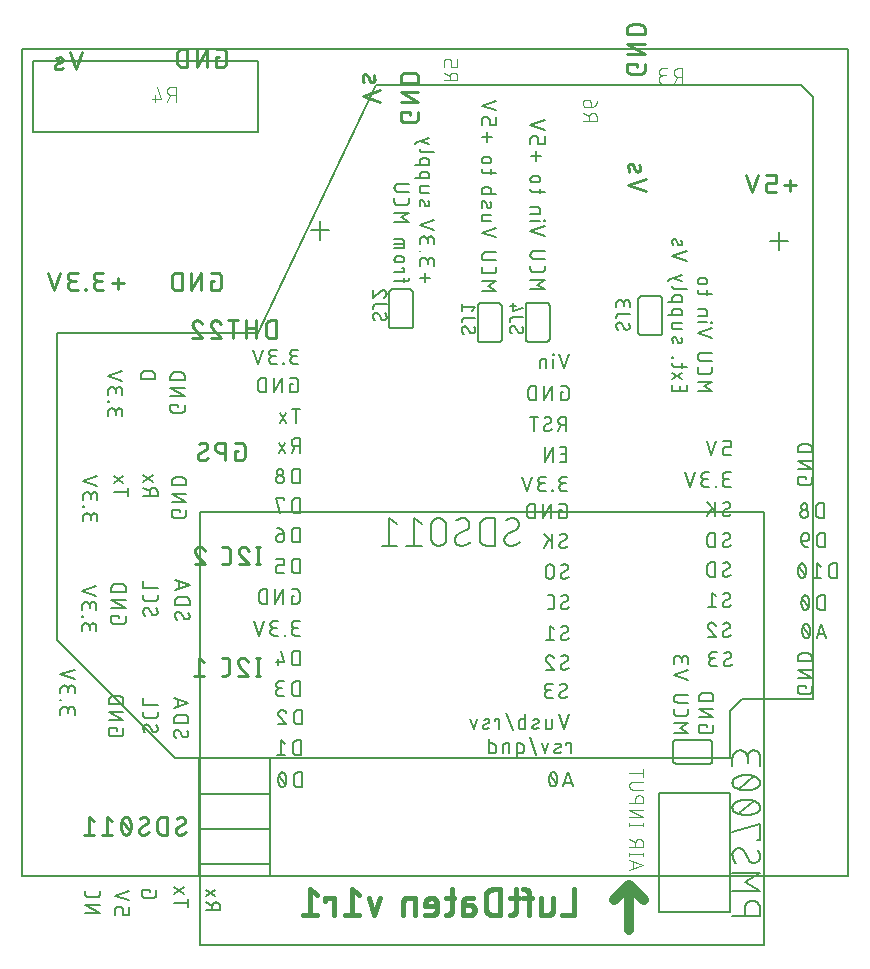
<source format=gbo>
G04 EAGLE Gerber RS-274X export*
G75*
%MOMM*%
%FSLAX36Y36*%
%LPD*%
%INSilkscreen Bottom*%
%IPPOS*%
%AMOC8*
5,1,8,0,0,1.08239X$1,22.5*%
G01*
%ADD10C,0.279400*%
%ADD11C,0.203200*%
%ADD12C,0.381000*%
%ADD13R,1.080000X0.090000*%
%ADD14R,1.260000X0.090000*%
%ADD15R,1.530000X0.090000*%
%ADD16R,1.620000X0.090000*%
%ADD17R,1.890000X0.090000*%
%ADD18R,1.980000X0.090000*%
%ADD19R,2.070000X0.090000*%
%ADD20R,2.160000X0.090000*%
%ADD21R,1.440000X0.090000*%
%ADD22R,1.350000X0.090000*%
%ADD23R,8.190000X0.090000*%
%ADD24R,8.460000X0.090000*%
%ADD25R,8.640000X0.090000*%
%ADD26R,8.820000X0.090000*%
%ADD27R,9.000000X0.090000*%
%ADD28R,8.910000X0.090000*%
%ADD29R,8.730000X0.090000*%
%ADD30R,8.550000X0.090000*%
%ADD31R,8.370000X0.090000*%
%ADD32R,2.430000X0.090000*%
%ADD33R,2.520000X0.090000*%
%ADD34R,2.700000X0.090000*%
%ADD35R,2.790000X0.090000*%
%ADD36R,2.880000X0.090000*%
%ADD37R,2.970000X0.090000*%
%ADD38R,3.060000X0.090000*%
%ADD39R,9.270000X0.090000*%
%ADD40R,9.540000X0.090000*%
%ADD41R,9.810000X0.090000*%
%ADD42R,10.080000X0.090000*%
%ADD43R,10.260000X0.090000*%
%ADD44R,10.530000X0.090000*%
%ADD45R,10.620000X0.090000*%
%ADD46R,10.800000X0.090000*%
%ADD47R,10.890000X0.090000*%
%ADD48R,11.070000X0.090000*%
%ADD49R,2.250000X0.090000*%
%ADD50R,1.800000X0.090000*%
%ADD51R,1.710000X0.090000*%
%ADD52R,1.170000X0.090000*%
%ADD53R,0.900000X0.090000*%
%ADD54R,0.990000X0.090000*%
%ADD55R,0.540000X0.090000*%
%ADD56R,0.270000X0.090000*%
%ADD57R,0.450000X0.090000*%
%ADD58R,0.630000X0.090000*%
%ADD59R,2.340000X0.090000*%
%ADD60R,4.050000X0.090000*%
%ADD61R,3.960000X0.090000*%
%ADD62R,3.870000X0.090000*%
%ADD63R,3.780000X0.090000*%
%ADD64R,3.690000X0.090000*%
%ADD65R,3.600000X0.090000*%
%ADD66R,3.510000X0.090000*%
%ADD67R,3.330000X0.090000*%
%ADD68R,3.240000X0.090000*%
%ADD69R,3.150000X0.090000*%
%ADD70R,6.210000X0.090000*%
%ADD71R,5.850000X0.090000*%
%ADD72R,5.670000X0.090000*%
%ADD73R,5.490000X0.090000*%
%ADD74R,5.130000X0.090000*%
%ADD75R,4.950000X0.090000*%
%ADD76R,4.590000X0.090000*%
%ADD77R,4.410000X0.090000*%
%ADD78C,0.101600*%
%ADD79C,0.152400*%
%ADD80C,0.127000*%
%ADD81C,0.812800*%


D10*
X16177513Y55272253D02*
X15927747Y55272253D01*
X15927747Y54439700D01*
X16427278Y54439700D01*
X16435325Y54439797D01*
X16443367Y54440089D01*
X16451400Y54440575D01*
X16459419Y54441255D01*
X16467419Y54442128D01*
X16475396Y54443195D01*
X16483344Y54444454D01*
X16491260Y54445904D01*
X16499139Y54447546D01*
X16506975Y54449377D01*
X16514765Y54451397D01*
X16522504Y54453605D01*
X16530187Y54455999D01*
X16537810Y54458578D01*
X16545369Y54461341D01*
X16552858Y54464286D01*
X16560275Y54467410D01*
X16567613Y54470713D01*
X16574870Y54474192D01*
X16582040Y54477846D01*
X16589121Y54481672D01*
X16596106Y54485667D01*
X16602993Y54489831D01*
X16609778Y54494159D01*
X16616455Y54498650D01*
X16623023Y54503302D01*
X16629476Y54508110D01*
X16635811Y54513073D01*
X16642024Y54518188D01*
X16648112Y54523452D01*
X16654070Y54528861D01*
X16659897Y54534412D01*
X16665587Y54540103D01*
X16671138Y54545929D01*
X16676547Y54551888D01*
X16681811Y54557976D01*
X16686925Y54564189D01*
X16691889Y54570524D01*
X16696697Y54576977D01*
X16701348Y54583544D01*
X16705840Y54590222D01*
X16710168Y54597006D01*
X16714331Y54603894D01*
X16718327Y54610879D01*
X16722153Y54617959D01*
X16725806Y54625130D01*
X16729285Y54632386D01*
X16732588Y54639725D01*
X16735713Y54647141D01*
X16738657Y54654631D01*
X16741420Y54662190D01*
X16743999Y54669813D01*
X16746393Y54677496D01*
X16748601Y54685235D01*
X16750621Y54693025D01*
X16752452Y54700861D01*
X16754093Y54708740D01*
X16755544Y54716656D01*
X16756803Y54724604D01*
X16757869Y54732581D01*
X16758743Y54740581D01*
X16759422Y54748600D01*
X16759908Y54756633D01*
X16760200Y54764675D01*
X16760297Y54772722D01*
X16760300Y54772722D02*
X16760300Y55605275D01*
X16760200Y55613448D01*
X16759899Y55621616D01*
X16759398Y55629774D01*
X16758696Y55637917D01*
X16757796Y55646041D01*
X16756696Y55654140D01*
X16755397Y55662209D01*
X16753901Y55670245D01*
X16752208Y55678241D01*
X16750320Y55686193D01*
X16748237Y55694097D01*
X16745960Y55701947D01*
X16743492Y55709739D01*
X16740833Y55717467D01*
X16737985Y55725129D01*
X16734950Y55732718D01*
X16731730Y55740230D01*
X16728326Y55747661D01*
X16724742Y55755007D01*
X16720977Y55762262D01*
X16717036Y55769422D01*
X16712921Y55776484D01*
X16708633Y55783442D01*
X16704176Y55790293D01*
X16699552Y55797033D01*
X16694764Y55803658D01*
X16689815Y55810162D01*
X16684708Y55816544D01*
X16679446Y55822798D01*
X16674031Y55828921D01*
X16668469Y55834909D01*
X16662761Y55840759D01*
X16656911Y55846467D01*
X16650922Y55852030D01*
X16644799Y55857445D01*
X16638545Y55862707D01*
X16632164Y55867814D01*
X16625660Y55872763D01*
X16619035Y55877551D01*
X16612296Y55882175D01*
X16605445Y55886633D01*
X16598486Y55890921D01*
X16591425Y55895036D01*
X16584264Y55898977D01*
X16577009Y55902742D01*
X16569664Y55906327D01*
X16562233Y55909731D01*
X16554721Y55912951D01*
X16547132Y55915986D01*
X16539470Y55918834D01*
X16531742Y55921493D01*
X16523950Y55923961D01*
X16516100Y55926238D01*
X16508196Y55928321D01*
X16500244Y55930210D01*
X16492248Y55931903D01*
X16484213Y55933399D01*
X16476143Y55934698D01*
X16468044Y55935798D01*
X16459920Y55936699D01*
X16451777Y55937400D01*
X16443619Y55937902D01*
X16435451Y55938203D01*
X16427278Y55938303D01*
X16427278Y55938300D02*
X15927747Y55938300D01*
X15092966Y55938300D02*
X15092966Y54439700D01*
X14260413Y54439700D02*
X15092966Y55938300D01*
X14260413Y55938300D02*
X14260413Y54439700D01*
X13425631Y54439700D02*
X13425631Y55938300D01*
X13009356Y55938300D01*
X12999140Y55938175D01*
X12988930Y55937799D01*
X12978733Y55937172D01*
X12968554Y55936296D01*
X12958399Y55935169D01*
X12948275Y55933794D01*
X12938188Y55932171D01*
X12928144Y55930301D01*
X12918149Y55928185D01*
X12908208Y55925825D01*
X12898329Y55923221D01*
X12888517Y55920375D01*
X12878777Y55917290D01*
X12869116Y55913966D01*
X12859539Y55910406D01*
X12850053Y55906613D01*
X12840662Y55902587D01*
X12831374Y55898333D01*
X12822192Y55893852D01*
X12813123Y55889147D01*
X12804173Y55884220D01*
X12795346Y55879076D01*
X12786648Y55873716D01*
X12778084Y55868145D01*
X12769659Y55862365D01*
X12761379Y55856380D01*
X12753248Y55850193D01*
X12745271Y55843809D01*
X12737454Y55837232D01*
X12729800Y55830464D01*
X12722314Y55823510D01*
X12715002Y55816375D01*
X12707867Y55809063D01*
X12700913Y55801577D01*
X12694145Y55793924D01*
X12687568Y55786106D01*
X12681183Y55778130D01*
X12674997Y55769999D01*
X12669012Y55761719D01*
X12663232Y55753294D01*
X12657661Y55744730D01*
X12652301Y55736032D01*
X12647156Y55727205D01*
X12642230Y55718254D01*
X12637525Y55709186D01*
X12633043Y55700004D01*
X12628789Y55690715D01*
X12624763Y55681325D01*
X12620970Y55671839D01*
X12617410Y55662262D01*
X12614086Y55652601D01*
X12611001Y55642861D01*
X12608155Y55633049D01*
X12605551Y55623170D01*
X12603190Y55613229D01*
X12601074Y55603234D01*
X12599204Y55593190D01*
X12597581Y55583103D01*
X12596206Y55572979D01*
X12595080Y55562825D01*
X12594203Y55552646D01*
X12593577Y55542448D01*
X12593200Y55532238D01*
X12593075Y55522022D01*
X12593078Y55522022D02*
X12593078Y54855975D01*
X12593200Y54845916D01*
X12593564Y54835863D01*
X12594172Y54825822D01*
X12595021Y54815798D01*
X12596113Y54805798D01*
X12597446Y54795828D01*
X12599020Y54785892D01*
X12600833Y54775997D01*
X12602885Y54766149D01*
X12605174Y54756353D01*
X12607700Y54746616D01*
X12610459Y54736942D01*
X12613452Y54727338D01*
X12616676Y54717809D01*
X12620129Y54708361D01*
X12623810Y54698999D01*
X12627716Y54689729D01*
X12631844Y54680555D01*
X12636193Y54671485D01*
X12640760Y54662522D01*
X12645542Y54653671D01*
X12650537Y54644939D01*
X12655741Y54636331D01*
X12661152Y54627850D01*
X12666766Y54619503D01*
X12672580Y54611294D01*
X12678591Y54603227D01*
X12684795Y54595309D01*
X12691188Y54587542D01*
X12697768Y54579933D01*
X12704529Y54572484D01*
X12711468Y54565201D01*
X12718581Y54558088D01*
X12725864Y54551149D01*
X12733313Y54544388D01*
X12740923Y54537808D01*
X12748689Y54531415D01*
X12756608Y54525211D01*
X12764674Y54519200D01*
X12772883Y54513386D01*
X12781231Y54507772D01*
X12789711Y54502362D01*
X12798320Y54497158D01*
X12807052Y54492163D01*
X12815902Y54487381D01*
X12824865Y54482814D01*
X12833936Y54478465D01*
X12843110Y54474336D01*
X12852380Y54470431D01*
X12861742Y54466750D01*
X12871190Y54463297D01*
X12880719Y54460073D01*
X12890323Y54457080D01*
X12899997Y54454321D01*
X12909734Y54451796D01*
X12919530Y54449506D01*
X12929378Y54447455D01*
X12939273Y54445641D01*
X12949209Y54444068D01*
X12959179Y54442735D01*
X12969180Y54441643D01*
X12979203Y54440793D01*
X12989244Y54440186D01*
X12999297Y54439821D01*
X13009356Y54439700D01*
X13425631Y54439700D01*
X8560300Y55022488D02*
X7561234Y55022488D01*
X8060769Y55522022D02*
X8060769Y54522953D01*
X6809713Y54439700D02*
X6393438Y54439700D01*
X6383301Y54439823D01*
X6373171Y54440194D01*
X6363052Y54440811D01*
X6352951Y54441674D01*
X6342875Y54442782D01*
X6332828Y54444136D01*
X6322817Y54445734D01*
X6312848Y54447575D01*
X6302927Y54449659D01*
X6293060Y54451984D01*
X6283252Y54454548D01*
X6273510Y54457350D01*
X6263838Y54460388D01*
X6254244Y54463662D01*
X6244732Y54467167D01*
X6235308Y54470904D01*
X6225978Y54474869D01*
X6216747Y54479060D01*
X6207621Y54483474D01*
X6198606Y54488109D01*
X6189706Y54492963D01*
X6180926Y54498031D01*
X6172273Y54503312D01*
X6163751Y54508803D01*
X6155365Y54514499D01*
X6147120Y54520397D01*
X6139022Y54526495D01*
X6131074Y54532788D01*
X6123282Y54539272D01*
X6115650Y54545945D01*
X6108183Y54552801D01*
X6100885Y54559837D01*
X6093760Y54567049D01*
X6086813Y54574432D01*
X6080048Y54581983D01*
X6073469Y54589695D01*
X6067080Y54597566D01*
X6060884Y54605589D01*
X6054886Y54613762D01*
X6049088Y54622078D01*
X6043495Y54630532D01*
X6038109Y54639121D01*
X6032933Y54647838D01*
X6027972Y54656678D01*
X6023227Y54665636D01*
X6018702Y54674708D01*
X6014399Y54683887D01*
X6010321Y54693168D01*
X6006470Y54702545D01*
X6002849Y54712014D01*
X5999459Y54721568D01*
X5996303Y54731202D01*
X5993382Y54740909D01*
X5990699Y54750685D01*
X5988254Y54760523D01*
X5986050Y54770418D01*
X5984087Y54780364D01*
X5982368Y54790355D01*
X5980892Y54800384D01*
X5979660Y54810447D01*
X5978674Y54820536D01*
X5977934Y54830646D01*
X5977441Y54840772D01*
X5977194Y54850906D01*
X5977194Y54861044D01*
X5977441Y54871178D01*
X5977934Y54881304D01*
X5978674Y54891414D01*
X5979660Y54901503D01*
X5980892Y54911566D01*
X5982368Y54921595D01*
X5984087Y54931586D01*
X5986050Y54941532D01*
X5988254Y54951427D01*
X5990699Y54961265D01*
X5993382Y54971041D01*
X5996303Y54980748D01*
X5999459Y54990382D01*
X6002849Y54999936D01*
X6006470Y55009405D01*
X6010321Y55018782D01*
X6014399Y55028063D01*
X6018702Y55037242D01*
X6023227Y55046314D01*
X6027972Y55055272D01*
X6032933Y55064113D01*
X6038109Y55072829D01*
X6043495Y55081418D01*
X6049088Y55089872D01*
X6054886Y55098188D01*
X6060884Y55106361D01*
X6067080Y55114384D01*
X6073469Y55122255D01*
X6080048Y55129967D01*
X6086813Y55137518D01*
X6093760Y55144901D01*
X6100885Y55152113D01*
X6108183Y55159149D01*
X6115650Y55166005D01*
X6123282Y55172678D01*
X6131074Y55179162D01*
X6139022Y55185455D01*
X6147120Y55191553D01*
X6155365Y55197451D01*
X6163751Y55203147D01*
X6172273Y55208638D01*
X6180926Y55213919D01*
X6189706Y55218987D01*
X6198606Y55223841D01*
X6207621Y55228476D01*
X6216747Y55232890D01*
X6225978Y55237081D01*
X6235308Y55241046D01*
X6244732Y55244783D01*
X6254244Y55248288D01*
X6263838Y55251562D01*
X6273510Y55254600D01*
X6283252Y55257402D01*
X6293060Y55259966D01*
X6302927Y55262291D01*
X6312848Y55264375D01*
X6322817Y55266216D01*
X6332828Y55267814D01*
X6342875Y55269168D01*
X6352951Y55270276D01*
X6363052Y55271139D01*
X6373171Y55271756D01*
X6383301Y55272127D01*
X6393438Y55272250D01*
X6310181Y55938300D02*
X6809713Y55938300D01*
X6310181Y55938300D02*
X6302072Y55938201D01*
X6293967Y55937905D01*
X6285872Y55937412D01*
X6277791Y55936721D01*
X6269730Y55935834D01*
X6261692Y55934751D01*
X6253683Y55933473D01*
X6245708Y55932000D01*
X6237771Y55930333D01*
X6229877Y55928473D01*
X6222031Y55926422D01*
X6214237Y55924180D01*
X6206500Y55921749D01*
X6198824Y55919130D01*
X6191214Y55916326D01*
X6183675Y55913337D01*
X6176211Y55910165D01*
X6168826Y55906812D01*
X6161525Y55903280D01*
X6154313Y55899572D01*
X6147193Y55895689D01*
X6140169Y55891634D01*
X6133246Y55887409D01*
X6126429Y55883017D01*
X6119720Y55878460D01*
X6113124Y55873741D01*
X6106645Y55868863D01*
X6100287Y55863829D01*
X6094053Y55858641D01*
X6087947Y55853303D01*
X6081973Y55847818D01*
X6076135Y55842189D01*
X6070435Y55836419D01*
X6064878Y55830512D01*
X6059466Y55824472D01*
X6054202Y55818302D01*
X6049091Y55812006D01*
X6044134Y55805586D01*
X6039335Y55799049D01*
X6034697Y55792396D01*
X6030222Y55785632D01*
X6025913Y55778761D01*
X6021773Y55771788D01*
X6017804Y55764715D01*
X6014008Y55757548D01*
X6010388Y55750291D01*
X6006945Y55742948D01*
X6003683Y55735523D01*
X6000602Y55728020D01*
X5997705Y55720446D01*
X5994993Y55712802D01*
X5992468Y55705095D01*
X5990131Y55697329D01*
X5987985Y55689508D01*
X5986029Y55681637D01*
X5984266Y55673721D01*
X5982696Y55665765D01*
X5981320Y55657772D01*
X5980139Y55649748D01*
X5979154Y55641698D01*
X5978365Y55633627D01*
X5977773Y55625538D01*
X5977378Y55617438D01*
X5977181Y55609330D01*
X5977181Y55601220D01*
X5977378Y55593112D01*
X5977773Y55585012D01*
X5978365Y55576923D01*
X5979154Y55568852D01*
X5980139Y55560802D01*
X5981320Y55552778D01*
X5982696Y55544785D01*
X5984266Y55536829D01*
X5986029Y55528913D01*
X5987985Y55521042D01*
X5990131Y55513221D01*
X5992468Y55505455D01*
X5994993Y55497748D01*
X5997705Y55490104D01*
X6000602Y55482530D01*
X6003683Y55475027D01*
X6006945Y55467602D01*
X6010388Y55460259D01*
X6014008Y55453002D01*
X6017804Y55445835D01*
X6021773Y55438763D01*
X6025913Y55431789D01*
X6030222Y55424918D01*
X6034697Y55418154D01*
X6039335Y55411501D01*
X6044134Y55404964D01*
X6049091Y55398544D01*
X6054202Y55392248D01*
X6059466Y55386078D01*
X6064878Y55380038D01*
X6070435Y55374131D01*
X6076135Y55368361D01*
X6081973Y55362732D01*
X6087947Y55357247D01*
X6094053Y55351909D01*
X6100287Y55346721D01*
X6106645Y55341687D01*
X6113124Y55336809D01*
X6119720Y55332090D01*
X6126429Y55327533D01*
X6133246Y55323141D01*
X6140169Y55318916D01*
X6147193Y55314861D01*
X6154313Y55310978D01*
X6161525Y55307270D01*
X6168826Y55303738D01*
X6176211Y55300385D01*
X6183675Y55297213D01*
X6191214Y55294224D01*
X6198824Y55291420D01*
X6206500Y55288801D01*
X6214237Y55286370D01*
X6222031Y55284128D01*
X6229877Y55282077D01*
X6237771Y55280217D01*
X6245708Y55278550D01*
X6253683Y55277077D01*
X6261692Y55275799D01*
X6269730Y55274716D01*
X6277791Y55273829D01*
X6285872Y55273138D01*
X6293967Y55272645D01*
X6302072Y55272349D01*
X6310181Y55272250D01*
X6310181Y55272253D02*
X6643203Y55272253D01*
X5340878Y54522953D02*
X5340878Y54439700D01*
X5340878Y54522953D02*
X5257625Y54522953D01*
X5257625Y54439700D01*
X5340878Y54439700D01*
X4621344Y54439700D02*
X4205069Y54439700D01*
X4194932Y54439823D01*
X4184802Y54440194D01*
X4174683Y54440811D01*
X4164582Y54441674D01*
X4154506Y54442782D01*
X4144459Y54444136D01*
X4134448Y54445734D01*
X4124479Y54447575D01*
X4114558Y54449659D01*
X4104691Y54451984D01*
X4094883Y54454548D01*
X4085141Y54457350D01*
X4075469Y54460388D01*
X4065875Y54463662D01*
X4056363Y54467167D01*
X4046939Y54470904D01*
X4037609Y54474869D01*
X4028378Y54479060D01*
X4019252Y54483474D01*
X4010237Y54488109D01*
X4001337Y54492963D01*
X3992557Y54498031D01*
X3983904Y54503312D01*
X3975382Y54508803D01*
X3966996Y54514499D01*
X3958751Y54520397D01*
X3950653Y54526495D01*
X3942705Y54532788D01*
X3934913Y54539272D01*
X3927281Y54545945D01*
X3919814Y54552801D01*
X3912516Y54559837D01*
X3905391Y54567049D01*
X3898444Y54574432D01*
X3891679Y54581983D01*
X3885100Y54589695D01*
X3878711Y54597566D01*
X3872515Y54605589D01*
X3866517Y54613762D01*
X3860719Y54622078D01*
X3855126Y54630532D01*
X3849740Y54639121D01*
X3844564Y54647838D01*
X3839603Y54656678D01*
X3834858Y54665636D01*
X3830333Y54674708D01*
X3826030Y54683887D01*
X3821952Y54693168D01*
X3818101Y54702545D01*
X3814480Y54712014D01*
X3811090Y54721568D01*
X3807934Y54731202D01*
X3805013Y54740909D01*
X3802330Y54750685D01*
X3799885Y54760523D01*
X3797681Y54770418D01*
X3795718Y54780364D01*
X3793999Y54790355D01*
X3792523Y54800384D01*
X3791291Y54810447D01*
X3790305Y54820536D01*
X3789565Y54830646D01*
X3789072Y54840772D01*
X3788825Y54850906D01*
X3788825Y54861044D01*
X3789072Y54871178D01*
X3789565Y54881304D01*
X3790305Y54891414D01*
X3791291Y54901503D01*
X3792523Y54911566D01*
X3793999Y54921595D01*
X3795718Y54931586D01*
X3797681Y54941532D01*
X3799885Y54951427D01*
X3802330Y54961265D01*
X3805013Y54971041D01*
X3807934Y54980748D01*
X3811090Y54990382D01*
X3814480Y54999936D01*
X3818101Y55009405D01*
X3821952Y55018782D01*
X3826030Y55028063D01*
X3830333Y55037242D01*
X3834858Y55046314D01*
X3839603Y55055272D01*
X3844564Y55064113D01*
X3849740Y55072829D01*
X3855126Y55081418D01*
X3860719Y55089872D01*
X3866517Y55098188D01*
X3872515Y55106361D01*
X3878711Y55114384D01*
X3885100Y55122255D01*
X3891679Y55129967D01*
X3898444Y55137518D01*
X3905391Y55144901D01*
X3912516Y55152113D01*
X3919814Y55159149D01*
X3927281Y55166005D01*
X3934913Y55172678D01*
X3942705Y55179162D01*
X3950653Y55185455D01*
X3958751Y55191553D01*
X3966996Y55197451D01*
X3975382Y55203147D01*
X3983904Y55208638D01*
X3992557Y55213919D01*
X4001337Y55218987D01*
X4010237Y55223841D01*
X4019252Y55228476D01*
X4028378Y55232890D01*
X4037609Y55237081D01*
X4046939Y55241046D01*
X4056363Y55244783D01*
X4065875Y55248288D01*
X4075469Y55251562D01*
X4085141Y55254600D01*
X4094883Y55257402D01*
X4104691Y55259966D01*
X4114558Y55262291D01*
X4124479Y55264375D01*
X4134448Y55266216D01*
X4144459Y55267814D01*
X4154506Y55269168D01*
X4164582Y55270276D01*
X4174683Y55271139D01*
X4184802Y55271756D01*
X4194932Y55272127D01*
X4205069Y55272250D01*
X4121813Y55938300D02*
X4621344Y55938300D01*
X4121813Y55938300D02*
X4113704Y55938201D01*
X4105599Y55937905D01*
X4097504Y55937412D01*
X4089423Y55936721D01*
X4081362Y55935834D01*
X4073324Y55934751D01*
X4065315Y55933473D01*
X4057340Y55932000D01*
X4049403Y55930333D01*
X4041509Y55928473D01*
X4033663Y55926422D01*
X4025869Y55924180D01*
X4018132Y55921749D01*
X4010456Y55919130D01*
X4002846Y55916326D01*
X3995307Y55913337D01*
X3987843Y55910165D01*
X3980458Y55906812D01*
X3973157Y55903280D01*
X3965945Y55899572D01*
X3958825Y55895689D01*
X3951801Y55891634D01*
X3944878Y55887409D01*
X3938061Y55883017D01*
X3931352Y55878460D01*
X3924756Y55873741D01*
X3918277Y55868863D01*
X3911919Y55863829D01*
X3905685Y55858641D01*
X3899579Y55853303D01*
X3893605Y55847818D01*
X3887767Y55842189D01*
X3882067Y55836419D01*
X3876510Y55830512D01*
X3871098Y55824472D01*
X3865834Y55818302D01*
X3860723Y55812006D01*
X3855766Y55805586D01*
X3850967Y55799049D01*
X3846329Y55792396D01*
X3841854Y55785632D01*
X3837545Y55778761D01*
X3833405Y55771788D01*
X3829436Y55764715D01*
X3825640Y55757548D01*
X3822020Y55750291D01*
X3818577Y55742948D01*
X3815315Y55735523D01*
X3812234Y55728020D01*
X3809337Y55720446D01*
X3806625Y55712802D01*
X3804100Y55705095D01*
X3801763Y55697329D01*
X3799617Y55689508D01*
X3797661Y55681637D01*
X3795898Y55673721D01*
X3794328Y55665765D01*
X3792952Y55657772D01*
X3791771Y55649748D01*
X3790786Y55641698D01*
X3789997Y55633627D01*
X3789405Y55625538D01*
X3789010Y55617438D01*
X3788813Y55609330D01*
X3788813Y55601220D01*
X3789010Y55593112D01*
X3789405Y55585012D01*
X3789997Y55576923D01*
X3790786Y55568852D01*
X3791771Y55560802D01*
X3792952Y55552778D01*
X3794328Y55544785D01*
X3795898Y55536829D01*
X3797661Y55528913D01*
X3799617Y55521042D01*
X3801763Y55513221D01*
X3804100Y55505455D01*
X3806625Y55497748D01*
X3809337Y55490104D01*
X3812234Y55482530D01*
X3815315Y55475027D01*
X3818577Y55467602D01*
X3822020Y55460259D01*
X3825640Y55453002D01*
X3829436Y55445835D01*
X3833405Y55438763D01*
X3837545Y55431789D01*
X3841854Y55424918D01*
X3846329Y55418154D01*
X3850967Y55411501D01*
X3855766Y55404964D01*
X3860723Y55398544D01*
X3865834Y55392248D01*
X3871098Y55386078D01*
X3876510Y55380038D01*
X3882067Y55374131D01*
X3887767Y55368361D01*
X3893605Y55362732D01*
X3899579Y55357247D01*
X3905685Y55351909D01*
X3911919Y55346721D01*
X3918277Y55341687D01*
X3924756Y55336809D01*
X3931352Y55332090D01*
X3938061Y55327533D01*
X3944878Y55323141D01*
X3951801Y55318916D01*
X3958825Y55314861D01*
X3965945Y55310978D01*
X3973157Y55307270D01*
X3980458Y55303738D01*
X3987843Y55300385D01*
X3995307Y55297213D01*
X4002846Y55294224D01*
X4010456Y55291420D01*
X4018132Y55288801D01*
X4025869Y55286370D01*
X4033663Y55284128D01*
X4041509Y55282077D01*
X4049403Y55280217D01*
X4057340Y55278550D01*
X4065315Y55277077D01*
X4073324Y55275799D01*
X4081362Y55274716D01*
X4089423Y55273829D01*
X4097504Y55273138D01*
X4105599Y55272645D01*
X4113704Y55272349D01*
X4121813Y55272250D01*
X4121813Y55272253D02*
X4454834Y55272253D01*
X3141478Y55938300D02*
X2641947Y54439700D01*
X2142413Y55938300D01*
D11*
X34053331Y55919775D02*
X34053331Y55106975D01*
X33646931Y55513375D02*
X34459731Y55513375D01*
X33579200Y56540209D02*
X33579200Y56878875D01*
X33579300Y56887122D01*
X33579602Y56895364D01*
X33580103Y56903596D01*
X33580806Y56911814D01*
X33581708Y56920012D01*
X33582809Y56928185D01*
X33584109Y56936330D01*
X33585607Y56944440D01*
X33587302Y56952511D01*
X33589193Y56960539D01*
X33591279Y56968518D01*
X33593559Y56976444D01*
X33596031Y56984313D01*
X33598694Y56992118D01*
X33601547Y56999857D01*
X33604586Y57007524D01*
X33607812Y57015114D01*
X33611221Y57022624D01*
X33614813Y57030049D01*
X33618584Y57037383D01*
X33622533Y57044624D01*
X33626656Y57051767D01*
X33630953Y57058807D01*
X33635419Y57065740D01*
X33640053Y57072562D01*
X33644852Y57079270D01*
X33649813Y57085859D01*
X33654933Y57092325D01*
X33660208Y57098664D01*
X33665637Y57104873D01*
X33671215Y57110948D01*
X33676939Y57116886D01*
X33682807Y57122682D01*
X33688813Y57128333D01*
X33694956Y57133837D01*
X33701230Y57139190D01*
X33707634Y57144388D01*
X33714162Y57149428D01*
X33720810Y57154309D01*
X33727576Y57159025D01*
X33734454Y57163576D01*
X33741441Y57167958D01*
X33748533Y57172168D01*
X33755725Y57176205D01*
X33763014Y57180065D01*
X33770394Y57183746D01*
X33777861Y57187247D01*
X33785412Y57190565D01*
X33793041Y57193698D01*
X33800745Y57196644D01*
X33808517Y57199402D01*
X33816355Y57201970D01*
X33824253Y57204346D01*
X33832206Y57206529D01*
X33840210Y57208518D01*
X33848260Y57210311D01*
X33856352Y57211908D01*
X33864480Y57213307D01*
X33872639Y57214508D01*
X33880826Y57215509D01*
X33889034Y57216311D01*
X33897260Y57216914D01*
X33905497Y57217315D01*
X33913742Y57217516D01*
X33921990Y57217516D01*
X33930235Y57217315D01*
X33938472Y57216914D01*
X33946698Y57216311D01*
X33954906Y57215509D01*
X33963093Y57214508D01*
X33971252Y57213307D01*
X33979380Y57211908D01*
X33987472Y57210311D01*
X33995522Y57208518D01*
X34003526Y57206529D01*
X34011479Y57204346D01*
X34019377Y57201970D01*
X34027215Y57199402D01*
X34034987Y57196644D01*
X34042691Y57193698D01*
X34050320Y57190565D01*
X34057871Y57187247D01*
X34065338Y57183746D01*
X34072718Y57180065D01*
X34080007Y57176205D01*
X34087199Y57172168D01*
X34094291Y57167958D01*
X34101278Y57163576D01*
X34108156Y57159025D01*
X34114922Y57154309D01*
X34121570Y57149428D01*
X34128098Y57144388D01*
X34134502Y57139190D01*
X34140776Y57133837D01*
X34146919Y57128333D01*
X34152925Y57122682D01*
X34158793Y57116886D01*
X34164517Y57110948D01*
X34170095Y57104873D01*
X34175524Y57098664D01*
X34180799Y57092325D01*
X34185919Y57085859D01*
X34190880Y57079270D01*
X34195679Y57072562D01*
X34200313Y57065740D01*
X34204779Y57058807D01*
X34209076Y57051767D01*
X34213199Y57044624D01*
X34217148Y57037383D01*
X34220919Y57030049D01*
X34224511Y57022624D01*
X34227920Y57015114D01*
X34231146Y57007524D01*
X34234185Y56999857D01*
X34237038Y56992118D01*
X34239701Y56984313D01*
X34242173Y56976444D01*
X34244453Y56968518D01*
X34246539Y56960539D01*
X34248430Y56952511D01*
X34250125Y56944440D01*
X34251623Y56936330D01*
X34252923Y56928185D01*
X34254024Y56920012D01*
X34254926Y56911814D01*
X34255629Y56903596D01*
X34256130Y56895364D01*
X34256432Y56887122D01*
X34256532Y56878875D01*
X34798400Y56946609D02*
X34798400Y56540209D01*
X34798400Y56946609D02*
X34798320Y56953207D01*
X34798079Y56959800D01*
X34797677Y56966386D01*
X34797116Y56972960D01*
X34796394Y56979518D01*
X34795513Y56986057D01*
X34794473Y56992573D01*
X34793274Y56999061D01*
X34791918Y57005518D01*
X34790405Y57011940D01*
X34788736Y57018324D01*
X34786913Y57024665D01*
X34784935Y57030959D01*
X34782805Y57037204D01*
X34780523Y57043395D01*
X34778091Y57049528D01*
X34775510Y57055601D01*
X34772783Y57061609D01*
X34769910Y57067548D01*
X34766893Y57073416D01*
X34763734Y57079209D01*
X34760435Y57084923D01*
X34756998Y57090555D01*
X34753424Y57096102D01*
X34749717Y57101560D01*
X34745878Y57106926D01*
X34741909Y57112197D01*
X34737813Y57117370D01*
X34733593Y57122441D01*
X34729250Y57127408D01*
X34724788Y57132268D01*
X34720208Y57137018D01*
X34715514Y57141655D01*
X34710709Y57146177D01*
X34705795Y57150580D01*
X34700775Y57154862D01*
X34695653Y57159020D01*
X34690430Y57163053D01*
X34685111Y57166957D01*
X34679699Y57170730D01*
X34674196Y57174371D01*
X34668606Y57177876D01*
X34662933Y57181245D01*
X34657179Y57184474D01*
X34651348Y57187562D01*
X34645444Y57190507D01*
X34639470Y57193308D01*
X34633430Y57195962D01*
X34627326Y57198468D01*
X34621163Y57200825D01*
X34614945Y57203032D01*
X34608675Y57205086D01*
X34602357Y57206987D01*
X34595994Y57208733D01*
X34589591Y57210324D01*
X34583151Y57211759D01*
X34576678Y57213036D01*
X34570175Y57214156D01*
X34563648Y57215116D01*
X34557098Y57215918D01*
X34550532Y57216559D01*
X34543951Y57217041D01*
X34537361Y57217362D01*
X34530765Y57217523D01*
X34524167Y57217523D01*
X34517571Y57217362D01*
X34510981Y57217041D01*
X34504400Y57216559D01*
X34497834Y57215918D01*
X34491284Y57215116D01*
X34484757Y57214156D01*
X34478254Y57213036D01*
X34471781Y57211759D01*
X34465341Y57210324D01*
X34458938Y57208733D01*
X34452575Y57206987D01*
X34446257Y57205086D01*
X34439987Y57203032D01*
X34433769Y57200825D01*
X34427606Y57198468D01*
X34421502Y57195962D01*
X34415462Y57193308D01*
X34409488Y57190507D01*
X34403584Y57187562D01*
X34397753Y57184474D01*
X34391999Y57181245D01*
X34386326Y57177876D01*
X34380736Y57174371D01*
X34375233Y57170730D01*
X34369821Y57166957D01*
X34364502Y57163053D01*
X34359279Y57159020D01*
X34354157Y57154862D01*
X34349137Y57150580D01*
X34344223Y57146177D01*
X34339418Y57141655D01*
X34334724Y57137018D01*
X34330144Y57132268D01*
X34325682Y57127408D01*
X34321339Y57122441D01*
X34317119Y57117370D01*
X34313023Y57112197D01*
X34309054Y57106926D01*
X34305215Y57101560D01*
X34301508Y57096102D01*
X34297934Y57090555D01*
X34294497Y57084923D01*
X34291198Y57079209D01*
X34288039Y57073416D01*
X34285022Y57067548D01*
X34282149Y57061609D01*
X34279422Y57055601D01*
X34276841Y57049528D01*
X34274409Y57043395D01*
X34272127Y57037204D01*
X34269997Y57030959D01*
X34268019Y57024665D01*
X34266196Y57018324D01*
X34264527Y57011940D01*
X34263014Y57005518D01*
X34261658Y56999061D01*
X34260459Y56992573D01*
X34259419Y56986057D01*
X34258538Y56979518D01*
X34257816Y56972960D01*
X34257255Y56966386D01*
X34256853Y56959800D01*
X34256612Y56953207D01*
X34256532Y56946609D01*
X34256531Y56946609D02*
X34256531Y56675675D01*
X33646931Y57741119D02*
X33579200Y57741119D01*
X33646931Y57741119D02*
X33646931Y57808850D01*
X33579200Y57808850D01*
X33579200Y57741119D01*
X33579200Y58332428D02*
X33579200Y58671094D01*
X33579300Y58679341D01*
X33579602Y58687583D01*
X33580103Y58695815D01*
X33580806Y58704033D01*
X33581708Y58712231D01*
X33582809Y58720404D01*
X33584109Y58728549D01*
X33585607Y58736659D01*
X33587302Y58744730D01*
X33589193Y58752758D01*
X33591279Y58760737D01*
X33593559Y58768663D01*
X33596031Y58776532D01*
X33598694Y58784337D01*
X33601547Y58792076D01*
X33604586Y58799743D01*
X33607812Y58807333D01*
X33611221Y58814843D01*
X33614813Y58822268D01*
X33618584Y58829602D01*
X33622533Y58836843D01*
X33626656Y58843986D01*
X33630953Y58851026D01*
X33635419Y58857959D01*
X33640053Y58864781D01*
X33644852Y58871489D01*
X33649813Y58878078D01*
X33654933Y58884544D01*
X33660208Y58890883D01*
X33665637Y58897092D01*
X33671215Y58903167D01*
X33676939Y58909105D01*
X33682807Y58914901D01*
X33688813Y58920552D01*
X33694956Y58926056D01*
X33701230Y58931409D01*
X33707634Y58936607D01*
X33714162Y58941647D01*
X33720810Y58946528D01*
X33727576Y58951244D01*
X33734454Y58955795D01*
X33741441Y58960177D01*
X33748533Y58964387D01*
X33755725Y58968424D01*
X33763014Y58972284D01*
X33770394Y58975965D01*
X33777861Y58979466D01*
X33785412Y58982784D01*
X33793041Y58985917D01*
X33800745Y58988863D01*
X33808517Y58991621D01*
X33816355Y58994189D01*
X33824253Y58996565D01*
X33832206Y58998748D01*
X33840210Y59000737D01*
X33848260Y59002530D01*
X33856352Y59004127D01*
X33864480Y59005526D01*
X33872639Y59006727D01*
X33880826Y59007728D01*
X33889034Y59008530D01*
X33897260Y59009133D01*
X33905497Y59009534D01*
X33913742Y59009735D01*
X33921990Y59009735D01*
X33930235Y59009534D01*
X33938472Y59009133D01*
X33946698Y59008530D01*
X33954906Y59007728D01*
X33963093Y59006727D01*
X33971252Y59005526D01*
X33979380Y59004127D01*
X33987472Y59002530D01*
X33995522Y59000737D01*
X34003526Y58998748D01*
X34011479Y58996565D01*
X34019377Y58994189D01*
X34027215Y58991621D01*
X34034987Y58988863D01*
X34042691Y58985917D01*
X34050320Y58982784D01*
X34057871Y58979466D01*
X34065338Y58975965D01*
X34072718Y58972284D01*
X34080007Y58968424D01*
X34087199Y58964387D01*
X34094291Y58960177D01*
X34101278Y58955795D01*
X34108156Y58951244D01*
X34114922Y58946528D01*
X34121570Y58941647D01*
X34128098Y58936607D01*
X34134502Y58931409D01*
X34140776Y58926056D01*
X34146919Y58920552D01*
X34152925Y58914901D01*
X34158793Y58909105D01*
X34164517Y58903167D01*
X34170095Y58897092D01*
X34175524Y58890883D01*
X34180799Y58884544D01*
X34185919Y58878078D01*
X34190880Y58871489D01*
X34195679Y58864781D01*
X34200313Y58857959D01*
X34204779Y58851026D01*
X34209076Y58843986D01*
X34213199Y58836843D01*
X34217148Y58829602D01*
X34220919Y58822268D01*
X34224511Y58814843D01*
X34227920Y58807333D01*
X34231146Y58799743D01*
X34234185Y58792076D01*
X34237038Y58784337D01*
X34239701Y58776532D01*
X34242173Y58768663D01*
X34244453Y58760737D01*
X34246539Y58752758D01*
X34248430Y58744730D01*
X34250125Y58736659D01*
X34251623Y58728549D01*
X34252923Y58720404D01*
X34254024Y58712231D01*
X34254926Y58704033D01*
X34255629Y58695815D01*
X34256130Y58687583D01*
X34256432Y58679341D01*
X34256532Y58671094D01*
X34798400Y58738828D02*
X34798400Y58332428D01*
X34798400Y58738828D02*
X34798320Y58745426D01*
X34798079Y58752019D01*
X34797677Y58758605D01*
X34797116Y58765179D01*
X34796394Y58771737D01*
X34795513Y58778276D01*
X34794473Y58784792D01*
X34793274Y58791280D01*
X34791918Y58797737D01*
X34790405Y58804159D01*
X34788736Y58810543D01*
X34786913Y58816884D01*
X34784935Y58823178D01*
X34782805Y58829423D01*
X34780523Y58835614D01*
X34778091Y58841747D01*
X34775510Y58847820D01*
X34772783Y58853828D01*
X34769910Y58859767D01*
X34766893Y58865635D01*
X34763734Y58871428D01*
X34760435Y58877142D01*
X34756998Y58882774D01*
X34753424Y58888321D01*
X34749717Y58893779D01*
X34745878Y58899145D01*
X34741909Y58904416D01*
X34737813Y58909589D01*
X34733593Y58914660D01*
X34729250Y58919627D01*
X34724788Y58924487D01*
X34720208Y58929237D01*
X34715514Y58933874D01*
X34710709Y58938396D01*
X34705795Y58942799D01*
X34700775Y58947081D01*
X34695653Y58951239D01*
X34690430Y58955272D01*
X34685111Y58959176D01*
X34679699Y58962949D01*
X34674196Y58966590D01*
X34668606Y58970095D01*
X34662933Y58973464D01*
X34657179Y58976693D01*
X34651348Y58979781D01*
X34645444Y58982726D01*
X34639470Y58985527D01*
X34633430Y58988181D01*
X34627326Y58990687D01*
X34621163Y58993044D01*
X34614945Y58995251D01*
X34608675Y58997305D01*
X34602357Y58999206D01*
X34595994Y59000952D01*
X34589591Y59002543D01*
X34583151Y59003978D01*
X34576678Y59005255D01*
X34570175Y59006375D01*
X34563648Y59007335D01*
X34557098Y59008137D01*
X34550532Y59008778D01*
X34543951Y59009260D01*
X34537361Y59009581D01*
X34530765Y59009742D01*
X34524167Y59009742D01*
X34517571Y59009581D01*
X34510981Y59009260D01*
X34504400Y59008778D01*
X34497834Y59008137D01*
X34491284Y59007335D01*
X34484757Y59006375D01*
X34478254Y59005255D01*
X34471781Y59003978D01*
X34465341Y59002543D01*
X34458938Y59000952D01*
X34452575Y58999206D01*
X34446257Y58997305D01*
X34439987Y58995251D01*
X34433769Y58993044D01*
X34427606Y58990687D01*
X34421502Y58988181D01*
X34415462Y58985527D01*
X34409488Y58982726D01*
X34403584Y58979781D01*
X34397753Y58976693D01*
X34391999Y58973464D01*
X34386326Y58970095D01*
X34380736Y58966590D01*
X34375233Y58962949D01*
X34369821Y58959176D01*
X34364502Y58955272D01*
X34359279Y58951239D01*
X34354157Y58947081D01*
X34349137Y58942799D01*
X34344223Y58938396D01*
X34339418Y58933874D01*
X34334724Y58929237D01*
X34330144Y58924487D01*
X34325682Y58919627D01*
X34321339Y58914660D01*
X34317119Y58909589D01*
X34313023Y58904416D01*
X34309054Y58899145D01*
X34305215Y58893779D01*
X34301508Y58888321D01*
X34297934Y58882774D01*
X34294497Y58877142D01*
X34291198Y58871428D01*
X34288039Y58865635D01*
X34285022Y58859767D01*
X34282149Y58853828D01*
X34279422Y58847820D01*
X34276841Y58841747D01*
X34274409Y58835614D01*
X34272127Y58829423D01*
X34269997Y58823178D01*
X34268019Y58816884D01*
X34266196Y58810543D01*
X34264527Y58804159D01*
X34263014Y58797737D01*
X34261658Y58791280D01*
X34260459Y58784792D01*
X34259419Y58778276D01*
X34258538Y58771737D01*
X34257816Y58765179D01*
X34257255Y58758605D01*
X34256853Y58752019D01*
X34256612Y58745426D01*
X34256532Y58738828D01*
X34256531Y58738828D02*
X34256531Y58467894D01*
X34798400Y59544850D02*
X33579200Y59951250D01*
X34798400Y60357650D01*
X34053331Y61659481D02*
X33917866Y61998147D01*
X34053330Y61659481D02*
X34054966Y61655530D01*
X34056698Y61651621D01*
X34058525Y61647755D01*
X34060445Y61643935D01*
X34062457Y61640163D01*
X34064561Y61636441D01*
X34066754Y61632771D01*
X34069037Y61629155D01*
X34071406Y61625596D01*
X34073862Y61622096D01*
X34076402Y61618657D01*
X34079025Y61615281D01*
X34081729Y61611969D01*
X34084514Y61608724D01*
X34087376Y61605548D01*
X34090315Y61602443D01*
X34093329Y61599410D01*
X34096415Y61596452D01*
X34099573Y61593569D01*
X34102800Y61590764D01*
X34106094Y61588038D01*
X34109453Y61585394D01*
X34112876Y61582832D01*
X34116361Y61580354D01*
X34119904Y61577962D01*
X34123505Y61575656D01*
X34127161Y61573439D01*
X34130870Y61571312D01*
X34134629Y61569276D01*
X34138437Y61567331D01*
X34142291Y61565480D01*
X34146189Y61563723D01*
X34150129Y61562062D01*
X34154107Y61560497D01*
X34158123Y61559030D01*
X34162174Y61557660D01*
X34166256Y61556390D01*
X34170368Y61555219D01*
X34174508Y61554149D01*
X34178672Y61553180D01*
X34182859Y61552313D01*
X34187065Y61551547D01*
X34191289Y61550885D01*
X34195528Y61550325D01*
X34199779Y61549869D01*
X34204040Y61549516D01*
X34208308Y61549267D01*
X34212581Y61549122D01*
X34216857Y61549082D01*
X34221132Y61549145D01*
X34225404Y61549312D01*
X34229671Y61549584D01*
X34233930Y61549959D01*
X34238179Y61550437D01*
X34242414Y61551019D01*
X34246635Y61551704D01*
X34250837Y61552492D01*
X34255019Y61553381D01*
X34259178Y61554372D01*
X34263312Y61555464D01*
X34267418Y61556656D01*
X34271494Y61557948D01*
X34275537Y61559339D01*
X34279545Y61560828D01*
X34283515Y61562414D01*
X34287446Y61564096D01*
X34291335Y61565873D01*
X34295179Y61567744D01*
X34298977Y61569708D01*
X34302725Y61571765D01*
X34306423Y61573912D01*
X34310067Y61576148D01*
X34313656Y61578472D01*
X34317186Y61580883D01*
X34320658Y61583379D01*
X34324067Y61585959D01*
X34327413Y61588622D01*
X34330693Y61591364D01*
X34333905Y61594186D01*
X34337047Y61597085D01*
X34340118Y61600060D01*
X34343115Y61603109D01*
X34346038Y61606230D01*
X34348884Y61609421D01*
X34351651Y61612680D01*
X34354338Y61616006D01*
X34356943Y61619396D01*
X34359465Y61622849D01*
X34361902Y61626362D01*
X34364253Y61629933D01*
X34366516Y61633560D01*
X34368690Y61637242D01*
X34370774Y61640975D01*
X34372767Y61644758D01*
X34374667Y61648588D01*
X34376473Y61652464D01*
X34378184Y61656382D01*
X34379799Y61660341D01*
X34381318Y61664337D01*
X34382738Y61668370D01*
X34384060Y61672436D01*
X34385283Y61676533D01*
X34386406Y61680659D01*
X34387428Y61684810D01*
X34388348Y61688986D01*
X34389167Y61693182D01*
X34389883Y61697397D01*
X34390496Y61701628D01*
X34391006Y61705873D01*
X34391413Y61710130D01*
X34391716Y61714394D01*
X34391915Y61718665D01*
X34392010Y61722940D01*
X34392001Y61727215D01*
X34391999Y61727216D02*
X34391513Y61745704D01*
X34390582Y61764175D01*
X34389207Y61782619D01*
X34387389Y61801024D01*
X34385130Y61819381D01*
X34382429Y61837677D01*
X34379289Y61855904D01*
X34375713Y61874049D01*
X34371700Y61892104D01*
X34367255Y61910057D01*
X34362380Y61927897D01*
X34357077Y61945615D01*
X34351350Y61963201D01*
X34345201Y61980644D01*
X34338635Y61997934D01*
X34331655Y62015061D01*
X34324265Y62032016D01*
X33917867Y61998147D02*
X33916231Y62002098D01*
X33914499Y62006007D01*
X33912672Y62009872D01*
X33910752Y62013693D01*
X33908740Y62017465D01*
X33906636Y62021187D01*
X33904443Y62024857D01*
X33902161Y62028473D01*
X33899791Y62032031D01*
X33897335Y62035531D01*
X33894795Y62038971D01*
X33892172Y62042347D01*
X33889468Y62045659D01*
X33886684Y62048903D01*
X33883821Y62052079D01*
X33880882Y62055185D01*
X33877869Y62058217D01*
X33874782Y62061176D01*
X33871625Y62064059D01*
X33868398Y62066864D01*
X33865104Y62069589D01*
X33861744Y62072234D01*
X33858321Y62074796D01*
X33854837Y62077274D01*
X33851293Y62079666D01*
X33847693Y62081971D01*
X33844037Y62084188D01*
X33840328Y62086316D01*
X33836569Y62088352D01*
X33832761Y62090296D01*
X33828907Y62092148D01*
X33825009Y62093904D01*
X33821069Y62095566D01*
X33817090Y62097130D01*
X33813075Y62098598D01*
X33809024Y62099967D01*
X33804942Y62101238D01*
X33800830Y62102409D01*
X33796690Y62103479D01*
X33792526Y62104448D01*
X33788339Y62105315D01*
X33784133Y62106081D01*
X33779909Y62106743D01*
X33775670Y62107303D01*
X33771419Y62107759D01*
X33767158Y62108112D01*
X33762890Y62108361D01*
X33758617Y62108506D01*
X33754342Y62108546D01*
X33750067Y62108483D01*
X33745794Y62108316D01*
X33741527Y62108045D01*
X33737268Y62107669D01*
X33733020Y62107191D01*
X33728784Y62106609D01*
X33724564Y62105924D01*
X33720361Y62105137D01*
X33716179Y62104247D01*
X33712020Y62103256D01*
X33707886Y62102164D01*
X33703780Y62100972D01*
X33699705Y62099680D01*
X33695662Y62098290D01*
X33691654Y62096801D01*
X33687683Y62095215D01*
X33683752Y62093533D01*
X33679864Y62091756D01*
X33676019Y62089885D01*
X33672222Y62087920D01*
X33668473Y62085864D01*
X33664776Y62083717D01*
X33661132Y62081481D01*
X33657543Y62079157D01*
X33654012Y62076746D01*
X33650541Y62074250D01*
X33647132Y62071670D01*
X33643786Y62069008D01*
X33640506Y62066265D01*
X33637294Y62063443D01*
X33634152Y62060544D01*
X33631081Y62057569D01*
X33628083Y62054520D01*
X33625161Y62051400D01*
X33622315Y62048209D01*
X33619548Y62044949D01*
X33616861Y62041624D01*
X33614256Y62038234D01*
X33611734Y62034781D01*
X33609296Y62031268D01*
X33606946Y62027697D01*
X33604682Y62024070D01*
X33602508Y62020388D01*
X33600424Y62016655D01*
X33598431Y62012872D01*
X33596531Y62009042D01*
X33594725Y62005167D01*
X33593014Y62001249D01*
X33591399Y61997290D01*
X33589880Y61993293D01*
X33588460Y61989261D01*
X33587137Y61985195D01*
X33585915Y61981098D01*
X33584792Y61976972D01*
X33583770Y61972821D01*
X33582850Y61968645D01*
X33582031Y61964449D01*
X33581315Y61960234D01*
X33580701Y61956002D01*
X33580191Y61951757D01*
X33579784Y61947501D01*
X33579481Y61943237D01*
X33579282Y61938966D01*
X33579187Y61934691D01*
X33579196Y61930416D01*
X33579202Y61930415D02*
X33579911Y61903255D01*
X33581262Y61876120D01*
X33583255Y61849024D01*
X33585888Y61821983D01*
X33589159Y61795011D01*
X33593068Y61768125D01*
X33597612Y61741338D01*
X33602787Y61714667D01*
X33608593Y61688125D01*
X33615024Y61661728D01*
X33622078Y61635491D01*
X33629750Y61609427D01*
X33638037Y61583553D01*
X33646933Y61557881D01*
X33782400Y62710025D02*
X34392000Y62710025D01*
X33782400Y62710025D02*
X33777490Y62710084D01*
X33772583Y62710262D01*
X33767681Y62710559D01*
X33762788Y62710974D01*
X33757907Y62711507D01*
X33753040Y62712157D01*
X33748190Y62712925D01*
X33743360Y62713811D01*
X33738553Y62714812D01*
X33733771Y62715930D01*
X33729018Y62717162D01*
X33724296Y62718509D01*
X33719608Y62719970D01*
X33714956Y62721544D01*
X33710344Y62723230D01*
X33705774Y62725026D01*
X33701249Y62726933D01*
X33696771Y62728948D01*
X33692343Y62731071D01*
X33687968Y62733300D01*
X33683648Y62735635D01*
X33679386Y62738073D01*
X33675184Y62740613D01*
X33671044Y62743254D01*
X33666969Y62745995D01*
X33662962Y62748833D01*
X33659025Y62751767D01*
X33655159Y62754795D01*
X33651368Y62757916D01*
X33647653Y62761128D01*
X33644018Y62764428D01*
X33640462Y62767815D01*
X33636990Y62771287D01*
X33633603Y62774843D01*
X33630303Y62778478D01*
X33627091Y62782193D01*
X33623970Y62785984D01*
X33620942Y62789850D01*
X33618008Y62793787D01*
X33615170Y62797794D01*
X33612429Y62801869D01*
X33609788Y62806009D01*
X33607248Y62810211D01*
X33604810Y62814473D01*
X33602475Y62818793D01*
X33600246Y62823168D01*
X33598123Y62827596D01*
X33596108Y62832074D01*
X33594201Y62836599D01*
X33592405Y62841169D01*
X33590719Y62845781D01*
X33589145Y62850433D01*
X33587684Y62855121D01*
X33586337Y62859843D01*
X33585105Y62864596D01*
X33583987Y62869378D01*
X33582986Y62874185D01*
X33582100Y62879015D01*
X33581332Y62883865D01*
X33580682Y62888732D01*
X33580149Y62893613D01*
X33579734Y62898506D01*
X33579437Y62903408D01*
X33579259Y62908315D01*
X33579200Y62913225D01*
X33579200Y63251891D01*
X34392000Y63251891D01*
X34392000Y63914028D02*
X33172800Y63914028D01*
X34392000Y63914028D02*
X34392000Y64252694D01*
X34391941Y64257604D01*
X34391763Y64262511D01*
X34391466Y64267413D01*
X34391051Y64272306D01*
X34390518Y64277187D01*
X34389868Y64282054D01*
X34389100Y64286904D01*
X34388214Y64291734D01*
X34387213Y64296541D01*
X34386095Y64301323D01*
X34384863Y64306076D01*
X34383516Y64310798D01*
X34382055Y64315486D01*
X34380481Y64320138D01*
X34378795Y64324750D01*
X34376999Y64329320D01*
X34375092Y64333845D01*
X34373077Y64338323D01*
X34370954Y64342751D01*
X34368725Y64347126D01*
X34366390Y64351446D01*
X34363952Y64355708D01*
X34361412Y64359910D01*
X34358771Y64364050D01*
X34356030Y64368125D01*
X34353192Y64372132D01*
X34350258Y64376069D01*
X34347230Y64379935D01*
X34344109Y64383726D01*
X34340897Y64387441D01*
X34337597Y64391076D01*
X34334210Y64394632D01*
X34330738Y64398104D01*
X34327182Y64401491D01*
X34323547Y64404791D01*
X34319832Y64408003D01*
X34316041Y64411124D01*
X34312175Y64414152D01*
X34308238Y64417086D01*
X34304231Y64419924D01*
X34300156Y64422665D01*
X34296016Y64425306D01*
X34291814Y64427846D01*
X34287552Y64430284D01*
X34283232Y64432619D01*
X34278857Y64434848D01*
X34274429Y64436971D01*
X34269951Y64438986D01*
X34265426Y64440893D01*
X34260856Y64442689D01*
X34256244Y64444375D01*
X34251592Y64445949D01*
X34246904Y64447410D01*
X34242182Y64448757D01*
X34237429Y64449989D01*
X34232647Y64451107D01*
X34227840Y64452108D01*
X34223010Y64452994D01*
X34218160Y64453762D01*
X34213293Y64454412D01*
X34208412Y64454945D01*
X34203519Y64455360D01*
X34198617Y64455657D01*
X34193710Y64455835D01*
X34188800Y64455894D01*
X33782400Y64455894D01*
X33777490Y64455835D01*
X33772583Y64455657D01*
X33767681Y64455360D01*
X33762788Y64454945D01*
X33757907Y64454412D01*
X33753040Y64453762D01*
X33748190Y64452994D01*
X33743360Y64452108D01*
X33738553Y64451107D01*
X33733771Y64449989D01*
X33729018Y64448757D01*
X33724296Y64447410D01*
X33719608Y64445949D01*
X33714956Y64444375D01*
X33710344Y64442689D01*
X33705774Y64440893D01*
X33701249Y64438986D01*
X33696771Y64436971D01*
X33692343Y64434848D01*
X33687968Y64432619D01*
X33683648Y64430284D01*
X33679386Y64427846D01*
X33675184Y64425306D01*
X33671044Y64422665D01*
X33666969Y64419924D01*
X33662962Y64417086D01*
X33659025Y64414152D01*
X33655159Y64411124D01*
X33651368Y64408003D01*
X33647653Y64404791D01*
X33644018Y64401491D01*
X33640462Y64398104D01*
X33636990Y64394632D01*
X33633603Y64391076D01*
X33630303Y64387441D01*
X33627091Y64383726D01*
X33623970Y64379935D01*
X33620942Y64376069D01*
X33618008Y64372132D01*
X33615170Y64368125D01*
X33612429Y64364050D01*
X33609788Y64359910D01*
X33607248Y64355708D01*
X33604810Y64351446D01*
X33602475Y64347126D01*
X33600246Y64342751D01*
X33598123Y64338323D01*
X33596108Y64333845D01*
X33594201Y64329320D01*
X33592405Y64324750D01*
X33590719Y64320138D01*
X33589145Y64315486D01*
X33587684Y64310798D01*
X33586337Y64306076D01*
X33585105Y64301323D01*
X33583987Y64296541D01*
X33582986Y64291734D01*
X33582100Y64286904D01*
X33581332Y64282054D01*
X33580682Y64277187D01*
X33580149Y64272306D01*
X33579734Y64267413D01*
X33579437Y64262511D01*
X33579259Y64257604D01*
X33579200Y64252694D01*
X33579200Y63914028D01*
X33172800Y65066172D02*
X34392000Y65066172D01*
X34392000Y65404838D01*
X34391941Y65409748D01*
X34391763Y65414655D01*
X34391466Y65419557D01*
X34391051Y65424450D01*
X34390518Y65429331D01*
X34389868Y65434198D01*
X34389100Y65439048D01*
X34388214Y65443878D01*
X34387213Y65448685D01*
X34386095Y65453467D01*
X34384863Y65458220D01*
X34383516Y65462942D01*
X34382055Y65467630D01*
X34380481Y65472282D01*
X34378795Y65476894D01*
X34376999Y65481464D01*
X34375092Y65485989D01*
X34373077Y65490467D01*
X34370954Y65494895D01*
X34368725Y65499270D01*
X34366390Y65503590D01*
X34363952Y65507852D01*
X34361412Y65512054D01*
X34358771Y65516194D01*
X34356030Y65520269D01*
X34353192Y65524276D01*
X34350258Y65528213D01*
X34347230Y65532079D01*
X34344109Y65535870D01*
X34340897Y65539585D01*
X34337597Y65543220D01*
X34334210Y65546776D01*
X34330738Y65550248D01*
X34327182Y65553635D01*
X34323547Y65556935D01*
X34319832Y65560147D01*
X34316041Y65563268D01*
X34312175Y65566296D01*
X34308238Y65569230D01*
X34304231Y65572068D01*
X34300156Y65574809D01*
X34296016Y65577450D01*
X34291814Y65579990D01*
X34287552Y65582428D01*
X34283232Y65584763D01*
X34278857Y65586992D01*
X34274429Y65589115D01*
X34269951Y65591130D01*
X34265426Y65593037D01*
X34260856Y65594833D01*
X34256244Y65596519D01*
X34251592Y65598093D01*
X34246904Y65599554D01*
X34242182Y65600901D01*
X34237429Y65602133D01*
X34232647Y65603251D01*
X34227840Y65604252D01*
X34223010Y65605138D01*
X34218160Y65605906D01*
X34213293Y65606556D01*
X34208412Y65607089D01*
X34203519Y65607504D01*
X34198617Y65607801D01*
X34193710Y65607979D01*
X34188800Y65608038D01*
X33782400Y65608038D01*
X33777490Y65607979D01*
X33772583Y65607801D01*
X33767681Y65607504D01*
X33762788Y65607089D01*
X33757907Y65606556D01*
X33753040Y65605906D01*
X33748190Y65605138D01*
X33743360Y65604252D01*
X33738553Y65603251D01*
X33733771Y65602133D01*
X33729018Y65600901D01*
X33724296Y65599554D01*
X33719608Y65598093D01*
X33714956Y65596519D01*
X33710344Y65594833D01*
X33705774Y65593037D01*
X33701249Y65591130D01*
X33696771Y65589115D01*
X33692343Y65586992D01*
X33687968Y65584763D01*
X33683648Y65582428D01*
X33679386Y65579990D01*
X33675184Y65577450D01*
X33671044Y65574809D01*
X33666969Y65572068D01*
X33662962Y65569230D01*
X33659025Y65566296D01*
X33655159Y65563268D01*
X33651368Y65560147D01*
X33647653Y65556935D01*
X33644018Y65553635D01*
X33640462Y65550248D01*
X33636990Y65546776D01*
X33633603Y65543220D01*
X33630303Y65539585D01*
X33627091Y65535870D01*
X33623970Y65532079D01*
X33620942Y65528213D01*
X33618008Y65524276D01*
X33615170Y65520269D01*
X33612429Y65516194D01*
X33609788Y65512054D01*
X33607248Y65507852D01*
X33604810Y65503590D01*
X33602475Y65499270D01*
X33600246Y65494895D01*
X33598123Y65490467D01*
X33596108Y65485989D01*
X33594201Y65481464D01*
X33592405Y65476894D01*
X33590719Y65472282D01*
X33589145Y65467630D01*
X33587684Y65462942D01*
X33586337Y65458220D01*
X33585105Y65453467D01*
X33583987Y65448685D01*
X33582986Y65443878D01*
X33582100Y65439048D01*
X33581332Y65434198D01*
X33580682Y65429331D01*
X33580149Y65424450D01*
X33579734Y65419557D01*
X33579437Y65414655D01*
X33579259Y65409748D01*
X33579200Y65404838D01*
X33579200Y65066172D01*
X33782400Y66173025D02*
X34798400Y66173025D01*
X33782400Y66173025D02*
X33777490Y66173084D01*
X33772583Y66173262D01*
X33767681Y66173559D01*
X33762788Y66173974D01*
X33757907Y66174507D01*
X33753040Y66175157D01*
X33748190Y66175925D01*
X33743360Y66176811D01*
X33738553Y66177812D01*
X33733771Y66178930D01*
X33729018Y66180162D01*
X33724296Y66181509D01*
X33719608Y66182970D01*
X33714956Y66184544D01*
X33710344Y66186230D01*
X33705774Y66188026D01*
X33701249Y66189933D01*
X33696771Y66191948D01*
X33692343Y66194071D01*
X33687968Y66196300D01*
X33683648Y66198635D01*
X33679386Y66201073D01*
X33675184Y66203613D01*
X33671044Y66206254D01*
X33666969Y66208995D01*
X33662962Y66211833D01*
X33659025Y66214767D01*
X33655159Y66217795D01*
X33651368Y66220916D01*
X33647653Y66224128D01*
X33644018Y66227428D01*
X33640462Y66230815D01*
X33636990Y66234287D01*
X33633603Y66237843D01*
X33630303Y66241478D01*
X33627091Y66245193D01*
X33623970Y66248984D01*
X33620942Y66252850D01*
X33618008Y66256787D01*
X33615170Y66260794D01*
X33612429Y66264869D01*
X33609788Y66269009D01*
X33607248Y66273211D01*
X33604810Y66277473D01*
X33602475Y66281793D01*
X33600246Y66286168D01*
X33598123Y66290596D01*
X33596108Y66295074D01*
X33594201Y66299599D01*
X33592405Y66304169D01*
X33590719Y66308781D01*
X33589145Y66313433D01*
X33587684Y66318121D01*
X33586337Y66322843D01*
X33585105Y66327596D01*
X33583987Y66332378D01*
X33582986Y66337185D01*
X33582100Y66342015D01*
X33581332Y66346865D01*
X33580682Y66351732D01*
X33580149Y66356613D01*
X33579734Y66361506D01*
X33579437Y66366408D01*
X33579259Y66371315D01*
X33579200Y66376225D01*
X33172800Y66806534D02*
X33172800Y66942000D01*
X34392000Y67348400D01*
X34392000Y66806534D02*
X33579200Y67077466D01*
X32461600Y55242441D02*
X31445600Y55242441D01*
X32461600Y55242441D02*
X32466510Y55242500D01*
X32471417Y55242678D01*
X32476319Y55242975D01*
X32481212Y55243390D01*
X32486093Y55243923D01*
X32490960Y55244573D01*
X32495810Y55245341D01*
X32500640Y55246227D01*
X32505447Y55247228D01*
X32510229Y55248346D01*
X32514982Y55249578D01*
X32519704Y55250925D01*
X32524392Y55252386D01*
X32529044Y55253960D01*
X32533656Y55255646D01*
X32538226Y55257442D01*
X32542751Y55259349D01*
X32547229Y55261364D01*
X32551657Y55263487D01*
X32556032Y55265716D01*
X32560352Y55268051D01*
X32564614Y55270489D01*
X32568816Y55273029D01*
X32572956Y55275670D01*
X32577031Y55278411D01*
X32581038Y55281249D01*
X32584975Y55284183D01*
X32588841Y55287211D01*
X32592632Y55290332D01*
X32596347Y55293544D01*
X32599982Y55296844D01*
X32603538Y55300231D01*
X32607010Y55303703D01*
X32610397Y55307259D01*
X32613697Y55310894D01*
X32616909Y55314609D01*
X32620030Y55318400D01*
X32623058Y55322266D01*
X32625992Y55326203D01*
X32628830Y55330210D01*
X32631571Y55334285D01*
X32634212Y55338425D01*
X32636752Y55342627D01*
X32639190Y55346889D01*
X32641525Y55351209D01*
X32643754Y55355584D01*
X32645877Y55360012D01*
X32647892Y55364490D01*
X32649799Y55369015D01*
X32651595Y55373585D01*
X32653281Y55378197D01*
X32654855Y55382849D01*
X32656316Y55387537D01*
X32657663Y55392259D01*
X32658895Y55397012D01*
X32660013Y55401794D01*
X32661014Y55406601D01*
X32661900Y55411431D01*
X32662668Y55416281D01*
X32663318Y55421148D01*
X32663851Y55426029D01*
X32664266Y55430922D01*
X32664563Y55435824D01*
X32664741Y55440731D01*
X32664800Y55445641D01*
X32664800Y55513375D01*
X32258400Y55513375D02*
X32258400Y55106975D01*
X32258400Y55956681D02*
X31445600Y55956681D01*
X32258400Y55956681D02*
X32258400Y56363081D01*
X32122931Y56363081D01*
X31987466Y56799763D02*
X31716531Y56799763D01*
X31987466Y56799763D02*
X31994063Y56799843D01*
X32000657Y56800084D01*
X32007243Y56800486D01*
X32013817Y56801047D01*
X32020375Y56801769D01*
X32026914Y56802650D01*
X32033429Y56803690D01*
X32039917Y56804889D01*
X32046375Y56806245D01*
X32052797Y56807758D01*
X32059180Y56809427D01*
X32065521Y56811250D01*
X32071816Y56813228D01*
X32078060Y56815358D01*
X32084251Y56817640D01*
X32090384Y56820072D01*
X32096457Y56822652D01*
X32102464Y56825380D01*
X32108404Y56828253D01*
X32114272Y56831270D01*
X32120064Y56834429D01*
X32125778Y56837728D01*
X32131410Y56841165D01*
X32136957Y56844738D01*
X32142415Y56848445D01*
X32147781Y56852284D01*
X32153052Y56856253D01*
X32158225Y56860349D01*
X32163296Y56864569D01*
X32168263Y56868912D01*
X32173123Y56873375D01*
X32177873Y56877954D01*
X32182510Y56882648D01*
X32187031Y56887453D01*
X32191434Y56892367D01*
X32195716Y56897387D01*
X32199875Y56902509D01*
X32203907Y56907731D01*
X32207811Y56913050D01*
X32211585Y56918463D01*
X32215225Y56923965D01*
X32218731Y56929555D01*
X32222099Y56935229D01*
X32225328Y56940982D01*
X32228416Y56946813D01*
X32231362Y56952717D01*
X32234162Y56958691D01*
X32236816Y56964732D01*
X32239323Y56970835D01*
X32241680Y56976998D01*
X32243886Y56983216D01*
X32245940Y56989486D01*
X32247841Y56995804D01*
X32249587Y57002167D01*
X32251178Y57008570D01*
X32252613Y57015010D01*
X32253890Y57021483D01*
X32255010Y57027985D01*
X32255970Y57034513D01*
X32256772Y57041062D01*
X32257413Y57047629D01*
X32257895Y57054209D01*
X32258216Y57060799D01*
X32258377Y57067395D01*
X32258377Y57073993D01*
X32258216Y57080589D01*
X32257895Y57087179D01*
X32257413Y57093759D01*
X32256772Y57100326D01*
X32255970Y57106875D01*
X32255010Y57113403D01*
X32253890Y57119905D01*
X32252613Y57126378D01*
X32251178Y57132818D01*
X32249587Y57139221D01*
X32247841Y57145584D01*
X32245940Y57151902D01*
X32243886Y57158172D01*
X32241680Y57164390D01*
X32239323Y57170553D01*
X32236816Y57176656D01*
X32234162Y57182697D01*
X32231362Y57188671D01*
X32228416Y57194575D01*
X32225328Y57200406D01*
X32222099Y57206160D01*
X32218731Y57211833D01*
X32215225Y57217423D01*
X32211585Y57222925D01*
X32207811Y57228338D01*
X32203907Y57233657D01*
X32199875Y57238879D01*
X32195716Y57244001D01*
X32191434Y57249021D01*
X32187031Y57253935D01*
X32182510Y57258740D01*
X32177873Y57263434D01*
X32173123Y57268013D01*
X32168263Y57272476D01*
X32163296Y57276819D01*
X32158225Y57281039D01*
X32153052Y57285135D01*
X32147781Y57289104D01*
X32142415Y57292943D01*
X32136957Y57296650D01*
X32131410Y57300223D01*
X32125778Y57303660D01*
X32120064Y57306959D01*
X32114272Y57310118D01*
X32108404Y57313135D01*
X32102464Y57316008D01*
X32096457Y57318736D01*
X32090384Y57321316D01*
X32084251Y57323748D01*
X32078060Y57326030D01*
X32071816Y57328160D01*
X32065521Y57330138D01*
X32059180Y57331961D01*
X32052797Y57333630D01*
X32046375Y57335143D01*
X32039917Y57336499D01*
X32033429Y57337698D01*
X32026914Y57338738D01*
X32020375Y57339619D01*
X32013817Y57340341D01*
X32007243Y57340902D01*
X32000657Y57341304D01*
X31994063Y57341545D01*
X31987466Y57341625D01*
X31987466Y57341628D02*
X31716531Y57341628D01*
X31709933Y57341548D01*
X31703340Y57341307D01*
X31696754Y57340905D01*
X31690180Y57340344D01*
X31683622Y57339622D01*
X31677083Y57338741D01*
X31670567Y57337701D01*
X31664079Y57336502D01*
X31657622Y57335146D01*
X31651200Y57333633D01*
X31644816Y57331964D01*
X31638475Y57330141D01*
X31632181Y57328163D01*
X31625936Y57326033D01*
X31619745Y57323751D01*
X31613612Y57321319D01*
X31607539Y57318738D01*
X31601531Y57316011D01*
X31595592Y57313138D01*
X31589724Y57310121D01*
X31583931Y57306962D01*
X31578217Y57303663D01*
X31572585Y57300226D01*
X31567038Y57296652D01*
X31561580Y57292945D01*
X31556214Y57289106D01*
X31550943Y57285137D01*
X31545770Y57281041D01*
X31540699Y57276821D01*
X31535732Y57272478D01*
X31530872Y57268016D01*
X31526122Y57263436D01*
X31521485Y57258742D01*
X31516963Y57253937D01*
X31512560Y57249023D01*
X31508278Y57244003D01*
X31504120Y57238881D01*
X31500087Y57233658D01*
X31496183Y57228339D01*
X31492410Y57222927D01*
X31488769Y57217424D01*
X31485264Y57211834D01*
X31481895Y57206161D01*
X31478666Y57200407D01*
X31475578Y57194576D01*
X31472633Y57188672D01*
X31469832Y57182698D01*
X31467178Y57176658D01*
X31464672Y57170554D01*
X31462315Y57164391D01*
X31460108Y57158173D01*
X31458054Y57151903D01*
X31456153Y57145585D01*
X31454407Y57139222D01*
X31452816Y57132819D01*
X31451381Y57126379D01*
X31450104Y57119906D01*
X31448984Y57113403D01*
X31448024Y57106876D01*
X31447222Y57100326D01*
X31446581Y57093760D01*
X31446099Y57087179D01*
X31445778Y57080589D01*
X31445617Y57073993D01*
X31445617Y57067395D01*
X31445778Y57060799D01*
X31446099Y57054209D01*
X31446581Y57047628D01*
X31447222Y57041062D01*
X31448024Y57034512D01*
X31448984Y57027985D01*
X31450104Y57021482D01*
X31451381Y57015009D01*
X31452816Y57008569D01*
X31454407Y57002166D01*
X31456153Y56995803D01*
X31458054Y56989485D01*
X31460108Y56983215D01*
X31462315Y56976997D01*
X31464672Y56970834D01*
X31467178Y56964730D01*
X31469832Y56958690D01*
X31472633Y56952716D01*
X31475578Y56946812D01*
X31478666Y56940981D01*
X31481895Y56935227D01*
X31485264Y56929554D01*
X31488769Y56923964D01*
X31492410Y56918461D01*
X31496183Y56913049D01*
X31500087Y56907730D01*
X31504120Y56902507D01*
X31508278Y56897385D01*
X31512560Y56892365D01*
X31516963Y56887451D01*
X31521485Y56882646D01*
X31526122Y56877952D01*
X31530872Y56873372D01*
X31535732Y56868910D01*
X31540699Y56864567D01*
X31545770Y56860347D01*
X31550943Y56856251D01*
X31556214Y56852282D01*
X31561580Y56848443D01*
X31567038Y56844736D01*
X31572585Y56841162D01*
X31578217Y56837725D01*
X31583931Y56834426D01*
X31589724Y56831267D01*
X31595592Y56828250D01*
X31601531Y56825377D01*
X31607539Y56822650D01*
X31613612Y56820069D01*
X31619745Y56817637D01*
X31625936Y56815355D01*
X31632181Y56813225D01*
X31638475Y56811247D01*
X31644816Y56809424D01*
X31651200Y56807755D01*
X31657622Y56806242D01*
X31664079Y56804886D01*
X31670567Y56803687D01*
X31677083Y56802647D01*
X31683622Y56801766D01*
X31690180Y56801044D01*
X31696754Y56800483D01*
X31703340Y56800081D01*
X31709933Y56799840D01*
X31716531Y56799760D01*
X31445600Y57987125D02*
X32258400Y57987125D01*
X32258400Y58596725D01*
X32258341Y58601635D01*
X32258163Y58606542D01*
X32257866Y58611444D01*
X32257451Y58616337D01*
X32256918Y58621218D01*
X32256268Y58626085D01*
X32255500Y58630935D01*
X32254614Y58635765D01*
X32253613Y58640572D01*
X32252495Y58645354D01*
X32251263Y58650107D01*
X32249916Y58654829D01*
X32248455Y58659517D01*
X32246881Y58664169D01*
X32245195Y58668781D01*
X32243399Y58673351D01*
X32241492Y58677876D01*
X32239477Y58682354D01*
X32237354Y58686782D01*
X32235125Y58691157D01*
X32232790Y58695477D01*
X32230352Y58699739D01*
X32227812Y58703941D01*
X32225171Y58708081D01*
X32222430Y58712156D01*
X32219592Y58716163D01*
X32216658Y58720100D01*
X32213630Y58723966D01*
X32210509Y58727757D01*
X32207297Y58731472D01*
X32203997Y58735107D01*
X32200610Y58738663D01*
X32197138Y58742135D01*
X32193582Y58745522D01*
X32189947Y58748822D01*
X32186232Y58752034D01*
X32182441Y58755155D01*
X32178575Y58758183D01*
X32174638Y58761117D01*
X32170631Y58763955D01*
X32166556Y58766696D01*
X32162416Y58769337D01*
X32158214Y58771877D01*
X32153952Y58774315D01*
X32149632Y58776650D01*
X32145257Y58778879D01*
X32140829Y58781002D01*
X32136351Y58783017D01*
X32131826Y58784924D01*
X32127256Y58786720D01*
X32122644Y58788406D01*
X32117992Y58789980D01*
X32113304Y58791441D01*
X32108582Y58792788D01*
X32103829Y58794020D01*
X32099047Y58795138D01*
X32094240Y58796139D01*
X32089410Y58797025D01*
X32084560Y58797793D01*
X32079693Y58798443D01*
X32074812Y58798976D01*
X32069919Y58799391D01*
X32065017Y58799688D01*
X32060110Y58799866D01*
X32055200Y58799925D01*
X31445600Y58799925D01*
X31445600Y58393525D02*
X32258400Y58393525D01*
X32664800Y60206066D02*
X31445600Y60206066D01*
X31987466Y60612466D02*
X32664800Y60206066D01*
X31987466Y60612466D02*
X32664800Y61018866D01*
X31445600Y61018866D01*
X31445600Y61947725D02*
X31445600Y62218659D01*
X31445600Y61947725D02*
X31445679Y61941178D01*
X31445916Y61934635D01*
X31446312Y61928100D01*
X31446865Y61921576D01*
X31447575Y61915068D01*
X31448443Y61908578D01*
X31449467Y61902112D01*
X31450647Y61895672D01*
X31451983Y61889262D01*
X31453473Y61882887D01*
X31455116Y61876549D01*
X31456912Y61870253D01*
X31458860Y61864003D01*
X31460959Y61857801D01*
X31463206Y61851652D01*
X31465602Y61845558D01*
X31468144Y61839525D01*
X31470831Y61833554D01*
X31473661Y61827651D01*
X31476634Y61821817D01*
X31479746Y61816057D01*
X31482997Y61810374D01*
X31486384Y61804771D01*
X31489905Y61799251D01*
X31493559Y61793819D01*
X31497343Y61788476D01*
X31501255Y61783226D01*
X31505293Y61778072D01*
X31509454Y61773017D01*
X31513736Y61768065D01*
X31518137Y61763217D01*
X31522653Y61758477D01*
X31527283Y61753847D01*
X31532023Y61749331D01*
X31536871Y61744930D01*
X31541823Y61740648D01*
X31546878Y61736487D01*
X31552032Y61732449D01*
X31557282Y61728537D01*
X31562625Y61724753D01*
X31568057Y61721099D01*
X31573577Y61717578D01*
X31579180Y61714191D01*
X31584863Y61710940D01*
X31590623Y61707828D01*
X31596457Y61704855D01*
X31602360Y61702025D01*
X31608331Y61699338D01*
X31614364Y61696796D01*
X31620458Y61694400D01*
X31626607Y61692153D01*
X31632809Y61690054D01*
X31639059Y61688106D01*
X31645355Y61686310D01*
X31651693Y61684667D01*
X31658068Y61683177D01*
X31664478Y61681841D01*
X31670918Y61680661D01*
X31677384Y61679637D01*
X31683874Y61678769D01*
X31690382Y61678059D01*
X31696906Y61677506D01*
X31703441Y61677110D01*
X31709984Y61676873D01*
X31716531Y61676794D01*
X32393866Y61676794D01*
X32400515Y61676876D01*
X32407160Y61677120D01*
X32413797Y61677528D01*
X32420422Y61678099D01*
X32427031Y61678832D01*
X32433620Y61679726D01*
X32440185Y61680783D01*
X32446722Y61682000D01*
X32453228Y61683377D01*
X32459697Y61684913D01*
X32466127Y61686608D01*
X32472513Y61688460D01*
X32478852Y61690468D01*
X32485140Y61692631D01*
X32491373Y61694948D01*
X32497547Y61697417D01*
X32503659Y61700037D01*
X32509704Y61702806D01*
X32515680Y61705723D01*
X32521583Y61708785D01*
X32527408Y61711991D01*
X32533153Y61715340D01*
X32538814Y61718828D01*
X32544388Y61722454D01*
X32549871Y61726216D01*
X32555260Y61730111D01*
X32560552Y61734137D01*
X32565744Y61738292D01*
X32570832Y61742573D01*
X32575813Y61746978D01*
X32580685Y61751504D01*
X32585444Y61756148D01*
X32590088Y61760907D01*
X32594614Y61765779D01*
X32599019Y61770760D01*
X32603300Y61775848D01*
X32607455Y61781039D01*
X32611481Y61786331D01*
X32615376Y61791720D01*
X32619138Y61797204D01*
X32622764Y61802777D01*
X32626253Y61808438D01*
X32629601Y61814183D01*
X32632807Y61820009D01*
X32635870Y61825911D01*
X32638786Y61831887D01*
X32641556Y61837932D01*
X32644175Y61844044D01*
X32646645Y61850218D01*
X32648961Y61856451D01*
X32651125Y61862739D01*
X32653133Y61869078D01*
X32654985Y61875464D01*
X32656680Y61881894D01*
X32658216Y61888363D01*
X32659594Y61894869D01*
X32660811Y61901406D01*
X32661867Y61907971D01*
X32662762Y61914560D01*
X32663495Y61921169D01*
X32664066Y61927794D01*
X32664473Y61934431D01*
X32664718Y61941076D01*
X32664800Y61947725D01*
X32664800Y62218659D01*
X32664800Y62791444D02*
X31784266Y62791444D01*
X31784266Y62791443D02*
X31776019Y62791543D01*
X31767777Y62791845D01*
X31759545Y62792346D01*
X31751327Y62793049D01*
X31743129Y62793951D01*
X31734956Y62795052D01*
X31726811Y62796352D01*
X31718701Y62797850D01*
X31710630Y62799545D01*
X31702602Y62801436D01*
X31694623Y62803522D01*
X31686697Y62805802D01*
X31678828Y62808274D01*
X31671023Y62810937D01*
X31663284Y62813790D01*
X31655617Y62816829D01*
X31648027Y62820055D01*
X31640517Y62823464D01*
X31633092Y62827056D01*
X31625758Y62830827D01*
X31618517Y62834776D01*
X31611374Y62838899D01*
X31604334Y62843196D01*
X31597401Y62847662D01*
X31590579Y62852296D01*
X31583871Y62857095D01*
X31577282Y62862056D01*
X31570816Y62867176D01*
X31564477Y62872451D01*
X31558268Y62877880D01*
X31552193Y62883458D01*
X31546255Y62889182D01*
X31540459Y62895050D01*
X31534808Y62901056D01*
X31529304Y62907199D01*
X31523951Y62913473D01*
X31518753Y62919877D01*
X31513713Y62926405D01*
X31508832Y62933053D01*
X31504116Y62939819D01*
X31499565Y62946697D01*
X31495183Y62953684D01*
X31490973Y62960776D01*
X31486936Y62967968D01*
X31483076Y62975257D01*
X31479395Y62982637D01*
X31475894Y62990104D01*
X31472576Y62997655D01*
X31469443Y63005284D01*
X31466497Y63012988D01*
X31463739Y63020760D01*
X31461171Y63028598D01*
X31458795Y63036496D01*
X31456612Y63044449D01*
X31454623Y63052453D01*
X31452830Y63060503D01*
X31451233Y63068595D01*
X31449834Y63076723D01*
X31448633Y63084882D01*
X31447632Y63093069D01*
X31446830Y63101277D01*
X31446227Y63109503D01*
X31445826Y63117740D01*
X31445625Y63125985D01*
X31445625Y63134233D01*
X31445826Y63142478D01*
X31446227Y63150715D01*
X31446830Y63158941D01*
X31447632Y63167149D01*
X31448633Y63175336D01*
X31449834Y63183495D01*
X31451233Y63191623D01*
X31452830Y63199715D01*
X31454623Y63207765D01*
X31456612Y63215769D01*
X31458795Y63223722D01*
X31461171Y63231620D01*
X31463739Y63239458D01*
X31466497Y63247230D01*
X31469443Y63254934D01*
X31472576Y63262563D01*
X31475894Y63270114D01*
X31479395Y63277581D01*
X31483076Y63284961D01*
X31486936Y63292250D01*
X31490973Y63299442D01*
X31495183Y63306534D01*
X31499565Y63313521D01*
X31504116Y63320399D01*
X31508832Y63327165D01*
X31513713Y63333813D01*
X31518753Y63340341D01*
X31523951Y63346745D01*
X31529304Y63353019D01*
X31534808Y63359162D01*
X31540459Y63365168D01*
X31546255Y63371036D01*
X31552193Y63376760D01*
X31558268Y63382338D01*
X31564477Y63387767D01*
X31570816Y63393042D01*
X31577282Y63398162D01*
X31583871Y63403123D01*
X31590579Y63407922D01*
X31597401Y63412556D01*
X31604334Y63417022D01*
X31611374Y63421319D01*
X31618517Y63425442D01*
X31625758Y63429391D01*
X31633092Y63433162D01*
X31640517Y63436754D01*
X31648027Y63440163D01*
X31655617Y63443389D01*
X31663284Y63446428D01*
X31671023Y63449281D01*
X31678828Y63451944D01*
X31686697Y63454416D01*
X31694623Y63456696D01*
X31702602Y63458782D01*
X31710630Y63460673D01*
X31718701Y63462368D01*
X31726811Y63463866D01*
X31734956Y63465166D01*
X31743129Y63466267D01*
X31751327Y63467169D01*
X31759545Y63467872D01*
X31767777Y63468373D01*
X31776019Y63468675D01*
X31784266Y63468775D01*
X32664800Y63468775D01*
X38819200Y54399050D02*
X40038400Y54399050D01*
X39361066Y54805450D01*
X40038400Y55211850D01*
X38819200Y55211850D01*
X38819200Y56140709D02*
X38819200Y56411644D01*
X38819200Y56140709D02*
X38819279Y56134162D01*
X38819516Y56127619D01*
X38819912Y56121084D01*
X38820465Y56114560D01*
X38821175Y56108052D01*
X38822043Y56101562D01*
X38823067Y56095096D01*
X38824247Y56088656D01*
X38825583Y56082246D01*
X38827073Y56075871D01*
X38828716Y56069533D01*
X38830512Y56063237D01*
X38832460Y56056987D01*
X38834559Y56050785D01*
X38836806Y56044636D01*
X38839202Y56038542D01*
X38841744Y56032509D01*
X38844431Y56026538D01*
X38847261Y56020635D01*
X38850234Y56014801D01*
X38853346Y56009041D01*
X38856597Y56003358D01*
X38859984Y55997755D01*
X38863505Y55992235D01*
X38867159Y55986803D01*
X38870943Y55981460D01*
X38874855Y55976210D01*
X38878893Y55971056D01*
X38883054Y55966001D01*
X38887336Y55961049D01*
X38891737Y55956201D01*
X38896253Y55951461D01*
X38900883Y55946831D01*
X38905623Y55942315D01*
X38910471Y55937914D01*
X38915423Y55933632D01*
X38920478Y55929471D01*
X38925632Y55925433D01*
X38930882Y55921521D01*
X38936225Y55917737D01*
X38941657Y55914083D01*
X38947177Y55910562D01*
X38952780Y55907175D01*
X38958463Y55903924D01*
X38964223Y55900812D01*
X38970057Y55897839D01*
X38975960Y55895009D01*
X38981931Y55892322D01*
X38987964Y55889780D01*
X38994058Y55887384D01*
X39000207Y55885137D01*
X39006409Y55883038D01*
X39012659Y55881090D01*
X39018955Y55879294D01*
X39025293Y55877651D01*
X39031668Y55876161D01*
X39038078Y55874825D01*
X39044518Y55873645D01*
X39050984Y55872621D01*
X39057474Y55871753D01*
X39063982Y55871043D01*
X39070506Y55870490D01*
X39077041Y55870094D01*
X39083584Y55869857D01*
X39090131Y55869778D01*
X39767466Y55869778D01*
X39767466Y55869779D02*
X39774115Y55869861D01*
X39780760Y55870105D01*
X39787397Y55870513D01*
X39794022Y55871084D01*
X39800631Y55871817D01*
X39807220Y55872711D01*
X39813785Y55873768D01*
X39820322Y55874985D01*
X39826828Y55876362D01*
X39833297Y55877898D01*
X39839727Y55879593D01*
X39846113Y55881445D01*
X39852452Y55883453D01*
X39858740Y55885616D01*
X39864973Y55887933D01*
X39871147Y55890402D01*
X39877259Y55893022D01*
X39883304Y55895791D01*
X39889280Y55898708D01*
X39895183Y55901770D01*
X39901008Y55904976D01*
X39906753Y55908325D01*
X39912414Y55911813D01*
X39917988Y55915439D01*
X39923471Y55919201D01*
X39928860Y55923096D01*
X39934152Y55927122D01*
X39939344Y55931277D01*
X39944432Y55935558D01*
X39949413Y55939963D01*
X39954285Y55944489D01*
X39959044Y55949133D01*
X39963688Y55953892D01*
X39968214Y55958764D01*
X39972619Y55963745D01*
X39976900Y55968833D01*
X39981055Y55974024D01*
X39985081Y55979316D01*
X39988976Y55984705D01*
X39992738Y55990189D01*
X39996364Y55995762D01*
X39999853Y56001423D01*
X40003201Y56007168D01*
X40006407Y56012994D01*
X40009470Y56018896D01*
X40012386Y56024872D01*
X40015156Y56030917D01*
X40017775Y56037029D01*
X40020245Y56043203D01*
X40022561Y56049436D01*
X40024725Y56055724D01*
X40026733Y56062063D01*
X40028585Y56068449D01*
X40030280Y56074879D01*
X40031816Y56081348D01*
X40033194Y56087854D01*
X40034411Y56094391D01*
X40035467Y56100956D01*
X40036362Y56107545D01*
X40037095Y56114154D01*
X40037666Y56120779D01*
X40038073Y56127416D01*
X40038318Y56134061D01*
X40038400Y56140710D01*
X40038400Y56140709D02*
X40038400Y56411644D01*
X40038400Y56984428D02*
X39157866Y56984428D01*
X39149619Y56984528D01*
X39141377Y56984830D01*
X39133145Y56985331D01*
X39124927Y56986034D01*
X39116729Y56986936D01*
X39108556Y56988037D01*
X39100411Y56989337D01*
X39092301Y56990835D01*
X39084230Y56992530D01*
X39076202Y56994421D01*
X39068223Y56996507D01*
X39060297Y56998787D01*
X39052428Y57001259D01*
X39044623Y57003922D01*
X39036884Y57006775D01*
X39029217Y57009814D01*
X39021627Y57013040D01*
X39014117Y57016449D01*
X39006692Y57020041D01*
X38999358Y57023812D01*
X38992117Y57027761D01*
X38984974Y57031884D01*
X38977934Y57036181D01*
X38971001Y57040647D01*
X38964179Y57045281D01*
X38957471Y57050080D01*
X38950882Y57055041D01*
X38944416Y57060161D01*
X38938077Y57065436D01*
X38931868Y57070865D01*
X38925793Y57076443D01*
X38919855Y57082167D01*
X38914059Y57088035D01*
X38908408Y57094041D01*
X38902904Y57100184D01*
X38897551Y57106458D01*
X38892353Y57112862D01*
X38887313Y57119390D01*
X38882432Y57126038D01*
X38877716Y57132804D01*
X38873165Y57139682D01*
X38868783Y57146669D01*
X38864573Y57153761D01*
X38860536Y57160953D01*
X38856676Y57168242D01*
X38852995Y57175622D01*
X38849494Y57183089D01*
X38846176Y57190640D01*
X38843043Y57198269D01*
X38840097Y57205973D01*
X38837339Y57213745D01*
X38834771Y57221583D01*
X38832395Y57229481D01*
X38830212Y57237434D01*
X38828223Y57245438D01*
X38826430Y57253488D01*
X38824833Y57261580D01*
X38823434Y57269708D01*
X38822233Y57277867D01*
X38821232Y57286054D01*
X38820430Y57294262D01*
X38819827Y57302488D01*
X38819426Y57310725D01*
X38819225Y57318970D01*
X38819225Y57327218D01*
X38819426Y57335463D01*
X38819827Y57343700D01*
X38820430Y57351926D01*
X38821232Y57360134D01*
X38822233Y57368321D01*
X38823434Y57376480D01*
X38824833Y57384608D01*
X38826430Y57392700D01*
X38828223Y57400750D01*
X38830212Y57408754D01*
X38832395Y57416707D01*
X38834771Y57424605D01*
X38837339Y57432443D01*
X38840097Y57440215D01*
X38843043Y57447919D01*
X38846176Y57455548D01*
X38849494Y57463099D01*
X38852995Y57470566D01*
X38856676Y57477946D01*
X38860536Y57485235D01*
X38864573Y57492427D01*
X38868783Y57499519D01*
X38873165Y57506506D01*
X38877716Y57513384D01*
X38882432Y57520150D01*
X38887313Y57526798D01*
X38892353Y57533326D01*
X38897551Y57539730D01*
X38902904Y57546004D01*
X38908408Y57552147D01*
X38914059Y57558153D01*
X38919855Y57564021D01*
X38925793Y57569745D01*
X38931868Y57575323D01*
X38938077Y57580752D01*
X38944416Y57586027D01*
X38950882Y57591147D01*
X38957471Y57596108D01*
X38964179Y57600907D01*
X38971001Y57605541D01*
X38977934Y57610007D01*
X38984974Y57614304D01*
X38992117Y57618427D01*
X38999358Y57622376D01*
X39006692Y57626147D01*
X39014117Y57629739D01*
X39021627Y57633148D01*
X39029217Y57636374D01*
X39036884Y57639413D01*
X39044623Y57642266D01*
X39052428Y57644929D01*
X39060297Y57647401D01*
X39068223Y57649681D01*
X39076202Y57651767D01*
X39084230Y57653658D01*
X39092301Y57655353D01*
X39100411Y57656851D01*
X39108556Y57658151D01*
X39116729Y57659252D01*
X39124927Y57660154D01*
X39133145Y57660857D01*
X39141377Y57661358D01*
X39149619Y57661660D01*
X39157866Y57661760D01*
X39157866Y57661759D02*
X40038400Y57661759D01*
X40038400Y58922275D02*
X38819200Y59328675D01*
X40038400Y59735075D01*
X39632000Y60295228D02*
X39022400Y60295228D01*
X39017490Y60295287D01*
X39012583Y60295465D01*
X39007681Y60295762D01*
X39002788Y60296177D01*
X38997907Y60296710D01*
X38993040Y60297360D01*
X38988190Y60298128D01*
X38983360Y60299014D01*
X38978553Y60300015D01*
X38973771Y60301133D01*
X38969018Y60302365D01*
X38964296Y60303712D01*
X38959608Y60305173D01*
X38954956Y60306747D01*
X38950344Y60308433D01*
X38945774Y60310229D01*
X38941249Y60312136D01*
X38936771Y60314151D01*
X38932343Y60316274D01*
X38927968Y60318503D01*
X38923648Y60320838D01*
X38919386Y60323276D01*
X38915184Y60325816D01*
X38911044Y60328457D01*
X38906969Y60331198D01*
X38902962Y60334036D01*
X38899025Y60336970D01*
X38895159Y60339998D01*
X38891368Y60343119D01*
X38887653Y60346331D01*
X38884018Y60349631D01*
X38880462Y60353018D01*
X38876990Y60356490D01*
X38873603Y60360046D01*
X38870303Y60363681D01*
X38867091Y60367396D01*
X38863970Y60371187D01*
X38860942Y60375053D01*
X38858008Y60378990D01*
X38855170Y60382997D01*
X38852429Y60387072D01*
X38849788Y60391212D01*
X38847248Y60395414D01*
X38844810Y60399676D01*
X38842475Y60403996D01*
X38840246Y60408371D01*
X38838123Y60412799D01*
X38836108Y60417277D01*
X38834201Y60421802D01*
X38832405Y60426372D01*
X38830719Y60430984D01*
X38829145Y60435636D01*
X38827684Y60440324D01*
X38826337Y60445046D01*
X38825105Y60449799D01*
X38823987Y60454581D01*
X38822986Y60459388D01*
X38822100Y60464218D01*
X38821332Y60469068D01*
X38820682Y60473935D01*
X38820149Y60478816D01*
X38819734Y60483709D01*
X38819437Y60488611D01*
X38819259Y60493518D01*
X38819200Y60498428D01*
X38819200Y60837094D01*
X39632000Y60837094D01*
X39293331Y61548969D02*
X39157866Y61887634D01*
X39293330Y61548969D02*
X39294966Y61545018D01*
X39296698Y61541109D01*
X39298525Y61537243D01*
X39300445Y61533423D01*
X39302457Y61529651D01*
X39304561Y61525929D01*
X39306754Y61522259D01*
X39309037Y61518643D01*
X39311406Y61515084D01*
X39313862Y61511584D01*
X39316402Y61508145D01*
X39319025Y61504769D01*
X39321729Y61501457D01*
X39324514Y61498212D01*
X39327376Y61495036D01*
X39330315Y61491931D01*
X39333329Y61488898D01*
X39336415Y61485940D01*
X39339573Y61483057D01*
X39342800Y61480252D01*
X39346094Y61477526D01*
X39349453Y61474882D01*
X39352876Y61472320D01*
X39356361Y61469842D01*
X39359904Y61467450D01*
X39363505Y61465144D01*
X39367161Y61462927D01*
X39370870Y61460800D01*
X39374629Y61458764D01*
X39378437Y61456819D01*
X39382291Y61454968D01*
X39386189Y61453211D01*
X39390129Y61451550D01*
X39394107Y61449985D01*
X39398123Y61448518D01*
X39402174Y61447148D01*
X39406256Y61445878D01*
X39410368Y61444707D01*
X39414508Y61443637D01*
X39418672Y61442668D01*
X39422859Y61441801D01*
X39427065Y61441035D01*
X39431289Y61440373D01*
X39435528Y61439813D01*
X39439779Y61439357D01*
X39444040Y61439004D01*
X39448308Y61438755D01*
X39452581Y61438610D01*
X39456857Y61438570D01*
X39461132Y61438633D01*
X39465404Y61438800D01*
X39469671Y61439072D01*
X39473930Y61439447D01*
X39478179Y61439925D01*
X39482414Y61440507D01*
X39486635Y61441192D01*
X39490837Y61441980D01*
X39495019Y61442869D01*
X39499178Y61443860D01*
X39503312Y61444952D01*
X39507418Y61446144D01*
X39511494Y61447436D01*
X39515537Y61448827D01*
X39519545Y61450316D01*
X39523515Y61451902D01*
X39527446Y61453584D01*
X39531335Y61455361D01*
X39535179Y61457232D01*
X39538977Y61459196D01*
X39542725Y61461253D01*
X39546423Y61463400D01*
X39550067Y61465636D01*
X39553656Y61467960D01*
X39557186Y61470371D01*
X39560658Y61472867D01*
X39564067Y61475447D01*
X39567413Y61478110D01*
X39570693Y61480852D01*
X39573905Y61483674D01*
X39577047Y61486573D01*
X39580118Y61489548D01*
X39583115Y61492597D01*
X39586038Y61495718D01*
X39588884Y61498909D01*
X39591651Y61502168D01*
X39594338Y61505494D01*
X39596943Y61508884D01*
X39599465Y61512337D01*
X39601902Y61515850D01*
X39604253Y61519421D01*
X39606516Y61523048D01*
X39608690Y61526730D01*
X39610774Y61530463D01*
X39612767Y61534246D01*
X39614667Y61538076D01*
X39616473Y61541952D01*
X39618184Y61545870D01*
X39619799Y61549829D01*
X39621318Y61553825D01*
X39622738Y61557858D01*
X39624060Y61561924D01*
X39625283Y61566021D01*
X39626406Y61570147D01*
X39627428Y61574298D01*
X39628348Y61578474D01*
X39629167Y61582670D01*
X39629883Y61586885D01*
X39630496Y61591116D01*
X39631006Y61595361D01*
X39631413Y61599618D01*
X39631716Y61603882D01*
X39631915Y61608153D01*
X39632010Y61612428D01*
X39632001Y61616703D01*
X39631999Y61616704D02*
X39631513Y61635192D01*
X39630582Y61653663D01*
X39629207Y61672107D01*
X39627389Y61690512D01*
X39625130Y61708869D01*
X39622429Y61727165D01*
X39619289Y61745392D01*
X39615713Y61763537D01*
X39611700Y61781592D01*
X39607255Y61799545D01*
X39602380Y61817385D01*
X39597077Y61835103D01*
X39591350Y61852689D01*
X39585201Y61870132D01*
X39578635Y61887422D01*
X39571655Y61904549D01*
X39564265Y61921504D01*
X39157867Y61887634D02*
X39156231Y61891585D01*
X39154499Y61895494D01*
X39152672Y61899359D01*
X39150752Y61903180D01*
X39148740Y61906952D01*
X39146636Y61910674D01*
X39144443Y61914344D01*
X39142161Y61917960D01*
X39139791Y61921518D01*
X39137335Y61925018D01*
X39134795Y61928458D01*
X39132172Y61931834D01*
X39129468Y61935146D01*
X39126684Y61938390D01*
X39123821Y61941566D01*
X39120882Y61944672D01*
X39117869Y61947704D01*
X39114782Y61950663D01*
X39111625Y61953546D01*
X39108398Y61956351D01*
X39105104Y61959076D01*
X39101744Y61961721D01*
X39098321Y61964283D01*
X39094837Y61966761D01*
X39091293Y61969153D01*
X39087693Y61971458D01*
X39084037Y61973675D01*
X39080328Y61975803D01*
X39076569Y61977839D01*
X39072761Y61979783D01*
X39068907Y61981635D01*
X39065009Y61983391D01*
X39061069Y61985053D01*
X39057090Y61986617D01*
X39053075Y61988085D01*
X39049024Y61989454D01*
X39044942Y61990725D01*
X39040830Y61991896D01*
X39036690Y61992966D01*
X39032526Y61993935D01*
X39028339Y61994802D01*
X39024133Y61995568D01*
X39019909Y61996230D01*
X39015670Y61996790D01*
X39011419Y61997246D01*
X39007158Y61997599D01*
X39002890Y61997848D01*
X38998617Y61997993D01*
X38994342Y61998033D01*
X38990067Y61997970D01*
X38985794Y61997803D01*
X38981527Y61997532D01*
X38977268Y61997156D01*
X38973020Y61996678D01*
X38968784Y61996096D01*
X38964564Y61995411D01*
X38960361Y61994624D01*
X38956179Y61993734D01*
X38952020Y61992743D01*
X38947886Y61991651D01*
X38943780Y61990459D01*
X38939705Y61989167D01*
X38935662Y61987777D01*
X38931654Y61986288D01*
X38927683Y61984702D01*
X38923752Y61983020D01*
X38919864Y61981243D01*
X38916019Y61979372D01*
X38912222Y61977407D01*
X38908473Y61975351D01*
X38904776Y61973204D01*
X38901132Y61970968D01*
X38897543Y61968644D01*
X38894012Y61966233D01*
X38890541Y61963737D01*
X38887132Y61961157D01*
X38883786Y61958495D01*
X38880506Y61955752D01*
X38877294Y61952930D01*
X38874152Y61950031D01*
X38871081Y61947056D01*
X38868083Y61944007D01*
X38865161Y61940887D01*
X38862315Y61937696D01*
X38859548Y61934436D01*
X38856861Y61931111D01*
X38854256Y61927721D01*
X38851734Y61924268D01*
X38849296Y61920755D01*
X38846946Y61917184D01*
X38844682Y61913557D01*
X38842508Y61909875D01*
X38840424Y61906142D01*
X38838431Y61902359D01*
X38836531Y61898529D01*
X38834725Y61894654D01*
X38833014Y61890736D01*
X38831399Y61886777D01*
X38829880Y61882780D01*
X38828460Y61878748D01*
X38827137Y61874682D01*
X38825915Y61870585D01*
X38824792Y61866459D01*
X38823770Y61862308D01*
X38822850Y61858132D01*
X38822031Y61853936D01*
X38821315Y61849721D01*
X38820701Y61845489D01*
X38820191Y61841244D01*
X38819784Y61836988D01*
X38819481Y61832724D01*
X38819282Y61828453D01*
X38819187Y61824178D01*
X38819196Y61819903D01*
X38819202Y61819903D02*
X38819911Y61792743D01*
X38821262Y61765608D01*
X38823255Y61738512D01*
X38825888Y61711471D01*
X38829159Y61684499D01*
X38833068Y61657613D01*
X38837612Y61630826D01*
X38842787Y61604155D01*
X38848593Y61577613D01*
X38855024Y61551216D01*
X38862078Y61524979D01*
X38869750Y61498915D01*
X38878037Y61473041D01*
X38886933Y61447369D01*
X38819200Y62608700D02*
X40038400Y62608700D01*
X38819200Y62608700D02*
X38819200Y62947366D01*
X38819259Y62952276D01*
X38819437Y62957183D01*
X38819734Y62962085D01*
X38820149Y62966978D01*
X38820682Y62971859D01*
X38821332Y62976726D01*
X38822100Y62981576D01*
X38822986Y62986406D01*
X38823987Y62991213D01*
X38825105Y62995995D01*
X38826337Y63000748D01*
X38827684Y63005470D01*
X38829145Y63010158D01*
X38830719Y63014810D01*
X38832405Y63019422D01*
X38834201Y63023992D01*
X38836108Y63028517D01*
X38838123Y63032995D01*
X38840246Y63037423D01*
X38842475Y63041798D01*
X38844810Y63046118D01*
X38847248Y63050380D01*
X38849788Y63054582D01*
X38852429Y63058722D01*
X38855170Y63062797D01*
X38858008Y63066804D01*
X38860942Y63070741D01*
X38863970Y63074607D01*
X38867091Y63078398D01*
X38870303Y63082113D01*
X38873603Y63085748D01*
X38876990Y63089304D01*
X38880462Y63092776D01*
X38884018Y63096163D01*
X38887653Y63099463D01*
X38891368Y63102675D01*
X38895159Y63105796D01*
X38899025Y63108824D01*
X38902962Y63111758D01*
X38906969Y63114596D01*
X38911044Y63117337D01*
X38915184Y63119978D01*
X38919386Y63122518D01*
X38923648Y63124956D01*
X38927968Y63127291D01*
X38932343Y63129520D01*
X38936771Y63131643D01*
X38941249Y63133658D01*
X38945774Y63135565D01*
X38950344Y63137361D01*
X38954956Y63139047D01*
X38959608Y63140621D01*
X38964296Y63142082D01*
X38969018Y63143429D01*
X38973771Y63144661D01*
X38978553Y63145779D01*
X38983360Y63146780D01*
X38988190Y63147666D01*
X38993040Y63148434D01*
X38997907Y63149084D01*
X39002788Y63149617D01*
X39007681Y63150032D01*
X39012583Y63150329D01*
X39017490Y63150507D01*
X39022400Y63150566D01*
X39428800Y63150566D01*
X39433710Y63150507D01*
X39438617Y63150329D01*
X39443519Y63150032D01*
X39448412Y63149617D01*
X39453293Y63149084D01*
X39458160Y63148434D01*
X39463010Y63147666D01*
X39467840Y63146780D01*
X39472647Y63145779D01*
X39477429Y63144661D01*
X39482182Y63143429D01*
X39486904Y63142082D01*
X39491592Y63140621D01*
X39496244Y63139047D01*
X39500856Y63137361D01*
X39505426Y63135565D01*
X39509951Y63133658D01*
X39514429Y63131643D01*
X39518857Y63129520D01*
X39523232Y63127291D01*
X39527552Y63124956D01*
X39531814Y63122518D01*
X39536016Y63119978D01*
X39540156Y63117337D01*
X39544231Y63114596D01*
X39548238Y63111758D01*
X39552175Y63108824D01*
X39556041Y63105796D01*
X39559832Y63102675D01*
X39563547Y63099463D01*
X39567182Y63096163D01*
X39570738Y63092776D01*
X39574210Y63089304D01*
X39577597Y63085748D01*
X39580897Y63082113D01*
X39584109Y63078398D01*
X39587230Y63074607D01*
X39590258Y63070741D01*
X39593192Y63066804D01*
X39596030Y63062797D01*
X39598771Y63058722D01*
X39601412Y63054582D01*
X39603952Y63050380D01*
X39606390Y63046118D01*
X39608725Y63041798D01*
X39610954Y63037423D01*
X39613077Y63032995D01*
X39615092Y63028517D01*
X39616999Y63023992D01*
X39618795Y63019422D01*
X39620481Y63014810D01*
X39622055Y63010158D01*
X39623516Y63005470D01*
X39624863Y63000748D01*
X39626095Y62995995D01*
X39627213Y62991213D01*
X39628214Y62986406D01*
X39629100Y62981576D01*
X39629868Y62976726D01*
X39630518Y62971859D01*
X39631051Y62966978D01*
X39631466Y62962085D01*
X39631763Y62957183D01*
X39631941Y62952276D01*
X39632000Y62947366D01*
X39632000Y62608700D01*
X39632000Y64274372D02*
X39632000Y64680772D01*
X40038400Y64409838D02*
X39022400Y64409838D01*
X39017490Y64409897D01*
X39012583Y64410075D01*
X39007681Y64410372D01*
X39002788Y64410787D01*
X38997907Y64411320D01*
X38993040Y64411970D01*
X38988190Y64412738D01*
X38983360Y64413624D01*
X38978553Y64414625D01*
X38973771Y64415743D01*
X38969018Y64416975D01*
X38964296Y64418322D01*
X38959608Y64419783D01*
X38954956Y64421357D01*
X38950344Y64423043D01*
X38945774Y64424839D01*
X38941249Y64426746D01*
X38936771Y64428761D01*
X38932343Y64430884D01*
X38927968Y64433113D01*
X38923648Y64435448D01*
X38919386Y64437886D01*
X38915184Y64440426D01*
X38911044Y64443067D01*
X38906969Y64445808D01*
X38902962Y64448646D01*
X38899025Y64451580D01*
X38895159Y64454608D01*
X38891368Y64457729D01*
X38887653Y64460941D01*
X38884018Y64464241D01*
X38880462Y64467628D01*
X38876990Y64471100D01*
X38873603Y64474656D01*
X38870303Y64478291D01*
X38867091Y64482006D01*
X38863970Y64485797D01*
X38860942Y64489663D01*
X38858008Y64493600D01*
X38855170Y64497607D01*
X38852429Y64501682D01*
X38849788Y64505822D01*
X38847248Y64510024D01*
X38844810Y64514286D01*
X38842475Y64518606D01*
X38840246Y64522981D01*
X38838123Y64527409D01*
X38836108Y64531887D01*
X38834201Y64536412D01*
X38832405Y64540982D01*
X38830719Y64545594D01*
X38829145Y64550246D01*
X38827684Y64554934D01*
X38826337Y64559656D01*
X38825105Y64564409D01*
X38823987Y64569191D01*
X38822986Y64573998D01*
X38822100Y64578828D01*
X38821332Y64583678D01*
X38820682Y64588545D01*
X38820149Y64593426D01*
X38819734Y64598319D01*
X38819437Y64603221D01*
X38819259Y64608128D01*
X38819200Y64613038D01*
X38819200Y64680772D01*
X39090131Y65202500D02*
X39361066Y65202500D01*
X39367663Y65202580D01*
X39374257Y65202821D01*
X39380843Y65203223D01*
X39387417Y65203784D01*
X39393975Y65204506D01*
X39400514Y65205387D01*
X39407029Y65206427D01*
X39413517Y65207626D01*
X39419975Y65208982D01*
X39426397Y65210495D01*
X39432780Y65212164D01*
X39439121Y65213987D01*
X39445416Y65215965D01*
X39451660Y65218095D01*
X39457851Y65220377D01*
X39463984Y65222809D01*
X39470057Y65225389D01*
X39476064Y65228117D01*
X39482004Y65230990D01*
X39487872Y65234007D01*
X39493664Y65237166D01*
X39499378Y65240465D01*
X39505010Y65243902D01*
X39510557Y65247475D01*
X39516015Y65251182D01*
X39521381Y65255021D01*
X39526652Y65258990D01*
X39531825Y65263086D01*
X39536896Y65267306D01*
X39541863Y65271649D01*
X39546723Y65276112D01*
X39551473Y65280691D01*
X39556110Y65285385D01*
X39560631Y65290190D01*
X39565034Y65295104D01*
X39569316Y65300124D01*
X39573475Y65305246D01*
X39577507Y65310468D01*
X39581411Y65315787D01*
X39585185Y65321200D01*
X39588825Y65326702D01*
X39592331Y65332292D01*
X39595699Y65337966D01*
X39598928Y65343719D01*
X39602016Y65349550D01*
X39604962Y65355454D01*
X39607762Y65361428D01*
X39610416Y65367469D01*
X39612923Y65373572D01*
X39615280Y65379735D01*
X39617486Y65385953D01*
X39619540Y65392223D01*
X39621441Y65398541D01*
X39623187Y65404904D01*
X39624778Y65411307D01*
X39626213Y65417747D01*
X39627490Y65424220D01*
X39628610Y65430722D01*
X39629570Y65437250D01*
X39630372Y65443799D01*
X39631013Y65450366D01*
X39631495Y65456946D01*
X39631816Y65463536D01*
X39631977Y65470132D01*
X39631977Y65476730D01*
X39631816Y65483326D01*
X39631495Y65489916D01*
X39631013Y65496496D01*
X39630372Y65503063D01*
X39629570Y65509612D01*
X39628610Y65516140D01*
X39627490Y65522642D01*
X39626213Y65529115D01*
X39624778Y65535555D01*
X39623187Y65541958D01*
X39621441Y65548321D01*
X39619540Y65554639D01*
X39617486Y65560909D01*
X39615280Y65567127D01*
X39612923Y65573290D01*
X39610416Y65579393D01*
X39607762Y65585434D01*
X39604962Y65591408D01*
X39602016Y65597312D01*
X39598928Y65603143D01*
X39595699Y65608897D01*
X39592331Y65614570D01*
X39588825Y65620160D01*
X39585185Y65625662D01*
X39581411Y65631075D01*
X39577507Y65636394D01*
X39573475Y65641616D01*
X39569316Y65646738D01*
X39565034Y65651758D01*
X39560631Y65656672D01*
X39556110Y65661477D01*
X39551473Y65666171D01*
X39546723Y65670750D01*
X39541863Y65675213D01*
X39536896Y65679556D01*
X39531825Y65683776D01*
X39526652Y65687872D01*
X39521381Y65691841D01*
X39516015Y65695680D01*
X39510557Y65699387D01*
X39505010Y65702960D01*
X39499378Y65706397D01*
X39493664Y65709696D01*
X39487872Y65712855D01*
X39482004Y65715872D01*
X39476064Y65718745D01*
X39470057Y65721473D01*
X39463984Y65724053D01*
X39457851Y65726485D01*
X39451660Y65728767D01*
X39445416Y65730897D01*
X39439121Y65732875D01*
X39432780Y65734698D01*
X39426397Y65736367D01*
X39419975Y65737880D01*
X39413517Y65739236D01*
X39407029Y65740435D01*
X39400514Y65741475D01*
X39393975Y65742356D01*
X39387417Y65743078D01*
X39380843Y65743639D01*
X39374257Y65744041D01*
X39367663Y65744282D01*
X39361066Y65744362D01*
X39361066Y65744366D02*
X39090131Y65744366D01*
X39090131Y65744365D02*
X39083533Y65744285D01*
X39076940Y65744044D01*
X39070354Y65743642D01*
X39063780Y65743081D01*
X39057222Y65742359D01*
X39050683Y65741478D01*
X39044167Y65740438D01*
X39037679Y65739239D01*
X39031222Y65737883D01*
X39024800Y65736370D01*
X39018416Y65734701D01*
X39012075Y65732878D01*
X39005781Y65730900D01*
X38999536Y65728770D01*
X38993345Y65726488D01*
X38987212Y65724056D01*
X38981139Y65721475D01*
X38975131Y65718748D01*
X38969192Y65715875D01*
X38963324Y65712858D01*
X38957531Y65709699D01*
X38951817Y65706400D01*
X38946185Y65702963D01*
X38940638Y65699389D01*
X38935180Y65695682D01*
X38929814Y65691843D01*
X38924543Y65687874D01*
X38919370Y65683778D01*
X38914299Y65679558D01*
X38909332Y65675215D01*
X38904472Y65670753D01*
X38899722Y65666173D01*
X38895085Y65661479D01*
X38890563Y65656674D01*
X38886160Y65651760D01*
X38881878Y65646740D01*
X38877720Y65641618D01*
X38873687Y65636395D01*
X38869783Y65631076D01*
X38866010Y65625664D01*
X38862369Y65620161D01*
X38858864Y65614571D01*
X38855495Y65608898D01*
X38852266Y65603144D01*
X38849178Y65597313D01*
X38846233Y65591409D01*
X38843432Y65585435D01*
X38840778Y65579395D01*
X38838272Y65573291D01*
X38835915Y65567128D01*
X38833708Y65560910D01*
X38831654Y65554640D01*
X38829753Y65548322D01*
X38828007Y65541959D01*
X38826416Y65535556D01*
X38824981Y65529116D01*
X38823704Y65522643D01*
X38822584Y65516140D01*
X38821624Y65509613D01*
X38820822Y65503063D01*
X38820181Y65496497D01*
X38819699Y65489916D01*
X38819378Y65483326D01*
X38819217Y65476730D01*
X38819217Y65470132D01*
X38819378Y65463536D01*
X38819699Y65456946D01*
X38820181Y65450365D01*
X38820822Y65443799D01*
X38821624Y65437249D01*
X38822584Y65430722D01*
X38823704Y65424219D01*
X38824981Y65417746D01*
X38826416Y65411306D01*
X38828007Y65404903D01*
X38829753Y65398540D01*
X38831654Y65392222D01*
X38833708Y65385952D01*
X38835915Y65379734D01*
X38838272Y65373571D01*
X38840778Y65367467D01*
X38843432Y65361427D01*
X38846233Y65355453D01*
X38849178Y65349549D01*
X38852266Y65343718D01*
X38855495Y65337964D01*
X38858864Y65332291D01*
X38862369Y65326701D01*
X38866010Y65321198D01*
X38869783Y65315786D01*
X38873687Y65310467D01*
X38877720Y65305244D01*
X38881878Y65300122D01*
X38886160Y65295102D01*
X38890563Y65290188D01*
X38895085Y65285383D01*
X38899722Y65280689D01*
X38904472Y65276109D01*
X38909332Y65271647D01*
X38914299Y65267304D01*
X38919370Y65263084D01*
X38924543Y65258988D01*
X38929814Y65255019D01*
X38935180Y65251180D01*
X38940638Y65247473D01*
X38946185Y65243899D01*
X38951817Y65240462D01*
X38957531Y65237163D01*
X38963324Y65234004D01*
X38969192Y65230987D01*
X38975131Y65228114D01*
X38981139Y65225387D01*
X38987212Y65222806D01*
X38993345Y65220374D01*
X38999536Y65218092D01*
X39005781Y65215962D01*
X39012075Y65213984D01*
X39018416Y65212161D01*
X39024800Y65210492D01*
X39031222Y65208979D01*
X39037679Y65207623D01*
X39044167Y65206424D01*
X39050683Y65205384D01*
X39057222Y65204503D01*
X39063780Y65203781D01*
X39070354Y65203220D01*
X39076940Y65202818D01*
X39083533Y65202577D01*
X39090131Y65202497D01*
X39293331Y67029944D02*
X39293331Y67842744D01*
X38886931Y67436344D02*
X39699731Y67436344D01*
X38819200Y68463178D02*
X38819200Y68869578D01*
X38819279Y68876125D01*
X38819516Y68882668D01*
X38819912Y68889203D01*
X38820465Y68895727D01*
X38821175Y68902235D01*
X38822043Y68908725D01*
X38823067Y68915191D01*
X38824247Y68921631D01*
X38825583Y68928041D01*
X38827073Y68934416D01*
X38828716Y68940754D01*
X38830512Y68947050D01*
X38832460Y68953300D01*
X38834559Y68959502D01*
X38836806Y68965651D01*
X38839202Y68971745D01*
X38841744Y68977778D01*
X38844431Y68983749D01*
X38847261Y68989652D01*
X38850234Y68995486D01*
X38853346Y69001246D01*
X38856597Y69006929D01*
X38859984Y69012532D01*
X38863505Y69018052D01*
X38867159Y69023484D01*
X38870943Y69028827D01*
X38874855Y69034077D01*
X38878893Y69039231D01*
X38883054Y69044286D01*
X38887336Y69049238D01*
X38891737Y69054086D01*
X38896253Y69058826D01*
X38900883Y69063456D01*
X38905623Y69067972D01*
X38910471Y69072373D01*
X38915423Y69076655D01*
X38920478Y69080816D01*
X38925632Y69084854D01*
X38930882Y69088766D01*
X38936225Y69092550D01*
X38941657Y69096204D01*
X38947177Y69099725D01*
X38952780Y69103112D01*
X38958463Y69106363D01*
X38964223Y69109475D01*
X38970057Y69112448D01*
X38975960Y69115278D01*
X38981931Y69117965D01*
X38987964Y69120507D01*
X38994058Y69122903D01*
X39000207Y69125150D01*
X39006409Y69127249D01*
X39012659Y69129197D01*
X39018955Y69130993D01*
X39025293Y69132636D01*
X39031668Y69134126D01*
X39038078Y69135462D01*
X39044518Y69136642D01*
X39050984Y69137666D01*
X39057474Y69138534D01*
X39063982Y69139244D01*
X39070506Y69139797D01*
X39077041Y69140193D01*
X39083584Y69140430D01*
X39090131Y69140509D01*
X39225600Y69140509D01*
X39232147Y69140430D01*
X39238690Y69140193D01*
X39245225Y69139797D01*
X39251749Y69139244D01*
X39258257Y69138534D01*
X39264747Y69137666D01*
X39271213Y69136642D01*
X39277653Y69135462D01*
X39284063Y69134126D01*
X39290438Y69132636D01*
X39296776Y69130993D01*
X39303072Y69129197D01*
X39309322Y69127249D01*
X39315524Y69125150D01*
X39321673Y69122903D01*
X39327767Y69120507D01*
X39333800Y69117965D01*
X39339771Y69115278D01*
X39345674Y69112448D01*
X39351508Y69109475D01*
X39357268Y69106363D01*
X39362951Y69103112D01*
X39368554Y69099725D01*
X39374074Y69096204D01*
X39379506Y69092550D01*
X39384849Y69088766D01*
X39390099Y69084854D01*
X39395253Y69080816D01*
X39400308Y69076655D01*
X39405260Y69072373D01*
X39410108Y69067972D01*
X39414848Y69063456D01*
X39419478Y69058826D01*
X39423994Y69054086D01*
X39428395Y69049238D01*
X39432677Y69044286D01*
X39436838Y69039231D01*
X39440876Y69034077D01*
X39444788Y69028827D01*
X39448572Y69023484D01*
X39452226Y69018052D01*
X39455747Y69012532D01*
X39459134Y69006929D01*
X39462385Y69001246D01*
X39465497Y68995486D01*
X39468470Y68989652D01*
X39471300Y68983749D01*
X39473987Y68977778D01*
X39476529Y68971745D01*
X39478925Y68965651D01*
X39481172Y68959502D01*
X39483271Y68953300D01*
X39485219Y68947050D01*
X39487015Y68940754D01*
X39488658Y68934416D01*
X39490148Y68928041D01*
X39491484Y68921631D01*
X39492664Y68915191D01*
X39493688Y68908725D01*
X39494556Y68902235D01*
X39495266Y68895727D01*
X39495819Y68889203D01*
X39496215Y68882668D01*
X39496452Y68876125D01*
X39496531Y68869578D01*
X39496531Y68463178D01*
X40038400Y68463178D01*
X40038400Y69140509D01*
X40038400Y69675600D02*
X38819200Y70082000D01*
X40038400Y70488400D01*
X57109200Y45898938D02*
X58328400Y45898938D01*
X57651066Y46305338D01*
X58328400Y46711738D01*
X57109200Y46711738D01*
X57109200Y47640597D02*
X57109200Y47911531D01*
X57109200Y47640597D02*
X57109279Y47634050D01*
X57109516Y47627507D01*
X57109912Y47620972D01*
X57110465Y47614448D01*
X57111175Y47607940D01*
X57112043Y47601450D01*
X57113067Y47594984D01*
X57114247Y47588544D01*
X57115583Y47582134D01*
X57117073Y47575759D01*
X57118716Y47569421D01*
X57120512Y47563125D01*
X57122460Y47556875D01*
X57124559Y47550673D01*
X57126806Y47544524D01*
X57129202Y47538430D01*
X57131744Y47532397D01*
X57134431Y47526426D01*
X57137261Y47520523D01*
X57140234Y47514689D01*
X57143346Y47508929D01*
X57146597Y47503246D01*
X57149984Y47497643D01*
X57153505Y47492123D01*
X57157159Y47486691D01*
X57160943Y47481348D01*
X57164855Y47476098D01*
X57168893Y47470944D01*
X57173054Y47465889D01*
X57177336Y47460937D01*
X57181737Y47456089D01*
X57186253Y47451349D01*
X57190883Y47446719D01*
X57195623Y47442203D01*
X57200471Y47437802D01*
X57205423Y47433520D01*
X57210478Y47429359D01*
X57215632Y47425321D01*
X57220882Y47421409D01*
X57226225Y47417625D01*
X57231657Y47413971D01*
X57237177Y47410450D01*
X57242780Y47407063D01*
X57248463Y47403812D01*
X57254223Y47400700D01*
X57260057Y47397727D01*
X57265960Y47394897D01*
X57271931Y47392210D01*
X57277964Y47389668D01*
X57284058Y47387272D01*
X57290207Y47385025D01*
X57296409Y47382926D01*
X57302659Y47380978D01*
X57308955Y47379182D01*
X57315293Y47377539D01*
X57321668Y47376049D01*
X57328078Y47374713D01*
X57334518Y47373533D01*
X57340984Y47372509D01*
X57347474Y47371641D01*
X57353982Y47370931D01*
X57360506Y47370378D01*
X57367041Y47369982D01*
X57373584Y47369745D01*
X57380131Y47369666D01*
X58057466Y47369666D01*
X58064115Y47369748D01*
X58070760Y47369992D01*
X58077397Y47370400D01*
X58084022Y47370971D01*
X58090631Y47371704D01*
X58097220Y47372598D01*
X58103785Y47373655D01*
X58110322Y47374872D01*
X58116828Y47376249D01*
X58123297Y47377785D01*
X58129727Y47379480D01*
X58136113Y47381332D01*
X58142452Y47383340D01*
X58148740Y47385503D01*
X58154973Y47387820D01*
X58161147Y47390289D01*
X58167259Y47392909D01*
X58173304Y47395678D01*
X58179280Y47398595D01*
X58185183Y47401657D01*
X58191008Y47404863D01*
X58196753Y47408212D01*
X58202414Y47411700D01*
X58207988Y47415326D01*
X58213471Y47419088D01*
X58218860Y47422983D01*
X58224152Y47427009D01*
X58229344Y47431164D01*
X58234432Y47435445D01*
X58239413Y47439850D01*
X58244285Y47444376D01*
X58249044Y47449020D01*
X58253688Y47453779D01*
X58258214Y47458651D01*
X58262619Y47463632D01*
X58266900Y47468720D01*
X58271055Y47473911D01*
X58275081Y47479203D01*
X58278976Y47484592D01*
X58282738Y47490076D01*
X58286364Y47495649D01*
X58289853Y47501310D01*
X58293201Y47507055D01*
X58296407Y47512881D01*
X58299470Y47518783D01*
X58302386Y47524759D01*
X58305156Y47530804D01*
X58307775Y47536916D01*
X58310245Y47543090D01*
X58312561Y47549323D01*
X58314725Y47555611D01*
X58316733Y47561950D01*
X58318585Y47568336D01*
X58320280Y47574766D01*
X58321816Y47581235D01*
X58323194Y47587741D01*
X58324411Y47594278D01*
X58325467Y47600843D01*
X58326362Y47607432D01*
X58327095Y47614041D01*
X58327666Y47620666D01*
X58328073Y47627303D01*
X58328318Y47633948D01*
X58328400Y47640597D01*
X58328400Y47911531D01*
X58328400Y48484316D02*
X57447866Y48484316D01*
X57447866Y48484315D02*
X57439619Y48484415D01*
X57431377Y48484717D01*
X57423145Y48485218D01*
X57414927Y48485921D01*
X57406729Y48486823D01*
X57398556Y48487924D01*
X57390411Y48489224D01*
X57382301Y48490722D01*
X57374230Y48492417D01*
X57366202Y48494308D01*
X57358223Y48496394D01*
X57350297Y48498674D01*
X57342428Y48501146D01*
X57334623Y48503809D01*
X57326884Y48506662D01*
X57319217Y48509701D01*
X57311627Y48512927D01*
X57304117Y48516336D01*
X57296692Y48519928D01*
X57289358Y48523699D01*
X57282117Y48527648D01*
X57274974Y48531771D01*
X57267934Y48536068D01*
X57261001Y48540534D01*
X57254179Y48545168D01*
X57247471Y48549967D01*
X57240882Y48554928D01*
X57234416Y48560048D01*
X57228077Y48565323D01*
X57221868Y48570752D01*
X57215793Y48576330D01*
X57209855Y48582054D01*
X57204059Y48587922D01*
X57198408Y48593928D01*
X57192904Y48600071D01*
X57187551Y48606345D01*
X57182353Y48612749D01*
X57177313Y48619277D01*
X57172432Y48625925D01*
X57167716Y48632691D01*
X57163165Y48639569D01*
X57158783Y48646556D01*
X57154573Y48653648D01*
X57150536Y48660840D01*
X57146676Y48668129D01*
X57142995Y48675509D01*
X57139494Y48682976D01*
X57136176Y48690527D01*
X57133043Y48698156D01*
X57130097Y48705860D01*
X57127339Y48713632D01*
X57124771Y48721470D01*
X57122395Y48729368D01*
X57120212Y48737321D01*
X57118223Y48745325D01*
X57116430Y48753375D01*
X57114833Y48761467D01*
X57113434Y48769595D01*
X57112233Y48777754D01*
X57111232Y48785941D01*
X57110430Y48794149D01*
X57109827Y48802375D01*
X57109426Y48810612D01*
X57109225Y48818857D01*
X57109225Y48827105D01*
X57109426Y48835350D01*
X57109827Y48843587D01*
X57110430Y48851813D01*
X57111232Y48860021D01*
X57112233Y48868208D01*
X57113434Y48876367D01*
X57114833Y48884495D01*
X57116430Y48892587D01*
X57118223Y48900637D01*
X57120212Y48908641D01*
X57122395Y48916594D01*
X57124771Y48924492D01*
X57127339Y48932330D01*
X57130097Y48940102D01*
X57133043Y48947806D01*
X57136176Y48955435D01*
X57139494Y48962986D01*
X57142995Y48970453D01*
X57146676Y48977833D01*
X57150536Y48985122D01*
X57154573Y48992314D01*
X57158783Y48999406D01*
X57163165Y49006393D01*
X57167716Y49013271D01*
X57172432Y49020037D01*
X57177313Y49026685D01*
X57182353Y49033213D01*
X57187551Y49039617D01*
X57192904Y49045891D01*
X57198408Y49052034D01*
X57204059Y49058040D01*
X57209855Y49063908D01*
X57215793Y49069632D01*
X57221868Y49075210D01*
X57228077Y49080639D01*
X57234416Y49085914D01*
X57240882Y49091034D01*
X57247471Y49095995D01*
X57254179Y49100794D01*
X57261001Y49105428D01*
X57267934Y49109894D01*
X57274974Y49114191D01*
X57282117Y49118314D01*
X57289358Y49122263D01*
X57296692Y49126034D01*
X57304117Y49129626D01*
X57311627Y49133035D01*
X57319217Y49136261D01*
X57326884Y49139300D01*
X57334623Y49142153D01*
X57342428Y49144816D01*
X57350297Y49147288D01*
X57358223Y49149568D01*
X57366202Y49151654D01*
X57374230Y49153545D01*
X57382301Y49155240D01*
X57390411Y49156738D01*
X57398556Y49158038D01*
X57406729Y49159139D01*
X57414927Y49160041D01*
X57423145Y49160744D01*
X57431377Y49161245D01*
X57439619Y49161547D01*
X57447866Y49161647D01*
X58328400Y49161647D01*
X58328400Y50422163D02*
X57109200Y50828563D01*
X58328400Y51234963D01*
X57922000Y51724672D02*
X57109200Y51724672D01*
X58260666Y51690806D02*
X58328400Y51690806D01*
X58328400Y51758538D01*
X58260666Y51758538D01*
X58260666Y51690806D01*
X57922000Y52307178D02*
X57109200Y52307178D01*
X57922000Y52307178D02*
X57922000Y52645844D01*
X57921941Y52650754D01*
X57921763Y52655661D01*
X57921466Y52660563D01*
X57921051Y52665456D01*
X57920518Y52670337D01*
X57919868Y52675204D01*
X57919100Y52680054D01*
X57918214Y52684884D01*
X57917213Y52689691D01*
X57916095Y52694473D01*
X57914863Y52699226D01*
X57913516Y52703948D01*
X57912055Y52708636D01*
X57910481Y52713288D01*
X57908795Y52717900D01*
X57906999Y52722470D01*
X57905092Y52726995D01*
X57903077Y52731473D01*
X57900954Y52735901D01*
X57898725Y52740276D01*
X57896390Y52744596D01*
X57893952Y52748858D01*
X57891412Y52753060D01*
X57888771Y52757200D01*
X57886030Y52761275D01*
X57883192Y52765282D01*
X57880258Y52769219D01*
X57877230Y52773085D01*
X57874109Y52776876D01*
X57870897Y52780591D01*
X57867597Y52784226D01*
X57864210Y52787782D01*
X57860738Y52791254D01*
X57857182Y52794641D01*
X57853547Y52797941D01*
X57849832Y52801153D01*
X57846041Y52804274D01*
X57842175Y52807302D01*
X57838238Y52810236D01*
X57834231Y52813074D01*
X57830156Y52815815D01*
X57826016Y52818456D01*
X57821814Y52820996D01*
X57817552Y52823434D01*
X57813232Y52825769D01*
X57808857Y52827998D01*
X57804429Y52830121D01*
X57799951Y52832136D01*
X57795426Y52834043D01*
X57790856Y52835839D01*
X57786244Y52837525D01*
X57781592Y52839099D01*
X57776904Y52840560D01*
X57772182Y52841907D01*
X57767429Y52843139D01*
X57762647Y52844257D01*
X57757840Y52845258D01*
X57753010Y52846144D01*
X57748160Y52846912D01*
X57743293Y52847562D01*
X57738412Y52848095D01*
X57733519Y52848510D01*
X57728617Y52848807D01*
X57723710Y52848985D01*
X57718800Y52849044D01*
X57109200Y52849044D01*
X57922000Y54024709D02*
X57922000Y54431109D01*
X58328400Y54160175D02*
X57312400Y54160175D01*
X57307490Y54160234D01*
X57302583Y54160412D01*
X57297681Y54160709D01*
X57292788Y54161124D01*
X57287907Y54161657D01*
X57283040Y54162307D01*
X57278190Y54163075D01*
X57273360Y54163961D01*
X57268553Y54164962D01*
X57263771Y54166080D01*
X57259018Y54167312D01*
X57254296Y54168659D01*
X57249608Y54170120D01*
X57244956Y54171694D01*
X57240344Y54173380D01*
X57235774Y54175176D01*
X57231249Y54177083D01*
X57226771Y54179098D01*
X57222343Y54181221D01*
X57217968Y54183450D01*
X57213648Y54185785D01*
X57209386Y54188223D01*
X57205184Y54190763D01*
X57201044Y54193404D01*
X57196969Y54196145D01*
X57192962Y54198983D01*
X57189025Y54201917D01*
X57185159Y54204945D01*
X57181368Y54208066D01*
X57177653Y54211278D01*
X57174018Y54214578D01*
X57170462Y54217965D01*
X57166990Y54221437D01*
X57163603Y54224993D01*
X57160303Y54228628D01*
X57157091Y54232343D01*
X57153970Y54236134D01*
X57150942Y54240000D01*
X57148008Y54243937D01*
X57145170Y54247944D01*
X57142429Y54252019D01*
X57139788Y54256159D01*
X57137248Y54260361D01*
X57134810Y54264623D01*
X57132475Y54268943D01*
X57130246Y54273318D01*
X57128123Y54277746D01*
X57126108Y54282224D01*
X57124201Y54286749D01*
X57122405Y54291319D01*
X57120719Y54295931D01*
X57119145Y54300583D01*
X57117684Y54305271D01*
X57116337Y54309993D01*
X57115105Y54314746D01*
X57113987Y54319528D01*
X57112986Y54324335D01*
X57112100Y54329165D01*
X57111332Y54334015D01*
X57110682Y54338882D01*
X57110149Y54343763D01*
X57109734Y54348656D01*
X57109437Y54353558D01*
X57109259Y54358465D01*
X57109200Y54363375D01*
X57109200Y54431109D01*
X57380131Y54952838D02*
X57651066Y54952838D01*
X57657663Y54952918D01*
X57664257Y54953159D01*
X57670843Y54953561D01*
X57677417Y54954122D01*
X57683975Y54954844D01*
X57690514Y54955725D01*
X57697029Y54956765D01*
X57703517Y54957964D01*
X57709975Y54959320D01*
X57716397Y54960833D01*
X57722780Y54962502D01*
X57729121Y54964325D01*
X57735416Y54966303D01*
X57741660Y54968433D01*
X57747851Y54970715D01*
X57753984Y54973147D01*
X57760057Y54975727D01*
X57766064Y54978455D01*
X57772004Y54981328D01*
X57777872Y54984345D01*
X57783664Y54987504D01*
X57789378Y54990803D01*
X57795010Y54994240D01*
X57800557Y54997813D01*
X57806015Y55001520D01*
X57811381Y55005359D01*
X57816652Y55009328D01*
X57821825Y55013424D01*
X57826896Y55017644D01*
X57831863Y55021987D01*
X57836723Y55026450D01*
X57841473Y55031029D01*
X57846110Y55035723D01*
X57850631Y55040528D01*
X57855034Y55045442D01*
X57859316Y55050462D01*
X57863475Y55055584D01*
X57867507Y55060806D01*
X57871411Y55066125D01*
X57875185Y55071538D01*
X57878825Y55077040D01*
X57882331Y55082630D01*
X57885699Y55088304D01*
X57888928Y55094057D01*
X57892016Y55099888D01*
X57894962Y55105792D01*
X57897762Y55111766D01*
X57900416Y55117807D01*
X57902923Y55123910D01*
X57905280Y55130073D01*
X57907486Y55136291D01*
X57909540Y55142561D01*
X57911441Y55148879D01*
X57913187Y55155242D01*
X57914778Y55161645D01*
X57916213Y55168085D01*
X57917490Y55174558D01*
X57918610Y55181060D01*
X57919570Y55187588D01*
X57920372Y55194137D01*
X57921013Y55200704D01*
X57921495Y55207284D01*
X57921816Y55213874D01*
X57921977Y55220470D01*
X57921977Y55227068D01*
X57921816Y55233664D01*
X57921495Y55240254D01*
X57921013Y55246834D01*
X57920372Y55253401D01*
X57919570Y55259950D01*
X57918610Y55266478D01*
X57917490Y55272980D01*
X57916213Y55279453D01*
X57914778Y55285893D01*
X57913187Y55292296D01*
X57911441Y55298659D01*
X57909540Y55304977D01*
X57907486Y55311247D01*
X57905280Y55317465D01*
X57902923Y55323628D01*
X57900416Y55329731D01*
X57897762Y55335772D01*
X57894962Y55341746D01*
X57892016Y55347650D01*
X57888928Y55353481D01*
X57885699Y55359235D01*
X57882331Y55364908D01*
X57878825Y55370498D01*
X57875185Y55376000D01*
X57871411Y55381413D01*
X57867507Y55386732D01*
X57863475Y55391954D01*
X57859316Y55397076D01*
X57855034Y55402096D01*
X57850631Y55407010D01*
X57846110Y55411815D01*
X57841473Y55416509D01*
X57836723Y55421088D01*
X57831863Y55425551D01*
X57826896Y55429894D01*
X57821825Y55434114D01*
X57816652Y55438210D01*
X57811381Y55442179D01*
X57806015Y55446018D01*
X57800557Y55449725D01*
X57795010Y55453298D01*
X57789378Y55456735D01*
X57783664Y55460034D01*
X57777872Y55463193D01*
X57772004Y55466210D01*
X57766064Y55469083D01*
X57760057Y55471811D01*
X57753984Y55474391D01*
X57747851Y55476823D01*
X57741660Y55479105D01*
X57735416Y55481235D01*
X57729121Y55483213D01*
X57722780Y55485036D01*
X57716397Y55486705D01*
X57709975Y55488218D01*
X57703517Y55489574D01*
X57697029Y55490773D01*
X57690514Y55491813D01*
X57683975Y55492694D01*
X57677417Y55493416D01*
X57670843Y55493977D01*
X57664257Y55494379D01*
X57657663Y55494620D01*
X57651066Y55494700D01*
X57651066Y55494703D02*
X57380131Y55494703D01*
X57373533Y55494623D01*
X57366940Y55494382D01*
X57360354Y55493980D01*
X57353780Y55493419D01*
X57347222Y55492697D01*
X57340683Y55491816D01*
X57334167Y55490776D01*
X57327679Y55489577D01*
X57321222Y55488221D01*
X57314800Y55486708D01*
X57308416Y55485039D01*
X57302075Y55483216D01*
X57295781Y55481238D01*
X57289536Y55479108D01*
X57283345Y55476826D01*
X57277212Y55474394D01*
X57271139Y55471813D01*
X57265131Y55469086D01*
X57259192Y55466213D01*
X57253324Y55463196D01*
X57247531Y55460037D01*
X57241817Y55456738D01*
X57236185Y55453301D01*
X57230638Y55449727D01*
X57225180Y55446020D01*
X57219814Y55442181D01*
X57214543Y55438212D01*
X57209370Y55434116D01*
X57204299Y55429896D01*
X57199332Y55425553D01*
X57194472Y55421091D01*
X57189722Y55416511D01*
X57185085Y55411817D01*
X57180563Y55407012D01*
X57176160Y55402098D01*
X57171878Y55397078D01*
X57167720Y55391956D01*
X57163687Y55386733D01*
X57159783Y55381414D01*
X57156010Y55376002D01*
X57152369Y55370499D01*
X57148864Y55364909D01*
X57145495Y55359236D01*
X57142266Y55353482D01*
X57139178Y55347651D01*
X57136233Y55341747D01*
X57133432Y55335773D01*
X57130778Y55329733D01*
X57128272Y55323629D01*
X57125915Y55317466D01*
X57123708Y55311248D01*
X57121654Y55304978D01*
X57119753Y55298660D01*
X57118007Y55292297D01*
X57116416Y55285894D01*
X57114981Y55279454D01*
X57113704Y55272981D01*
X57112584Y55266478D01*
X57111624Y55259951D01*
X57110822Y55253401D01*
X57110181Y55246835D01*
X57109699Y55240254D01*
X57109378Y55233664D01*
X57109217Y55227068D01*
X57109217Y55220470D01*
X57109378Y55213874D01*
X57109699Y55207284D01*
X57110181Y55200703D01*
X57110822Y55194137D01*
X57111624Y55187587D01*
X57112584Y55181060D01*
X57113704Y55174557D01*
X57114981Y55168084D01*
X57116416Y55161644D01*
X57118007Y55155241D01*
X57119753Y55148878D01*
X57121654Y55142560D01*
X57123708Y55136290D01*
X57125915Y55130072D01*
X57128272Y55123909D01*
X57130778Y55117805D01*
X57133432Y55111765D01*
X57136233Y55105791D01*
X57139178Y55099887D01*
X57142266Y55094056D01*
X57145495Y55088302D01*
X57148864Y55082629D01*
X57152369Y55077039D01*
X57156010Y55071536D01*
X57159783Y55066124D01*
X57163687Y55060805D01*
X57167720Y55055582D01*
X57171878Y55050460D01*
X57176160Y55045440D01*
X57180563Y55040526D01*
X57185085Y55035721D01*
X57189722Y55031027D01*
X57194472Y55026447D01*
X57199332Y55021985D01*
X57204299Y55017642D01*
X57209370Y55013422D01*
X57214543Y55009326D01*
X57219814Y55005357D01*
X57225180Y55001518D01*
X57230638Y54997811D01*
X57236185Y54994237D01*
X57241817Y54990800D01*
X57247531Y54987501D01*
X57253324Y54984342D01*
X57259192Y54981325D01*
X57265131Y54978452D01*
X57271139Y54975725D01*
X57277212Y54973144D01*
X57283345Y54970712D01*
X57289536Y54968430D01*
X57295781Y54966300D01*
X57302075Y54964322D01*
X57308416Y54962499D01*
X57314800Y54960830D01*
X57321222Y54959317D01*
X57327679Y54957961D01*
X57334167Y54956762D01*
X57340683Y54955722D01*
X57347222Y54954841D01*
X57353780Y54954119D01*
X57360354Y54953558D01*
X57366940Y54953156D01*
X57373533Y54952915D01*
X57380131Y54952835D01*
X54975600Y46440803D02*
X54975600Y45898938D01*
X56194800Y45898938D01*
X56194800Y46440803D01*
X55652931Y46305338D02*
X55652931Y45898938D01*
X54975600Y46901931D02*
X55788400Y47443797D01*
X55788400Y46901931D02*
X54975600Y47443797D01*
X55788400Y47851366D02*
X55788400Y48257766D01*
X56194800Y47986831D02*
X55178800Y47986831D01*
X55173890Y47986890D01*
X55168983Y47987068D01*
X55164081Y47987365D01*
X55159188Y47987780D01*
X55154307Y47988313D01*
X55149440Y47988963D01*
X55144590Y47989731D01*
X55139760Y47990617D01*
X55134953Y47991618D01*
X55130171Y47992736D01*
X55125418Y47993968D01*
X55120696Y47995315D01*
X55116008Y47996776D01*
X55111356Y47998350D01*
X55106744Y48000036D01*
X55102174Y48001832D01*
X55097649Y48003739D01*
X55093171Y48005754D01*
X55088743Y48007877D01*
X55084368Y48010106D01*
X55080048Y48012441D01*
X55075786Y48014879D01*
X55071584Y48017419D01*
X55067444Y48020060D01*
X55063369Y48022801D01*
X55059362Y48025639D01*
X55055425Y48028573D01*
X55051559Y48031601D01*
X55047768Y48034722D01*
X55044053Y48037934D01*
X55040418Y48041234D01*
X55036862Y48044621D01*
X55033390Y48048093D01*
X55030003Y48051649D01*
X55026703Y48055284D01*
X55023491Y48058999D01*
X55020370Y48062790D01*
X55017342Y48066656D01*
X55014408Y48070593D01*
X55011570Y48074600D01*
X55008829Y48078675D01*
X55006188Y48082815D01*
X55003648Y48087017D01*
X55001210Y48091279D01*
X54998875Y48095599D01*
X54996646Y48099974D01*
X54994523Y48104402D01*
X54992508Y48108880D01*
X54990601Y48113405D01*
X54988805Y48117975D01*
X54987119Y48122587D01*
X54985545Y48127239D01*
X54984084Y48131927D01*
X54982737Y48136649D01*
X54981505Y48141402D01*
X54980387Y48146184D01*
X54979386Y48150991D01*
X54978500Y48155821D01*
X54977732Y48160671D01*
X54977082Y48165538D01*
X54976549Y48170419D01*
X54976134Y48175312D01*
X54975837Y48180214D01*
X54975659Y48185121D01*
X54975600Y48190031D01*
X54975600Y48257766D01*
X54975600Y48717856D02*
X55043331Y48717856D01*
X55043331Y48785588D01*
X54975600Y48785588D01*
X54975600Y48717856D01*
X55449731Y50075906D02*
X55314266Y50414572D01*
X55449730Y50075906D02*
X55451366Y50071955D01*
X55453098Y50068046D01*
X55454925Y50064180D01*
X55456845Y50060360D01*
X55458857Y50056588D01*
X55460961Y50052866D01*
X55463154Y50049196D01*
X55465437Y50045580D01*
X55467806Y50042021D01*
X55470262Y50038521D01*
X55472802Y50035082D01*
X55475425Y50031706D01*
X55478129Y50028394D01*
X55480914Y50025149D01*
X55483776Y50021973D01*
X55486715Y50018868D01*
X55489729Y50015835D01*
X55492815Y50012877D01*
X55495973Y50009994D01*
X55499200Y50007189D01*
X55502494Y50004463D01*
X55505853Y50001819D01*
X55509276Y49999257D01*
X55512761Y49996779D01*
X55516304Y49994387D01*
X55519905Y49992081D01*
X55523561Y49989864D01*
X55527270Y49987737D01*
X55531029Y49985701D01*
X55534837Y49983756D01*
X55538691Y49981905D01*
X55542589Y49980148D01*
X55546529Y49978487D01*
X55550507Y49976922D01*
X55554523Y49975455D01*
X55558574Y49974085D01*
X55562656Y49972815D01*
X55566768Y49971644D01*
X55570908Y49970574D01*
X55575072Y49969605D01*
X55579259Y49968738D01*
X55583465Y49967972D01*
X55587689Y49967310D01*
X55591928Y49966750D01*
X55596179Y49966294D01*
X55600440Y49965941D01*
X55604708Y49965692D01*
X55608981Y49965547D01*
X55613257Y49965507D01*
X55617532Y49965570D01*
X55621804Y49965737D01*
X55626071Y49966009D01*
X55630330Y49966384D01*
X55634579Y49966862D01*
X55638814Y49967444D01*
X55643035Y49968129D01*
X55647237Y49968917D01*
X55651419Y49969806D01*
X55655578Y49970797D01*
X55659712Y49971889D01*
X55663818Y49973081D01*
X55667894Y49974373D01*
X55671937Y49975764D01*
X55675945Y49977253D01*
X55679915Y49978839D01*
X55683846Y49980521D01*
X55687735Y49982298D01*
X55691579Y49984169D01*
X55695377Y49986133D01*
X55699125Y49988190D01*
X55702823Y49990337D01*
X55706467Y49992573D01*
X55710056Y49994897D01*
X55713586Y49997308D01*
X55717058Y49999804D01*
X55720467Y50002384D01*
X55723813Y50005047D01*
X55727093Y50007789D01*
X55730305Y50010611D01*
X55733447Y50013510D01*
X55736518Y50016485D01*
X55739515Y50019534D01*
X55742438Y50022655D01*
X55745284Y50025846D01*
X55748051Y50029105D01*
X55750738Y50032431D01*
X55753343Y50035821D01*
X55755865Y50039274D01*
X55758302Y50042787D01*
X55760653Y50046358D01*
X55762916Y50049985D01*
X55765090Y50053667D01*
X55767174Y50057400D01*
X55769167Y50061183D01*
X55771067Y50065013D01*
X55772873Y50068889D01*
X55774584Y50072807D01*
X55776199Y50076766D01*
X55777718Y50080762D01*
X55779138Y50084795D01*
X55780460Y50088861D01*
X55781683Y50092958D01*
X55782806Y50097084D01*
X55783828Y50101235D01*
X55784748Y50105411D01*
X55785567Y50109607D01*
X55786283Y50113822D01*
X55786896Y50118053D01*
X55787406Y50122298D01*
X55787813Y50126555D01*
X55788116Y50130819D01*
X55788315Y50135090D01*
X55788410Y50139365D01*
X55788401Y50143640D01*
X55788399Y50143641D02*
X55787913Y50162129D01*
X55786982Y50180600D01*
X55785607Y50199044D01*
X55783789Y50217449D01*
X55781530Y50235806D01*
X55778829Y50254102D01*
X55775689Y50272329D01*
X55772113Y50290474D01*
X55768100Y50308529D01*
X55763655Y50326482D01*
X55758780Y50344322D01*
X55753477Y50362040D01*
X55747750Y50379626D01*
X55741601Y50397069D01*
X55735035Y50414359D01*
X55728055Y50431486D01*
X55720665Y50448441D01*
X55314267Y50414572D02*
X55312631Y50418523D01*
X55310899Y50422432D01*
X55309072Y50426297D01*
X55307152Y50430118D01*
X55305140Y50433890D01*
X55303036Y50437612D01*
X55300843Y50441282D01*
X55298561Y50444898D01*
X55296191Y50448456D01*
X55293735Y50451956D01*
X55291195Y50455396D01*
X55288572Y50458772D01*
X55285868Y50462084D01*
X55283084Y50465328D01*
X55280221Y50468504D01*
X55277282Y50471610D01*
X55274269Y50474642D01*
X55271182Y50477601D01*
X55268025Y50480484D01*
X55264798Y50483289D01*
X55261504Y50486014D01*
X55258144Y50488659D01*
X55254721Y50491221D01*
X55251237Y50493699D01*
X55247693Y50496091D01*
X55244093Y50498396D01*
X55240437Y50500613D01*
X55236728Y50502741D01*
X55232969Y50504777D01*
X55229161Y50506721D01*
X55225307Y50508573D01*
X55221409Y50510329D01*
X55217469Y50511991D01*
X55213490Y50513555D01*
X55209475Y50515023D01*
X55205424Y50516392D01*
X55201342Y50517663D01*
X55197230Y50518834D01*
X55193090Y50519904D01*
X55188926Y50520873D01*
X55184739Y50521740D01*
X55180533Y50522506D01*
X55176309Y50523168D01*
X55172070Y50523728D01*
X55167819Y50524184D01*
X55163558Y50524537D01*
X55159290Y50524786D01*
X55155017Y50524931D01*
X55150742Y50524971D01*
X55146467Y50524908D01*
X55142194Y50524741D01*
X55137927Y50524470D01*
X55133668Y50524094D01*
X55129420Y50523616D01*
X55125184Y50523034D01*
X55120964Y50522349D01*
X55116761Y50521562D01*
X55112579Y50520672D01*
X55108420Y50519681D01*
X55104286Y50518589D01*
X55100180Y50517397D01*
X55096105Y50516105D01*
X55092062Y50514715D01*
X55088054Y50513226D01*
X55084083Y50511640D01*
X55080152Y50509958D01*
X55076264Y50508181D01*
X55072419Y50506310D01*
X55068622Y50504345D01*
X55064873Y50502289D01*
X55061176Y50500142D01*
X55057532Y50497906D01*
X55053943Y50495582D01*
X55050412Y50493171D01*
X55046941Y50490675D01*
X55043532Y50488095D01*
X55040186Y50485433D01*
X55036906Y50482690D01*
X55033694Y50479868D01*
X55030552Y50476969D01*
X55027481Y50473994D01*
X55024483Y50470945D01*
X55021561Y50467825D01*
X55018715Y50464634D01*
X55015948Y50461374D01*
X55013261Y50458049D01*
X55010656Y50454659D01*
X55008134Y50451206D01*
X55005696Y50447693D01*
X55003346Y50444122D01*
X55001082Y50440495D01*
X54998908Y50436813D01*
X54996824Y50433080D01*
X54994831Y50429297D01*
X54992931Y50425467D01*
X54991125Y50421592D01*
X54989414Y50417674D01*
X54987799Y50413715D01*
X54986280Y50409718D01*
X54984860Y50405686D01*
X54983537Y50401620D01*
X54982315Y50397523D01*
X54981192Y50393397D01*
X54980170Y50389246D01*
X54979250Y50385070D01*
X54978431Y50380874D01*
X54977715Y50376659D01*
X54977101Y50372427D01*
X54976591Y50368182D01*
X54976184Y50363926D01*
X54975881Y50359662D01*
X54975682Y50355391D01*
X54975587Y50351116D01*
X54975596Y50346841D01*
X54975602Y50346840D02*
X54976311Y50319680D01*
X54977662Y50292545D01*
X54979655Y50265449D01*
X54982288Y50238408D01*
X54985559Y50211436D01*
X54989468Y50184550D01*
X54994012Y50157763D01*
X54999187Y50131092D01*
X55004993Y50104550D01*
X55011424Y50078153D01*
X55018478Y50051916D01*
X55026150Y50025852D01*
X55034437Y49999978D01*
X55043333Y49974306D01*
X55178800Y51126450D02*
X55788400Y51126450D01*
X55178800Y51126450D02*
X55173890Y51126509D01*
X55168983Y51126687D01*
X55164081Y51126984D01*
X55159188Y51127399D01*
X55154307Y51127932D01*
X55149440Y51128582D01*
X55144590Y51129350D01*
X55139760Y51130236D01*
X55134953Y51131237D01*
X55130171Y51132355D01*
X55125418Y51133587D01*
X55120696Y51134934D01*
X55116008Y51136395D01*
X55111356Y51137969D01*
X55106744Y51139655D01*
X55102174Y51141451D01*
X55097649Y51143358D01*
X55093171Y51145373D01*
X55088743Y51147496D01*
X55084368Y51149725D01*
X55080048Y51152060D01*
X55075786Y51154498D01*
X55071584Y51157038D01*
X55067444Y51159679D01*
X55063369Y51162420D01*
X55059362Y51165258D01*
X55055425Y51168192D01*
X55051559Y51171220D01*
X55047768Y51174341D01*
X55044053Y51177553D01*
X55040418Y51180853D01*
X55036862Y51184240D01*
X55033390Y51187712D01*
X55030003Y51191268D01*
X55026703Y51194903D01*
X55023491Y51198618D01*
X55020370Y51202409D01*
X55017342Y51206275D01*
X55014408Y51210212D01*
X55011570Y51214219D01*
X55008829Y51218294D01*
X55006188Y51222434D01*
X55003648Y51226636D01*
X55001210Y51230898D01*
X54998875Y51235218D01*
X54996646Y51239593D01*
X54994523Y51244021D01*
X54992508Y51248499D01*
X54990601Y51253024D01*
X54988805Y51257594D01*
X54987119Y51262206D01*
X54985545Y51266858D01*
X54984084Y51271546D01*
X54982737Y51276268D01*
X54981505Y51281021D01*
X54980387Y51285803D01*
X54979386Y51290610D01*
X54978500Y51295440D01*
X54977732Y51300290D01*
X54977082Y51305157D01*
X54976549Y51310038D01*
X54976134Y51314931D01*
X54975837Y51319833D01*
X54975659Y51324740D01*
X54975600Y51329650D01*
X54975600Y51668316D01*
X55788400Y51668316D01*
X55788400Y52330453D02*
X54569200Y52330453D01*
X55788400Y52330453D02*
X55788400Y52669119D01*
X55788341Y52674029D01*
X55788163Y52678936D01*
X55787866Y52683838D01*
X55787451Y52688731D01*
X55786918Y52693612D01*
X55786268Y52698479D01*
X55785500Y52703329D01*
X55784614Y52708159D01*
X55783613Y52712966D01*
X55782495Y52717748D01*
X55781263Y52722501D01*
X55779916Y52727223D01*
X55778455Y52731911D01*
X55776881Y52736563D01*
X55775195Y52741175D01*
X55773399Y52745745D01*
X55771492Y52750270D01*
X55769477Y52754748D01*
X55767354Y52759176D01*
X55765125Y52763551D01*
X55762790Y52767871D01*
X55760352Y52772133D01*
X55757812Y52776335D01*
X55755171Y52780475D01*
X55752430Y52784550D01*
X55749592Y52788557D01*
X55746658Y52792494D01*
X55743630Y52796360D01*
X55740509Y52800151D01*
X55737297Y52803866D01*
X55733997Y52807501D01*
X55730610Y52811057D01*
X55727138Y52814529D01*
X55723582Y52817916D01*
X55719947Y52821216D01*
X55716232Y52824428D01*
X55712441Y52827549D01*
X55708575Y52830577D01*
X55704638Y52833511D01*
X55700631Y52836349D01*
X55696556Y52839090D01*
X55692416Y52841731D01*
X55688214Y52844271D01*
X55683952Y52846709D01*
X55679632Y52849044D01*
X55675257Y52851273D01*
X55670829Y52853396D01*
X55666351Y52855411D01*
X55661826Y52857318D01*
X55657256Y52859114D01*
X55652644Y52860800D01*
X55647992Y52862374D01*
X55643304Y52863835D01*
X55638582Y52865182D01*
X55633829Y52866414D01*
X55629047Y52867532D01*
X55624240Y52868533D01*
X55619410Y52869419D01*
X55614560Y52870187D01*
X55609693Y52870837D01*
X55604812Y52871370D01*
X55599919Y52871785D01*
X55595017Y52872082D01*
X55590110Y52872260D01*
X55585200Y52872319D01*
X55178800Y52872319D01*
X55173890Y52872260D01*
X55168983Y52872082D01*
X55164081Y52871785D01*
X55159188Y52871370D01*
X55154307Y52870837D01*
X55149440Y52870187D01*
X55144590Y52869419D01*
X55139760Y52868533D01*
X55134953Y52867532D01*
X55130171Y52866414D01*
X55125418Y52865182D01*
X55120696Y52863835D01*
X55116008Y52862374D01*
X55111356Y52860800D01*
X55106744Y52859114D01*
X55102174Y52857318D01*
X55097649Y52855411D01*
X55093171Y52853396D01*
X55088743Y52851273D01*
X55084368Y52849044D01*
X55080048Y52846709D01*
X55075786Y52844271D01*
X55071584Y52841731D01*
X55067444Y52839090D01*
X55063369Y52836349D01*
X55059362Y52833511D01*
X55055425Y52830577D01*
X55051559Y52827549D01*
X55047768Y52824428D01*
X55044053Y52821216D01*
X55040418Y52817916D01*
X55036862Y52814529D01*
X55033390Y52811057D01*
X55030003Y52807501D01*
X55026703Y52803866D01*
X55023491Y52800151D01*
X55020370Y52796360D01*
X55017342Y52792494D01*
X55014408Y52788557D01*
X55011570Y52784550D01*
X55008829Y52780475D01*
X55006188Y52776335D01*
X55003648Y52772133D01*
X55001210Y52767871D01*
X54998875Y52763551D01*
X54996646Y52759176D01*
X54994523Y52754748D01*
X54992508Y52750270D01*
X54990601Y52745745D01*
X54988805Y52741175D01*
X54987119Y52736563D01*
X54985545Y52731911D01*
X54984084Y52727223D01*
X54982737Y52722501D01*
X54981505Y52717748D01*
X54980387Y52712966D01*
X54979386Y52708159D01*
X54978500Y52703329D01*
X54977732Y52698479D01*
X54977082Y52693612D01*
X54976549Y52688731D01*
X54976134Y52683838D01*
X54975837Y52678936D01*
X54975659Y52674029D01*
X54975600Y52669119D01*
X54975600Y52330453D01*
X54569200Y53482597D02*
X55788400Y53482597D01*
X55788400Y53821263D01*
X55788341Y53826173D01*
X55788163Y53831080D01*
X55787866Y53835982D01*
X55787451Y53840875D01*
X55786918Y53845756D01*
X55786268Y53850623D01*
X55785500Y53855473D01*
X55784614Y53860303D01*
X55783613Y53865110D01*
X55782495Y53869892D01*
X55781263Y53874645D01*
X55779916Y53879367D01*
X55778455Y53884055D01*
X55776881Y53888707D01*
X55775195Y53893319D01*
X55773399Y53897889D01*
X55771492Y53902414D01*
X55769477Y53906892D01*
X55767354Y53911320D01*
X55765125Y53915695D01*
X55762790Y53920015D01*
X55760352Y53924277D01*
X55757812Y53928479D01*
X55755171Y53932619D01*
X55752430Y53936694D01*
X55749592Y53940701D01*
X55746658Y53944638D01*
X55743630Y53948504D01*
X55740509Y53952295D01*
X55737297Y53956010D01*
X55733997Y53959645D01*
X55730610Y53963201D01*
X55727138Y53966673D01*
X55723582Y53970060D01*
X55719947Y53973360D01*
X55716232Y53976572D01*
X55712441Y53979693D01*
X55708575Y53982721D01*
X55704638Y53985655D01*
X55700631Y53988493D01*
X55696556Y53991234D01*
X55692416Y53993875D01*
X55688214Y53996415D01*
X55683952Y53998853D01*
X55679632Y54001188D01*
X55675257Y54003417D01*
X55670829Y54005540D01*
X55666351Y54007555D01*
X55661826Y54009462D01*
X55657256Y54011258D01*
X55652644Y54012944D01*
X55647992Y54014518D01*
X55643304Y54015979D01*
X55638582Y54017326D01*
X55633829Y54018558D01*
X55629047Y54019676D01*
X55624240Y54020677D01*
X55619410Y54021563D01*
X55614560Y54022331D01*
X55609693Y54022981D01*
X55604812Y54023514D01*
X55599919Y54023929D01*
X55595017Y54024226D01*
X55590110Y54024404D01*
X55585200Y54024463D01*
X55178800Y54024463D01*
X55173890Y54024404D01*
X55168983Y54024226D01*
X55164081Y54023929D01*
X55159188Y54023514D01*
X55154307Y54022981D01*
X55149440Y54022331D01*
X55144590Y54021563D01*
X55139760Y54020677D01*
X55134953Y54019676D01*
X55130171Y54018558D01*
X55125418Y54017326D01*
X55120696Y54015979D01*
X55116008Y54014518D01*
X55111356Y54012944D01*
X55106744Y54011258D01*
X55102174Y54009462D01*
X55097649Y54007555D01*
X55093171Y54005540D01*
X55088743Y54003417D01*
X55084368Y54001188D01*
X55080048Y53998853D01*
X55075786Y53996415D01*
X55071584Y53993875D01*
X55067444Y53991234D01*
X55063369Y53988493D01*
X55059362Y53985655D01*
X55055425Y53982721D01*
X55051559Y53979693D01*
X55047768Y53976572D01*
X55044053Y53973360D01*
X55040418Y53970060D01*
X55036862Y53966673D01*
X55033390Y53963201D01*
X55030003Y53959645D01*
X55026703Y53956010D01*
X55023491Y53952295D01*
X55020370Y53948504D01*
X55017342Y53944638D01*
X55014408Y53940701D01*
X55011570Y53936694D01*
X55008829Y53932619D01*
X55006188Y53928479D01*
X55003648Y53924277D01*
X55001210Y53920015D01*
X54998875Y53915695D01*
X54996646Y53911320D01*
X54994523Y53906892D01*
X54992508Y53902414D01*
X54990601Y53897889D01*
X54988805Y53893319D01*
X54987119Y53888707D01*
X54985545Y53884055D01*
X54984084Y53879367D01*
X54982737Y53874645D01*
X54981505Y53869892D01*
X54980387Y53865110D01*
X54979386Y53860303D01*
X54978500Y53855473D01*
X54977732Y53850623D01*
X54977082Y53845756D01*
X54976549Y53840875D01*
X54976134Y53835982D01*
X54975837Y53831080D01*
X54975659Y53826173D01*
X54975600Y53821263D01*
X54975600Y53482597D01*
X55178800Y54589450D02*
X56194800Y54589450D01*
X55178800Y54589450D02*
X55173890Y54589509D01*
X55168983Y54589687D01*
X55164081Y54589984D01*
X55159188Y54590399D01*
X55154307Y54590932D01*
X55149440Y54591582D01*
X55144590Y54592350D01*
X55139760Y54593236D01*
X55134953Y54594237D01*
X55130171Y54595355D01*
X55125418Y54596587D01*
X55120696Y54597934D01*
X55116008Y54599395D01*
X55111356Y54600969D01*
X55106744Y54602655D01*
X55102174Y54604451D01*
X55097649Y54606358D01*
X55093171Y54608373D01*
X55088743Y54610496D01*
X55084368Y54612725D01*
X55080048Y54615060D01*
X55075786Y54617498D01*
X55071584Y54620038D01*
X55067444Y54622679D01*
X55063369Y54625420D01*
X55059362Y54628258D01*
X55055425Y54631192D01*
X55051559Y54634220D01*
X55047768Y54637341D01*
X55044053Y54640553D01*
X55040418Y54643853D01*
X55036862Y54647240D01*
X55033390Y54650712D01*
X55030003Y54654268D01*
X55026703Y54657903D01*
X55023491Y54661618D01*
X55020370Y54665409D01*
X55017342Y54669275D01*
X55014408Y54673212D01*
X55011570Y54677219D01*
X55008829Y54681294D01*
X55006188Y54685434D01*
X55003648Y54689636D01*
X55001210Y54693898D01*
X54998875Y54698218D01*
X54996646Y54702593D01*
X54994523Y54707021D01*
X54992508Y54711499D01*
X54990601Y54716024D01*
X54988805Y54720594D01*
X54987119Y54725206D01*
X54985545Y54729858D01*
X54984084Y54734546D01*
X54982737Y54739268D01*
X54981505Y54744021D01*
X54980387Y54748803D01*
X54979386Y54753610D01*
X54978500Y54758440D01*
X54977732Y54763290D01*
X54977082Y54768157D01*
X54976549Y54773038D01*
X54976134Y54777931D01*
X54975837Y54782833D01*
X54975659Y54787740D01*
X54975600Y54792650D01*
X54569200Y55222959D02*
X54569200Y55358425D01*
X55788400Y55764825D01*
X55788400Y55222959D02*
X54975600Y55493891D01*
X54975600Y57328788D02*
X56194800Y56922388D01*
X56194800Y57735188D02*
X54975600Y57328788D01*
X55449731Y58354266D02*
X55314266Y58692931D01*
X55449730Y58354266D02*
X55451366Y58350315D01*
X55453098Y58346406D01*
X55454925Y58342540D01*
X55456845Y58338720D01*
X55458857Y58334948D01*
X55460961Y58331226D01*
X55463154Y58327556D01*
X55465437Y58323940D01*
X55467806Y58320381D01*
X55470262Y58316881D01*
X55472802Y58313442D01*
X55475425Y58310066D01*
X55478129Y58306754D01*
X55480914Y58303509D01*
X55483776Y58300333D01*
X55486715Y58297228D01*
X55489729Y58294195D01*
X55492815Y58291237D01*
X55495973Y58288354D01*
X55499200Y58285549D01*
X55502494Y58282823D01*
X55505853Y58280179D01*
X55509276Y58277617D01*
X55512761Y58275139D01*
X55516304Y58272747D01*
X55519905Y58270441D01*
X55523561Y58268224D01*
X55527270Y58266097D01*
X55531029Y58264061D01*
X55534837Y58262116D01*
X55538691Y58260265D01*
X55542589Y58258508D01*
X55546529Y58256847D01*
X55550507Y58255282D01*
X55554523Y58253815D01*
X55558574Y58252445D01*
X55562656Y58251175D01*
X55566768Y58250004D01*
X55570908Y58248934D01*
X55575072Y58247965D01*
X55579259Y58247098D01*
X55583465Y58246332D01*
X55587689Y58245670D01*
X55591928Y58245110D01*
X55596179Y58244654D01*
X55600440Y58244301D01*
X55604708Y58244052D01*
X55608981Y58243907D01*
X55613257Y58243867D01*
X55617532Y58243930D01*
X55621804Y58244097D01*
X55626071Y58244369D01*
X55630330Y58244744D01*
X55634579Y58245222D01*
X55638814Y58245804D01*
X55643035Y58246489D01*
X55647237Y58247277D01*
X55651419Y58248166D01*
X55655578Y58249157D01*
X55659712Y58250249D01*
X55663818Y58251441D01*
X55667894Y58252733D01*
X55671937Y58254124D01*
X55675945Y58255613D01*
X55679915Y58257199D01*
X55683846Y58258881D01*
X55687735Y58260658D01*
X55691579Y58262529D01*
X55695377Y58264493D01*
X55699125Y58266550D01*
X55702823Y58268697D01*
X55706467Y58270933D01*
X55710056Y58273257D01*
X55713586Y58275668D01*
X55717058Y58278164D01*
X55720467Y58280744D01*
X55723813Y58283407D01*
X55727093Y58286149D01*
X55730305Y58288971D01*
X55733447Y58291870D01*
X55736518Y58294845D01*
X55739515Y58297894D01*
X55742438Y58301015D01*
X55745284Y58304206D01*
X55748051Y58307465D01*
X55750738Y58310791D01*
X55753343Y58314181D01*
X55755865Y58317634D01*
X55758302Y58321147D01*
X55760653Y58324718D01*
X55762916Y58328345D01*
X55765090Y58332027D01*
X55767174Y58335760D01*
X55769167Y58339543D01*
X55771067Y58343373D01*
X55772873Y58347249D01*
X55774584Y58351167D01*
X55776199Y58355126D01*
X55777718Y58359122D01*
X55779138Y58363155D01*
X55780460Y58367221D01*
X55781683Y58371318D01*
X55782806Y58375444D01*
X55783828Y58379595D01*
X55784748Y58383771D01*
X55785567Y58387967D01*
X55786283Y58392182D01*
X55786896Y58396413D01*
X55787406Y58400658D01*
X55787813Y58404915D01*
X55788116Y58409179D01*
X55788315Y58413450D01*
X55788410Y58417725D01*
X55788401Y58422000D01*
X55788399Y58422000D02*
X55787913Y58440488D01*
X55786982Y58458959D01*
X55785607Y58477403D01*
X55783789Y58495808D01*
X55781530Y58514165D01*
X55778829Y58532461D01*
X55775689Y58550688D01*
X55772113Y58568833D01*
X55768100Y58586888D01*
X55763655Y58604841D01*
X55758780Y58622681D01*
X55753477Y58640399D01*
X55747750Y58657985D01*
X55741601Y58675428D01*
X55735035Y58692718D01*
X55728055Y58709845D01*
X55720665Y58726800D01*
X55314267Y58692931D02*
X55312631Y58696882D01*
X55310899Y58700791D01*
X55309072Y58704656D01*
X55307152Y58708477D01*
X55305140Y58712249D01*
X55303036Y58715971D01*
X55300843Y58719641D01*
X55298561Y58723257D01*
X55296191Y58726815D01*
X55293735Y58730315D01*
X55291195Y58733755D01*
X55288572Y58737131D01*
X55285868Y58740443D01*
X55283084Y58743687D01*
X55280221Y58746863D01*
X55277282Y58749969D01*
X55274269Y58753001D01*
X55271182Y58755960D01*
X55268025Y58758843D01*
X55264798Y58761648D01*
X55261504Y58764373D01*
X55258144Y58767018D01*
X55254721Y58769580D01*
X55251237Y58772058D01*
X55247693Y58774450D01*
X55244093Y58776755D01*
X55240437Y58778972D01*
X55236728Y58781100D01*
X55232969Y58783136D01*
X55229161Y58785080D01*
X55225307Y58786932D01*
X55221409Y58788688D01*
X55217469Y58790350D01*
X55213490Y58791914D01*
X55209475Y58793382D01*
X55205424Y58794751D01*
X55201342Y58796022D01*
X55197230Y58797193D01*
X55193090Y58798263D01*
X55188926Y58799232D01*
X55184739Y58800099D01*
X55180533Y58800865D01*
X55176309Y58801527D01*
X55172070Y58802087D01*
X55167819Y58802543D01*
X55163558Y58802896D01*
X55159290Y58803145D01*
X55155017Y58803290D01*
X55150742Y58803330D01*
X55146467Y58803267D01*
X55142194Y58803100D01*
X55137927Y58802829D01*
X55133668Y58802453D01*
X55129420Y58801975D01*
X55125184Y58801393D01*
X55120964Y58800708D01*
X55116761Y58799921D01*
X55112579Y58799031D01*
X55108420Y58798040D01*
X55104286Y58796948D01*
X55100180Y58795756D01*
X55096105Y58794464D01*
X55092062Y58793074D01*
X55088054Y58791585D01*
X55084083Y58789999D01*
X55080152Y58788317D01*
X55076264Y58786540D01*
X55072419Y58784669D01*
X55068622Y58782704D01*
X55064873Y58780648D01*
X55061176Y58778501D01*
X55057532Y58776265D01*
X55053943Y58773941D01*
X55050412Y58771530D01*
X55046941Y58769034D01*
X55043532Y58766454D01*
X55040186Y58763792D01*
X55036906Y58761049D01*
X55033694Y58758227D01*
X55030552Y58755328D01*
X55027481Y58752353D01*
X55024483Y58749304D01*
X55021561Y58746184D01*
X55018715Y58742993D01*
X55015948Y58739733D01*
X55013261Y58736408D01*
X55010656Y58733018D01*
X55008134Y58729565D01*
X55005696Y58726052D01*
X55003346Y58722481D01*
X55001082Y58718854D01*
X54998908Y58715172D01*
X54996824Y58711439D01*
X54994831Y58707656D01*
X54992931Y58703826D01*
X54991125Y58699951D01*
X54989414Y58696033D01*
X54987799Y58692074D01*
X54986280Y58688077D01*
X54984860Y58684045D01*
X54983537Y58679979D01*
X54982315Y58675882D01*
X54981192Y58671756D01*
X54980170Y58667605D01*
X54979250Y58663429D01*
X54978431Y58659233D01*
X54977715Y58655018D01*
X54977101Y58650786D01*
X54976591Y58646541D01*
X54976184Y58642285D01*
X54975881Y58638021D01*
X54975682Y58633750D01*
X54975587Y58629475D01*
X54975596Y58625200D01*
X54975602Y58625200D02*
X54976311Y58598040D01*
X54977662Y58570905D01*
X54979655Y58543809D01*
X54982288Y58516768D01*
X54985559Y58489796D01*
X54989468Y58462910D01*
X54994012Y58436123D01*
X54999187Y58409452D01*
X55004993Y58382910D01*
X55011424Y58356513D01*
X55018478Y58330276D01*
X55026150Y58304212D01*
X55034437Y58278338D01*
X55043333Y58252666D01*
X60061600Y1478881D02*
X62398400Y1478881D01*
X62398400Y2127991D01*
X62398401Y2127991D02*
X62398209Y2143798D01*
X62397631Y2159595D01*
X62396669Y2175373D01*
X62395324Y2191124D01*
X62393595Y2206836D01*
X62391484Y2222503D01*
X62388992Y2238113D01*
X62386120Y2253657D01*
X62382872Y2269128D01*
X62379247Y2284514D01*
X62375249Y2299808D01*
X62370879Y2315000D01*
X62366141Y2330081D01*
X62361037Y2345042D01*
X62355570Y2359874D01*
X62349744Y2374569D01*
X62343561Y2389118D01*
X62337026Y2403511D01*
X62330143Y2417742D01*
X62322915Y2431800D01*
X62315347Y2445678D01*
X62307443Y2459368D01*
X62299208Y2472862D01*
X62290647Y2486151D01*
X62281765Y2499227D01*
X62272567Y2512083D01*
X62263059Y2524712D01*
X62253246Y2537105D01*
X62243134Y2549256D01*
X62232729Y2561156D01*
X62222038Y2572800D01*
X62211066Y2584180D01*
X62199821Y2595290D01*
X62188308Y2606122D01*
X62176535Y2616671D01*
X62164508Y2626930D01*
X62152235Y2636893D01*
X62139724Y2646554D01*
X62126980Y2655908D01*
X62114013Y2664949D01*
X62100829Y2673671D01*
X62087437Y2682069D01*
X62073845Y2690139D01*
X62060059Y2697876D01*
X62046090Y2705275D01*
X62031944Y2712331D01*
X62017631Y2719040D01*
X62003159Y2725400D01*
X61988536Y2731405D01*
X61973772Y2737052D01*
X61958874Y2742337D01*
X61943852Y2747259D01*
X61928714Y2751813D01*
X61913470Y2755997D01*
X61898129Y2759809D01*
X61882700Y2763246D01*
X61867191Y2766306D01*
X61851612Y2768988D01*
X61835973Y2771290D01*
X61820282Y2773210D01*
X61804549Y2774747D01*
X61788784Y2775901D01*
X61772995Y2776671D01*
X61757192Y2777056D01*
X61741384Y2777056D01*
X61725581Y2776671D01*
X61709792Y2775901D01*
X61694027Y2774747D01*
X61678294Y2773210D01*
X61662603Y2771290D01*
X61646964Y2768988D01*
X61631385Y2766306D01*
X61615876Y2763246D01*
X61600447Y2759809D01*
X61585106Y2755997D01*
X61569862Y2751813D01*
X61554724Y2747259D01*
X61539702Y2742337D01*
X61524804Y2737052D01*
X61510040Y2731405D01*
X61495417Y2725400D01*
X61480945Y2719040D01*
X61466632Y2712331D01*
X61452486Y2705275D01*
X61438517Y2697876D01*
X61424732Y2690139D01*
X61411139Y2682069D01*
X61397747Y2673671D01*
X61384563Y2664949D01*
X61371596Y2655908D01*
X61358852Y2646554D01*
X61346341Y2636893D01*
X61334068Y2626930D01*
X61322041Y2616671D01*
X61310268Y2606122D01*
X61298755Y2595290D01*
X61287510Y2584180D01*
X61276538Y2572800D01*
X61265847Y2561156D01*
X61255442Y2549256D01*
X61245330Y2537105D01*
X61235517Y2524712D01*
X61226009Y2512083D01*
X61216811Y2499227D01*
X61207929Y2486151D01*
X61199368Y2472862D01*
X61191133Y2459368D01*
X61183229Y2445678D01*
X61175661Y2431800D01*
X61168433Y2417742D01*
X61161550Y2403511D01*
X61155015Y2389118D01*
X61148832Y2374569D01*
X61143006Y2359874D01*
X61137539Y2345042D01*
X61132435Y2330081D01*
X61127697Y2315000D01*
X61123327Y2299808D01*
X61119329Y2284514D01*
X61115704Y2269128D01*
X61112456Y2253657D01*
X61109584Y2238113D01*
X61107092Y2222503D01*
X61104981Y2206836D01*
X61103252Y2191124D01*
X61101907Y2175373D01*
X61100945Y2159595D01*
X61100367Y2143798D01*
X61100175Y2127991D01*
X61100175Y1478881D01*
X60061600Y3561372D02*
X62398400Y3561372D01*
X61100175Y4340303D01*
X62398400Y5119238D01*
X60061600Y5119238D01*
X60061597Y6697194D02*
X60061749Y6709742D01*
X60062203Y6722283D01*
X60062961Y6734809D01*
X60064021Y6747313D01*
X60065383Y6759788D01*
X60067046Y6772226D01*
X60069009Y6784620D01*
X60071271Y6796964D01*
X60073831Y6809249D01*
X60076687Y6821468D01*
X60079837Y6833616D01*
X60083280Y6845683D01*
X60087013Y6857664D01*
X60091035Y6869551D01*
X60095342Y6881337D01*
X60099934Y6893016D01*
X60104806Y6904580D01*
X60109956Y6916024D01*
X60115382Y6927339D01*
X60121079Y6938521D01*
X60127044Y6949561D01*
X60133275Y6960454D01*
X60139767Y6971193D01*
X60146517Y6981772D01*
X60153520Y6992185D01*
X60160773Y7002426D01*
X60168271Y7012488D01*
X60176010Y7022366D01*
X60183986Y7032055D01*
X60192193Y7041548D01*
X60200627Y7050839D01*
X60209284Y7059925D01*
X60218157Y7068798D01*
X60227243Y7077455D01*
X60236534Y7085889D01*
X60246027Y7094096D01*
X60255716Y7102072D01*
X60265594Y7109811D01*
X60275656Y7117309D01*
X60285897Y7124562D01*
X60296310Y7131565D01*
X60306889Y7138315D01*
X60317628Y7144807D01*
X60328521Y7151038D01*
X60339561Y7157003D01*
X60350743Y7162700D01*
X60362058Y7168126D01*
X60373502Y7173276D01*
X60385066Y7178148D01*
X60396745Y7182740D01*
X60408531Y7187047D01*
X60420418Y7191069D01*
X60432399Y7194802D01*
X60444466Y7198245D01*
X60456614Y7201395D01*
X60468833Y7204251D01*
X60481118Y7206811D01*
X60493462Y7209073D01*
X60505856Y7211036D01*
X60518294Y7212699D01*
X60530769Y7214061D01*
X60543273Y7215121D01*
X60555799Y7215879D01*
X60568340Y7216333D01*
X60580888Y7216485D01*
X60061600Y6697194D02*
X60061914Y6670949D01*
X60062856Y6644719D01*
X60064425Y6618519D01*
X60066620Y6592364D01*
X60069441Y6566269D01*
X60072885Y6540250D01*
X60076950Y6514319D01*
X60081635Y6488494D01*
X60086936Y6462788D01*
X60092851Y6437216D01*
X60099376Y6411794D01*
X60106507Y6386534D01*
X60114241Y6361452D01*
X60122572Y6336563D01*
X60131497Y6311880D01*
X60141009Y6287417D01*
X60151104Y6263190D01*
X60161775Y6239210D01*
X60173018Y6215493D01*
X60184824Y6192051D01*
X60197188Y6168899D01*
X60210103Y6146049D01*
X60223560Y6123515D01*
X60237552Y6101309D01*
X60252072Y6079444D01*
X60267111Y6057933D01*
X60282660Y6036787D01*
X60298711Y6016020D01*
X60315253Y5995643D01*
X60332279Y5975667D01*
X60349778Y5956105D01*
X60367739Y5936966D01*
X60386154Y5918263D01*
X61879109Y5983171D02*
X61891657Y5983323D01*
X61904198Y5983777D01*
X61916724Y5984535D01*
X61929228Y5985595D01*
X61941702Y5986957D01*
X61954141Y5988620D01*
X61966535Y5990583D01*
X61978878Y5992845D01*
X61991164Y5995405D01*
X62003383Y5998261D01*
X62015530Y6001411D01*
X62027598Y6004854D01*
X62039578Y6008587D01*
X62051465Y6012609D01*
X62063252Y6016917D01*
X62074931Y6021508D01*
X62086495Y6026380D01*
X62097938Y6031530D01*
X62109254Y6036956D01*
X62120435Y6042653D01*
X62131475Y6048618D01*
X62142368Y6054849D01*
X62153107Y6061341D01*
X62163686Y6068091D01*
X62174099Y6075094D01*
X62184340Y6082347D01*
X62194402Y6089845D01*
X62204281Y6097584D01*
X62213969Y6105560D01*
X62223462Y6113767D01*
X62232753Y6122202D01*
X62241839Y6130858D01*
X62250712Y6139732D01*
X62259368Y6148817D01*
X62267803Y6158109D01*
X62276010Y6167601D01*
X62283986Y6177290D01*
X62291725Y6187168D01*
X62299223Y6197231D01*
X62306476Y6207471D01*
X62313479Y6217884D01*
X62320229Y6228463D01*
X62326721Y6239203D01*
X62332951Y6250095D01*
X62338917Y6261136D01*
X62344614Y6272317D01*
X62350039Y6283633D01*
X62355189Y6295076D01*
X62360061Y6306640D01*
X62364653Y6318319D01*
X62368960Y6330106D01*
X62372982Y6341993D01*
X62376715Y6353973D01*
X62380158Y6366041D01*
X62383308Y6378188D01*
X62386164Y6390407D01*
X62388723Y6402693D01*
X62390985Y6415036D01*
X62392948Y6427430D01*
X62394611Y6439869D01*
X62395973Y6452343D01*
X62397033Y6464847D01*
X62397791Y6477373D01*
X62398245Y6489914D01*
X62398397Y6502462D01*
X62398400Y6502462D02*
X62398123Y6525666D01*
X62397294Y6548856D01*
X62395912Y6572020D01*
X62393978Y6595145D01*
X62391494Y6618217D01*
X62388461Y6641223D01*
X62384880Y6664150D01*
X62380754Y6686985D01*
X62376085Y6709716D01*
X62370876Y6732329D01*
X62365129Y6754811D01*
X62358848Y6777150D01*
X62352037Y6799333D01*
X62344699Y6821348D01*
X62336838Y6843181D01*
X62328459Y6864821D01*
X62319567Y6886255D01*
X62310167Y6907471D01*
X62300264Y6928456D01*
X62289863Y6949200D01*
X62278971Y6969691D01*
X62267594Y6989915D01*
X62255738Y7009863D01*
X62243410Y7029523D01*
X62230617Y7048883D01*
X62217367Y7067933D01*
X62203666Y7086662D01*
X61424730Y6242815D02*
X61431327Y6231923D01*
X61438186Y6221193D01*
X61445301Y6210632D01*
X61452670Y6200245D01*
X61460286Y6190040D01*
X61468148Y6180021D01*
X61476248Y6170195D01*
X61484584Y6160568D01*
X61493149Y6151145D01*
X61501940Y6141931D01*
X61510951Y6132932D01*
X61520176Y6124153D01*
X61529610Y6115600D01*
X61539248Y6107277D01*
X61549085Y6099189D01*
X61559113Y6091341D01*
X61569329Y6083737D01*
X61579724Y6076382D01*
X61590295Y6069281D01*
X61601034Y6062436D01*
X61611935Y6055853D01*
X61622991Y6049535D01*
X61634197Y6043486D01*
X61645546Y6037709D01*
X61657031Y6032207D01*
X61668645Y6026985D01*
X61680383Y6022045D01*
X61692236Y6017389D01*
X61704198Y6013021D01*
X61716261Y6008943D01*
X61728420Y6005157D01*
X61740667Y6001667D01*
X61752994Y5998472D01*
X61765395Y5995577D01*
X61777863Y5992981D01*
X61790389Y5990688D01*
X61802967Y5988697D01*
X61815589Y5987011D01*
X61828249Y5985630D01*
X61840938Y5984555D01*
X61853649Y5983787D01*
X61866375Y5983326D01*
X61879109Y5983172D01*
X61035266Y6956837D02*
X61028669Y6967729D01*
X61021810Y6978460D01*
X61014695Y6989021D01*
X61007327Y6999407D01*
X60999710Y7009613D01*
X60991849Y7019632D01*
X60983749Y7029458D01*
X60975413Y7039085D01*
X60966848Y7048509D01*
X60958057Y7057722D01*
X60949047Y7066721D01*
X60939822Y7075500D01*
X60930387Y7084054D01*
X60920749Y7092377D01*
X60910913Y7100465D01*
X60900884Y7108313D01*
X60890669Y7115917D01*
X60880273Y7123272D01*
X60869703Y7130374D01*
X60858964Y7137219D01*
X60848063Y7143802D01*
X60837006Y7150120D01*
X60825800Y7156169D01*
X60814451Y7161946D01*
X60802967Y7167448D01*
X60791352Y7172670D01*
X60779615Y7177611D01*
X60767762Y7182266D01*
X60755800Y7186635D01*
X60743736Y7190713D01*
X60731577Y7194498D01*
X60719330Y7197989D01*
X60707003Y7201183D01*
X60694602Y7204079D01*
X60682135Y7206674D01*
X60669608Y7208968D01*
X60657030Y7210959D01*
X60644408Y7212645D01*
X60631748Y7214026D01*
X60619059Y7215101D01*
X60606348Y7215869D01*
X60593622Y7216330D01*
X60580888Y7216484D01*
X61035266Y6956838D02*
X61424731Y6242816D01*
X62138753Y7936544D02*
X62398400Y7936544D01*
X62398400Y9234766D01*
X60061600Y8585653D01*
X61230000Y10024421D02*
X61275969Y10024970D01*
X61321911Y10026616D01*
X61367802Y10029358D01*
X61413613Y10033195D01*
X61459320Y10038124D01*
X61504897Y10044143D01*
X61550316Y10051248D01*
X61595554Y10059435D01*
X61640582Y10068700D01*
X61685377Y10079037D01*
X61729913Y10090441D01*
X61774163Y10102904D01*
X61818103Y10116420D01*
X61861708Y10130982D01*
X61904953Y10146580D01*
X61947814Y10163205D01*
X61990265Y10180850D01*
X62032283Y10199502D01*
X62073844Y10219152D01*
X62084849Y10223075D01*
X62095755Y10227265D01*
X62106556Y10231719D01*
X62117246Y10236434D01*
X62127817Y10241408D01*
X62138265Y10246637D01*
X62148583Y10252119D01*
X62158764Y10257851D01*
X62168802Y10263828D01*
X62178692Y10270047D01*
X62188428Y10276506D01*
X62198005Y10283199D01*
X62207415Y10290123D01*
X62216654Y10297274D01*
X62225717Y10304647D01*
X62234598Y10312239D01*
X62243291Y10320045D01*
X62251792Y10328059D01*
X62260096Y10336278D01*
X62268197Y10344697D01*
X62276091Y10353310D01*
X62283773Y10362112D01*
X62291239Y10371099D01*
X62298484Y10380265D01*
X62305504Y10389604D01*
X62312295Y10399111D01*
X62318852Y10408781D01*
X62325173Y10418607D01*
X62331252Y10428584D01*
X62337087Y10438706D01*
X62342675Y10448966D01*
X62348011Y10459360D01*
X62353092Y10469880D01*
X62357917Y10480521D01*
X62362481Y10491276D01*
X62366782Y10502139D01*
X62370818Y10513103D01*
X62374586Y10524162D01*
X62378083Y10535310D01*
X62381309Y10546539D01*
X62384261Y10557843D01*
X62386936Y10569216D01*
X62389335Y10580651D01*
X62391454Y10592140D01*
X62393294Y10603678D01*
X62394852Y10615257D01*
X62396128Y10626870D01*
X62397122Y10638511D01*
X62397832Y10650173D01*
X62398258Y10661849D01*
X62398400Y10673531D01*
X62398258Y10685213D01*
X62397832Y10696889D01*
X62397122Y10708551D01*
X62396128Y10720192D01*
X62394852Y10731805D01*
X62393294Y10743384D01*
X62391454Y10754922D01*
X62389335Y10766411D01*
X62386936Y10777846D01*
X62384261Y10789219D01*
X62381309Y10800523D01*
X62378083Y10811752D01*
X62374586Y10822900D01*
X62370818Y10833959D01*
X62366782Y10844923D01*
X62362481Y10855786D01*
X62357917Y10866541D01*
X62353092Y10877181D01*
X62348011Y10887702D01*
X62342675Y10898095D01*
X62337087Y10908356D01*
X62331252Y10918478D01*
X62325172Y10928455D01*
X62318852Y10938281D01*
X62312294Y10947950D01*
X62305504Y10957457D01*
X62298484Y10966796D01*
X62291238Y10975962D01*
X62283773Y10984949D01*
X62276090Y10993751D01*
X62268196Y11002364D01*
X62260095Y11010783D01*
X62251792Y11019002D01*
X62243291Y11027016D01*
X62234597Y11034822D01*
X62225716Y11042414D01*
X62216654Y11049787D01*
X62207414Y11056938D01*
X62198004Y11063862D01*
X62188428Y11070555D01*
X62178692Y11077013D01*
X62168801Y11083233D01*
X62158763Y11089210D01*
X62148582Y11094941D01*
X62138264Y11100423D01*
X62127817Y11105653D01*
X62117245Y11110626D01*
X62106555Y11115342D01*
X62095754Y11119795D01*
X62084848Y11123985D01*
X62073843Y11127908D01*
X62073844Y11127909D02*
X62032283Y11147559D01*
X61990265Y11166212D01*
X61947814Y11183856D01*
X61904953Y11200482D01*
X61861708Y11216081D01*
X61818103Y11230642D01*
X61774163Y11244158D01*
X61729913Y11256622D01*
X61685377Y11268026D01*
X61640583Y11278363D01*
X61595554Y11287628D01*
X61550317Y11295816D01*
X61504897Y11302921D01*
X61459321Y11308940D01*
X61413613Y11313869D01*
X61367802Y11317706D01*
X61321911Y11320448D01*
X61275969Y11322094D01*
X61230000Y11322643D01*
X61230000Y10024422D02*
X61184031Y10024971D01*
X61138088Y10026617D01*
X61092198Y10029359D01*
X61046386Y10033196D01*
X61000679Y10038125D01*
X60955102Y10044144D01*
X60909683Y10051249D01*
X60864445Y10059436D01*
X60819416Y10068701D01*
X60774621Y10079038D01*
X60730086Y10090442D01*
X60685835Y10102905D01*
X60641895Y10116421D01*
X60598290Y10130982D01*
X60555044Y10146580D01*
X60512184Y10163206D01*
X60469732Y10180850D01*
X60427714Y10199503D01*
X60386153Y10219153D01*
X60375148Y10223076D01*
X60364242Y10227266D01*
X60353441Y10231720D01*
X60342752Y10236435D01*
X60332180Y10241409D01*
X60321733Y10246638D01*
X60311415Y10252120D01*
X60301234Y10257852D01*
X60291196Y10263829D01*
X60281306Y10270049D01*
X60271570Y10276507D01*
X60261994Y10283200D01*
X60252583Y10290124D01*
X60243344Y10297275D01*
X60234281Y10304649D01*
X60225401Y10312241D01*
X60216708Y10320046D01*
X60208207Y10328061D01*
X60199903Y10336280D01*
X60191802Y10344698D01*
X60183908Y10353311D01*
X60176226Y10362114D01*
X60168760Y10371100D01*
X60161515Y10380266D01*
X60154495Y10389605D01*
X60147704Y10399112D01*
X60141147Y10408782D01*
X60134827Y10418608D01*
X60128747Y10428585D01*
X60122912Y10438707D01*
X60117325Y10448967D01*
X60111989Y10459361D01*
X60106907Y10469881D01*
X60102083Y10480522D01*
X60097519Y10491277D01*
X60093218Y10502140D01*
X60089182Y10513104D01*
X60085414Y10524163D01*
X60081916Y10535310D01*
X60078691Y10546540D01*
X60075739Y10557844D01*
X60073064Y10569217D01*
X60070665Y10580651D01*
X60068546Y10592141D01*
X60066706Y10603678D01*
X60065148Y10615257D01*
X60063872Y10626870D01*
X60062878Y10638511D01*
X60062168Y10650173D01*
X60061742Y10661849D01*
X60061600Y10673531D01*
X60386153Y11127910D02*
X60427714Y11147561D01*
X60469732Y11166214D01*
X60512183Y11183858D01*
X60555044Y11200484D01*
X60598289Y11216082D01*
X60641894Y11230643D01*
X60685835Y11244160D01*
X60730085Y11256623D01*
X60774621Y11268027D01*
X60819416Y11278364D01*
X60864445Y11287629D01*
X60909682Y11295817D01*
X60955102Y11302922D01*
X61000679Y11308941D01*
X61046386Y11313870D01*
X61092198Y11317707D01*
X61138088Y11320449D01*
X61184031Y11322095D01*
X61230000Y11322644D01*
X60386154Y11127907D02*
X60375149Y11123984D01*
X60364243Y11119794D01*
X60353442Y11115340D01*
X60342753Y11110625D01*
X60332181Y11105652D01*
X60321733Y11100422D01*
X60311416Y11094940D01*
X60301235Y11089209D01*
X60291196Y11083232D01*
X60281306Y11077012D01*
X60271570Y11070554D01*
X60261994Y11063861D01*
X60252584Y11056937D01*
X60243345Y11049786D01*
X60234282Y11042412D01*
X60225401Y11034821D01*
X60216708Y11027015D01*
X60208207Y11019000D01*
X60199904Y11010782D01*
X60191803Y11002363D01*
X60183909Y10993750D01*
X60176226Y10984948D01*
X60168761Y10975961D01*
X60161516Y10966795D01*
X60154496Y10957456D01*
X60147705Y10947949D01*
X60141147Y10938280D01*
X60134827Y10928454D01*
X60128747Y10918477D01*
X60122912Y10908355D01*
X60117325Y10898094D01*
X60111989Y10887701D01*
X60106907Y10877180D01*
X60102083Y10866540D01*
X60097519Y10855785D01*
X60093218Y10844922D01*
X60089182Y10833958D01*
X60085414Y10822899D01*
X60081916Y10811751D01*
X60078691Y10800522D01*
X60075739Y10789218D01*
X60073064Y10777845D01*
X60070665Y10766411D01*
X60068546Y10754921D01*
X60066706Y10743384D01*
X60065148Y10731805D01*
X60063872Y10720192D01*
X60062878Y10708551D01*
X60062168Y10696889D01*
X60061742Y10685213D01*
X60061600Y10673531D01*
X60580888Y10154244D02*
X61879109Y11192822D01*
X61230000Y12112300D02*
X61275969Y12112849D01*
X61321911Y12114495D01*
X61367802Y12117237D01*
X61413613Y12121074D01*
X61459320Y12126003D01*
X61504897Y12132022D01*
X61550316Y12139127D01*
X61595554Y12147314D01*
X61640582Y12156579D01*
X61685377Y12166916D01*
X61729913Y12178320D01*
X61774163Y12190783D01*
X61818103Y12204299D01*
X61861708Y12218861D01*
X61904953Y12234459D01*
X61947814Y12251084D01*
X61990265Y12268729D01*
X62032283Y12287381D01*
X62073844Y12307031D01*
X62073844Y12307030D02*
X62084849Y12310953D01*
X62095755Y12315143D01*
X62106556Y12319597D01*
X62117246Y12324312D01*
X62127817Y12329286D01*
X62138265Y12334515D01*
X62148583Y12339997D01*
X62158764Y12345729D01*
X62168802Y12351706D01*
X62178692Y12357925D01*
X62188428Y12364384D01*
X62198005Y12371077D01*
X62207415Y12378001D01*
X62216654Y12385152D01*
X62225717Y12392525D01*
X62234598Y12400117D01*
X62243291Y12407923D01*
X62251792Y12415937D01*
X62260096Y12424156D01*
X62268197Y12432575D01*
X62276091Y12441188D01*
X62283773Y12449990D01*
X62291239Y12458977D01*
X62298484Y12468143D01*
X62305504Y12477482D01*
X62312295Y12486989D01*
X62318852Y12496659D01*
X62325173Y12506485D01*
X62331252Y12516462D01*
X62337087Y12526584D01*
X62342675Y12536844D01*
X62348011Y12547238D01*
X62353092Y12557758D01*
X62357917Y12568399D01*
X62362481Y12579154D01*
X62366782Y12590017D01*
X62370818Y12600981D01*
X62374586Y12612040D01*
X62378083Y12623188D01*
X62381309Y12634417D01*
X62384261Y12645721D01*
X62386936Y12657094D01*
X62389335Y12668529D01*
X62391454Y12680018D01*
X62393294Y12691556D01*
X62394852Y12703135D01*
X62396128Y12714748D01*
X62397122Y12726389D01*
X62397832Y12738051D01*
X62398258Y12749727D01*
X62398400Y12761409D01*
X62398258Y12773091D01*
X62397832Y12784767D01*
X62397122Y12796429D01*
X62396128Y12808070D01*
X62394852Y12819683D01*
X62393294Y12831262D01*
X62391454Y12842800D01*
X62389335Y12854289D01*
X62386936Y12865724D01*
X62384261Y12877097D01*
X62381309Y12888401D01*
X62378083Y12899630D01*
X62374586Y12910778D01*
X62370818Y12921837D01*
X62366782Y12932801D01*
X62362481Y12943664D01*
X62357917Y12954419D01*
X62353092Y12965059D01*
X62348011Y12975580D01*
X62342675Y12985973D01*
X62337087Y12996234D01*
X62331252Y13006356D01*
X62325172Y13016333D01*
X62318852Y13026159D01*
X62312294Y13035828D01*
X62305504Y13045335D01*
X62298484Y13054674D01*
X62291238Y13063840D01*
X62283773Y13072827D01*
X62276090Y13081629D01*
X62268196Y13090242D01*
X62260095Y13098661D01*
X62251792Y13106880D01*
X62243291Y13114894D01*
X62234597Y13122700D01*
X62225716Y13130292D01*
X62216654Y13137665D01*
X62207414Y13144816D01*
X62198004Y13151740D01*
X62188428Y13158433D01*
X62178692Y13164891D01*
X62168801Y13171111D01*
X62158763Y13177088D01*
X62148582Y13182819D01*
X62138264Y13188301D01*
X62127817Y13193531D01*
X62117245Y13198504D01*
X62106555Y13203220D01*
X62095754Y13207673D01*
X62084848Y13211863D01*
X62073843Y13215786D01*
X62073844Y13215788D02*
X62032283Y13235438D01*
X61990265Y13254091D01*
X61947814Y13271735D01*
X61904953Y13288361D01*
X61861708Y13303960D01*
X61818103Y13318521D01*
X61774163Y13332037D01*
X61729913Y13344501D01*
X61685377Y13355905D01*
X61640583Y13366242D01*
X61595554Y13375507D01*
X61550317Y13383695D01*
X61504897Y13390800D01*
X61459321Y13396819D01*
X61413613Y13401748D01*
X61367802Y13405585D01*
X61321911Y13408327D01*
X61275969Y13409973D01*
X61230000Y13410522D01*
X61230000Y12112300D02*
X61184031Y12112849D01*
X61138088Y12114495D01*
X61092198Y12117237D01*
X61046386Y12121074D01*
X61000679Y12126003D01*
X60955102Y12132022D01*
X60909683Y12139127D01*
X60864445Y12147314D01*
X60819416Y12156579D01*
X60774621Y12166916D01*
X60730086Y12178320D01*
X60685835Y12190783D01*
X60641895Y12204299D01*
X60598290Y12218860D01*
X60555044Y12234458D01*
X60512184Y12251084D01*
X60469732Y12268728D01*
X60427714Y12287381D01*
X60386153Y12307031D01*
X60375148Y12310954D01*
X60364242Y12315144D01*
X60353441Y12319598D01*
X60342752Y12324313D01*
X60332180Y12329287D01*
X60321733Y12334516D01*
X60311415Y12339998D01*
X60301234Y12345730D01*
X60291196Y12351707D01*
X60281306Y12357927D01*
X60271570Y12364385D01*
X60261994Y12371078D01*
X60252583Y12378002D01*
X60243344Y12385153D01*
X60234281Y12392527D01*
X60225401Y12400119D01*
X60216708Y12407924D01*
X60208207Y12415939D01*
X60199903Y12424158D01*
X60191802Y12432576D01*
X60183908Y12441189D01*
X60176226Y12449992D01*
X60168760Y12458978D01*
X60161515Y12468144D01*
X60154495Y12477483D01*
X60147704Y12486990D01*
X60141147Y12496660D01*
X60134827Y12506486D01*
X60128747Y12516463D01*
X60122912Y12526585D01*
X60117325Y12536845D01*
X60111989Y12547239D01*
X60106907Y12557759D01*
X60102083Y12568400D01*
X60097519Y12579155D01*
X60093218Y12590018D01*
X60089182Y12600982D01*
X60085414Y12612041D01*
X60081916Y12623188D01*
X60078691Y12634418D01*
X60075739Y12645722D01*
X60073064Y12657095D01*
X60070665Y12668529D01*
X60068546Y12680019D01*
X60066706Y12691556D01*
X60065148Y12703135D01*
X60063872Y12714748D01*
X60062878Y12726389D01*
X60062168Y12738051D01*
X60061742Y12749727D01*
X60061600Y12761409D01*
X60386153Y13215788D02*
X60427714Y13235439D01*
X60469732Y13254092D01*
X60512183Y13271736D01*
X60555044Y13288362D01*
X60598289Y13303960D01*
X60641894Y13318521D01*
X60685835Y13332038D01*
X60730085Y13344501D01*
X60774621Y13355905D01*
X60819416Y13366242D01*
X60864445Y13375507D01*
X60909682Y13383695D01*
X60955102Y13390800D01*
X61000679Y13396819D01*
X61046386Y13401748D01*
X61092198Y13405585D01*
X61138088Y13408327D01*
X61184031Y13409973D01*
X61230000Y13410522D01*
X60386154Y13215785D02*
X60375149Y13211862D01*
X60364243Y13207672D01*
X60353442Y13203218D01*
X60342753Y13198503D01*
X60332181Y13193530D01*
X60321733Y13188300D01*
X60311416Y13182818D01*
X60301235Y13177087D01*
X60291196Y13171110D01*
X60281306Y13164890D01*
X60271570Y13158432D01*
X60261994Y13151739D01*
X60252584Y13144815D01*
X60243345Y13137664D01*
X60234282Y13130290D01*
X60225401Y13122699D01*
X60216708Y13114893D01*
X60208207Y13106878D01*
X60199904Y13098660D01*
X60191803Y13090241D01*
X60183909Y13081628D01*
X60176226Y13072826D01*
X60168761Y13063839D01*
X60161516Y13054673D01*
X60154496Y13045334D01*
X60147705Y13035827D01*
X60141147Y13026158D01*
X60134827Y13016332D01*
X60128747Y13006355D01*
X60122912Y12996233D01*
X60117325Y12985972D01*
X60111989Y12975579D01*
X60106907Y12965058D01*
X60102083Y12954418D01*
X60097519Y12943663D01*
X60093218Y12932800D01*
X60089182Y12921836D01*
X60085414Y12910777D01*
X60081916Y12899629D01*
X60078691Y12888400D01*
X60075739Y12877096D01*
X60073064Y12865723D01*
X60070665Y12854289D01*
X60068546Y12842799D01*
X60066706Y12831262D01*
X60065148Y12819683D01*
X60063872Y12808070D01*
X60062878Y12796429D01*
X60062168Y12784767D01*
X60061742Y12773091D01*
X60061600Y12761409D01*
X60580888Y12242122D02*
X61879109Y13280700D01*
X60061600Y14200178D02*
X60061600Y14849288D01*
X60061792Y14865094D01*
X60062370Y14880892D01*
X60063332Y14896670D01*
X60064677Y14912420D01*
X60066406Y14928133D01*
X60068517Y14943799D01*
X60071009Y14959409D01*
X60073880Y14974954D01*
X60077129Y14990424D01*
X60080754Y15005810D01*
X60084752Y15021104D01*
X60089122Y15036296D01*
X60093860Y15051377D01*
X60098964Y15066338D01*
X60104431Y15081170D01*
X60110257Y15095865D01*
X60116440Y15110413D01*
X60122974Y15124807D01*
X60129858Y15139037D01*
X60137086Y15153095D01*
X60144654Y15166974D01*
X60152558Y15180663D01*
X60160793Y15194157D01*
X60169354Y15207445D01*
X60178236Y15220522D01*
X60187433Y15233378D01*
X60196942Y15246006D01*
X60206754Y15258399D01*
X60216866Y15270550D01*
X60227271Y15282451D01*
X60237962Y15294094D01*
X60248934Y15305474D01*
X60260179Y15316584D01*
X60271692Y15327416D01*
X60283465Y15337965D01*
X60295491Y15348224D01*
X60307764Y15358187D01*
X60320276Y15367848D01*
X60333019Y15377202D01*
X60345986Y15386242D01*
X60359170Y15394964D01*
X60372562Y15403363D01*
X60386155Y15411433D01*
X60399940Y15419169D01*
X60413909Y15426568D01*
X60428054Y15433624D01*
X60442367Y15440334D01*
X60456839Y15446693D01*
X60471462Y15452698D01*
X60486227Y15458345D01*
X60501124Y15463631D01*
X60516146Y15468552D01*
X60531284Y15473106D01*
X60546528Y15477290D01*
X60561869Y15481102D01*
X60577298Y15484539D01*
X60592807Y15487600D01*
X60608385Y15490281D01*
X60624025Y15492583D01*
X60639715Y15494503D01*
X60655448Y15496040D01*
X60671213Y15497194D01*
X60687002Y15497964D01*
X60702805Y15498349D01*
X60718613Y15498349D01*
X60734416Y15497964D01*
X60750205Y15497194D01*
X60765970Y15496040D01*
X60781703Y15494503D01*
X60797393Y15492583D01*
X60813033Y15490281D01*
X60828611Y15487600D01*
X60844120Y15484539D01*
X60859549Y15481102D01*
X60874890Y15477290D01*
X60890134Y15473106D01*
X60905272Y15468552D01*
X60920294Y15463631D01*
X60935191Y15458345D01*
X60949956Y15452698D01*
X60964579Y15446693D01*
X60979051Y15440334D01*
X60993364Y15433624D01*
X61007509Y15426568D01*
X61021478Y15419169D01*
X61035264Y15411433D01*
X61048856Y15403363D01*
X61062248Y15394964D01*
X61075432Y15386242D01*
X61088399Y15377202D01*
X61101142Y15367848D01*
X61113654Y15358187D01*
X61125927Y15348224D01*
X61137953Y15337965D01*
X61149726Y15327416D01*
X61161239Y15316584D01*
X61172484Y15305474D01*
X61183456Y15294094D01*
X61194147Y15282451D01*
X61204552Y15270550D01*
X61214664Y15258399D01*
X61224476Y15246006D01*
X61233985Y15233378D01*
X61243182Y15220522D01*
X61252064Y15207445D01*
X61260625Y15194157D01*
X61268860Y15180663D01*
X61276764Y15166974D01*
X61284332Y15153095D01*
X61291560Y15139037D01*
X61298444Y15124807D01*
X61304978Y15110413D01*
X61311161Y15095865D01*
X61316987Y15081170D01*
X61322454Y15066338D01*
X61327558Y15051377D01*
X61332296Y15036296D01*
X61336666Y15021104D01*
X61340664Y15005810D01*
X61344289Y14990424D01*
X61347538Y14974954D01*
X61350409Y14959409D01*
X61352901Y14943799D01*
X61355012Y14928133D01*
X61356741Y14912420D01*
X61358086Y14896670D01*
X61359048Y14880892D01*
X61359626Y14865094D01*
X61359818Y14849288D01*
X62398400Y14979109D02*
X62398400Y14200178D01*
X62398400Y14979109D02*
X62398246Y14991754D01*
X62397784Y15004392D01*
X62397015Y15017015D01*
X62395938Y15029615D01*
X62394555Y15042185D01*
X62392866Y15054718D01*
X62390873Y15067206D01*
X62388576Y15079642D01*
X62385976Y15092019D01*
X62383077Y15104328D01*
X62379878Y15116563D01*
X62376382Y15128716D01*
X62372592Y15140781D01*
X62368509Y15152750D01*
X62364135Y15164616D01*
X62359474Y15176372D01*
X62354528Y15188011D01*
X62349300Y15199526D01*
X62343793Y15210910D01*
X62338011Y15222157D01*
X62331956Y15233259D01*
X62325633Y15244211D01*
X62319045Y15255006D01*
X62312197Y15265637D01*
X62305091Y15276098D01*
X62297733Y15286383D01*
X62290126Y15296486D01*
X62282276Y15306401D01*
X62274186Y15316121D01*
X62265862Y15325642D01*
X62257309Y15334957D01*
X62248532Y15344061D01*
X62239535Y15352948D01*
X62230325Y15361614D01*
X62220907Y15370053D01*
X62211285Y15378261D01*
X62201467Y15386231D01*
X62191458Y15393960D01*
X62181263Y15401443D01*
X62170889Y15408676D01*
X62160342Y15415653D01*
X62149629Y15422372D01*
X62138755Y15428828D01*
X62127726Y15435017D01*
X62116551Y15440936D01*
X62105234Y15446581D01*
X62093784Y15451949D01*
X62082206Y15457036D01*
X62070508Y15461840D01*
X62058696Y15466358D01*
X62046778Y15470587D01*
X62034760Y15474524D01*
X62022650Y15478167D01*
X62010455Y15481515D01*
X61998182Y15484564D01*
X61985838Y15487314D01*
X61973431Y15489762D01*
X61960968Y15491907D01*
X61948457Y15493749D01*
X61935904Y15495285D01*
X61923318Y15496515D01*
X61910706Y15497438D01*
X61898075Y15498054D01*
X61885432Y15498362D01*
X61872786Y15498362D01*
X61860143Y15498054D01*
X61847512Y15497438D01*
X61834900Y15496515D01*
X61822314Y15495285D01*
X61809761Y15493749D01*
X61797250Y15491907D01*
X61784787Y15489762D01*
X61772380Y15487314D01*
X61760036Y15484564D01*
X61747763Y15481515D01*
X61735568Y15478167D01*
X61723458Y15474524D01*
X61711440Y15470587D01*
X61699522Y15466358D01*
X61687710Y15461840D01*
X61676012Y15457036D01*
X61664434Y15451949D01*
X61652984Y15446581D01*
X61641667Y15440936D01*
X61630492Y15435017D01*
X61619464Y15428828D01*
X61608589Y15422372D01*
X61597876Y15415653D01*
X61587329Y15408676D01*
X61576955Y15401443D01*
X61566760Y15393960D01*
X61556751Y15386231D01*
X61546933Y15378261D01*
X61537311Y15370053D01*
X61527893Y15361614D01*
X61518683Y15352948D01*
X61509686Y15344061D01*
X61500909Y15334957D01*
X61492356Y15325642D01*
X61484032Y15316121D01*
X61475942Y15306401D01*
X61468092Y15296486D01*
X61460485Y15286383D01*
X61453127Y15276098D01*
X61446021Y15265637D01*
X61439173Y15255006D01*
X61432585Y15244211D01*
X61426262Y15233259D01*
X61420207Y15222157D01*
X61414425Y15210910D01*
X61408918Y15199526D01*
X61403690Y15188011D01*
X61398744Y15176372D01*
X61394083Y15164616D01*
X61389709Y15152750D01*
X61385626Y15140781D01*
X61381836Y15128716D01*
X61378340Y15116563D01*
X61375141Y15104328D01*
X61372242Y15092019D01*
X61369642Y15079642D01*
X61367345Y15067206D01*
X61365352Y15054718D01*
X61363663Y15042185D01*
X61362280Y15029615D01*
X61361203Y15017015D01*
X61360434Y15004392D01*
X61359972Y14991754D01*
X61359818Y14979109D01*
X61359822Y14979109D02*
X61359822Y14459822D01*
X7779200Y1979578D02*
X7779200Y1573178D01*
X7779200Y1979578D02*
X7779279Y1986125D01*
X7779516Y1992668D01*
X7779912Y1999203D01*
X7780465Y2005727D01*
X7781175Y2012235D01*
X7782043Y2018725D01*
X7783067Y2025191D01*
X7784247Y2031631D01*
X7785583Y2038041D01*
X7787073Y2044416D01*
X7788716Y2050754D01*
X7790512Y2057050D01*
X7792460Y2063300D01*
X7794559Y2069502D01*
X7796806Y2075651D01*
X7799202Y2081745D01*
X7801744Y2087778D01*
X7804431Y2093749D01*
X7807261Y2099652D01*
X7810234Y2105486D01*
X7813346Y2111246D01*
X7816597Y2116929D01*
X7819984Y2122532D01*
X7823505Y2128052D01*
X7827159Y2133484D01*
X7830943Y2138827D01*
X7834855Y2144077D01*
X7838893Y2149231D01*
X7843054Y2154286D01*
X7847336Y2159238D01*
X7851737Y2164086D01*
X7856253Y2168826D01*
X7860883Y2173456D01*
X7865623Y2177972D01*
X7870471Y2182373D01*
X7875423Y2186655D01*
X7880478Y2190816D01*
X7885632Y2194854D01*
X7890882Y2198766D01*
X7896225Y2202550D01*
X7901657Y2206204D01*
X7907177Y2209725D01*
X7912780Y2213112D01*
X7918463Y2216363D01*
X7924223Y2219475D01*
X7930057Y2222448D01*
X7935960Y2225278D01*
X7941931Y2227965D01*
X7947964Y2230507D01*
X7954058Y2232903D01*
X7960207Y2235150D01*
X7966409Y2237249D01*
X7972659Y2239197D01*
X7978955Y2240993D01*
X7985293Y2242636D01*
X7991668Y2244126D01*
X7998078Y2245462D01*
X8004518Y2246642D01*
X8010984Y2247666D01*
X8017474Y2248534D01*
X8023982Y2249244D01*
X8030506Y2249797D01*
X8037041Y2250193D01*
X8043584Y2250430D01*
X8050131Y2250509D01*
X8185600Y2250509D01*
X8192147Y2250430D01*
X8198690Y2250193D01*
X8205225Y2249797D01*
X8211749Y2249244D01*
X8218257Y2248534D01*
X8224747Y2247666D01*
X8231213Y2246642D01*
X8237653Y2245462D01*
X8244063Y2244126D01*
X8250438Y2242636D01*
X8256776Y2240993D01*
X8263072Y2239197D01*
X8269322Y2237249D01*
X8275524Y2235150D01*
X8281673Y2232903D01*
X8287767Y2230507D01*
X8293800Y2227965D01*
X8299771Y2225278D01*
X8305674Y2222448D01*
X8311508Y2219475D01*
X8317268Y2216363D01*
X8322951Y2213112D01*
X8328554Y2209725D01*
X8334074Y2206204D01*
X8339506Y2202550D01*
X8344849Y2198766D01*
X8350099Y2194854D01*
X8355253Y2190816D01*
X8360308Y2186655D01*
X8365260Y2182373D01*
X8370108Y2177972D01*
X8374848Y2173456D01*
X8379478Y2168826D01*
X8383994Y2164086D01*
X8388395Y2159238D01*
X8392677Y2154286D01*
X8396838Y2149231D01*
X8400876Y2144077D01*
X8404788Y2138827D01*
X8408572Y2133484D01*
X8412226Y2128052D01*
X8415747Y2122532D01*
X8419134Y2116929D01*
X8422385Y2111246D01*
X8425497Y2105486D01*
X8428470Y2099652D01*
X8431300Y2093749D01*
X8433987Y2087778D01*
X8436529Y2081745D01*
X8438925Y2075651D01*
X8441172Y2069502D01*
X8443271Y2063300D01*
X8445219Y2057050D01*
X8447015Y2050754D01*
X8448658Y2044416D01*
X8450148Y2038041D01*
X8451484Y2031631D01*
X8452664Y2025191D01*
X8453688Y2018725D01*
X8454556Y2012235D01*
X8455266Y2005727D01*
X8455819Y1999203D01*
X8456215Y1992668D01*
X8456452Y1986125D01*
X8456531Y1979578D01*
X8456531Y1573178D01*
X8998400Y1573178D01*
X8998400Y2250509D01*
X8998400Y2785600D02*
X7779200Y3192000D01*
X8998400Y3598400D01*
X10756531Y3698400D02*
X10756531Y3495200D01*
X10756531Y3698400D02*
X10079200Y3698400D01*
X10079200Y3292000D01*
X10079279Y3285453D01*
X10079516Y3278910D01*
X10079912Y3272375D01*
X10080465Y3265851D01*
X10081175Y3259343D01*
X10082043Y3252853D01*
X10083067Y3246387D01*
X10084247Y3239947D01*
X10085583Y3233537D01*
X10087073Y3227162D01*
X10088716Y3220824D01*
X10090512Y3214528D01*
X10092460Y3208278D01*
X10094559Y3202076D01*
X10096806Y3195927D01*
X10099202Y3189833D01*
X10101744Y3183800D01*
X10104431Y3177829D01*
X10107261Y3171926D01*
X10110234Y3166092D01*
X10113346Y3160332D01*
X10116597Y3154649D01*
X10119984Y3149046D01*
X10123505Y3143526D01*
X10127159Y3138094D01*
X10130943Y3132751D01*
X10134855Y3127501D01*
X10138893Y3122347D01*
X10143054Y3117292D01*
X10147336Y3112340D01*
X10151737Y3107492D01*
X10156253Y3102752D01*
X10160883Y3098122D01*
X10165623Y3093606D01*
X10170471Y3089205D01*
X10175423Y3084923D01*
X10180478Y3080762D01*
X10185632Y3076724D01*
X10190882Y3072812D01*
X10196225Y3069028D01*
X10201657Y3065374D01*
X10207177Y3061853D01*
X10212780Y3058466D01*
X10218463Y3055215D01*
X10224223Y3052103D01*
X10230057Y3049130D01*
X10235960Y3046300D01*
X10241931Y3043613D01*
X10247964Y3041071D01*
X10254058Y3038675D01*
X10260207Y3036428D01*
X10266409Y3034329D01*
X10272659Y3032381D01*
X10278955Y3030585D01*
X10285293Y3028942D01*
X10291668Y3027452D01*
X10298078Y3026116D01*
X10304518Y3024936D01*
X10310984Y3023912D01*
X10317474Y3023044D01*
X10323982Y3022334D01*
X10330506Y3021781D01*
X10337041Y3021385D01*
X10343584Y3021148D01*
X10350131Y3021069D01*
X11027466Y3021069D01*
X11034115Y3021151D01*
X11040760Y3021395D01*
X11047397Y3021803D01*
X11054022Y3022374D01*
X11060631Y3023107D01*
X11067220Y3024001D01*
X11073785Y3025058D01*
X11080322Y3026275D01*
X11086828Y3027652D01*
X11093297Y3029188D01*
X11099727Y3030883D01*
X11106113Y3032735D01*
X11112452Y3034743D01*
X11118740Y3036906D01*
X11124973Y3039223D01*
X11131147Y3041692D01*
X11137259Y3044312D01*
X11143304Y3047081D01*
X11149280Y3049998D01*
X11155183Y3053060D01*
X11161008Y3056266D01*
X11166753Y3059615D01*
X11172414Y3063103D01*
X11177988Y3066729D01*
X11183471Y3070491D01*
X11188860Y3074386D01*
X11194152Y3078412D01*
X11199344Y3082567D01*
X11204432Y3086848D01*
X11209413Y3091253D01*
X11214285Y3095779D01*
X11219044Y3100423D01*
X11223688Y3105182D01*
X11228214Y3110054D01*
X11232619Y3115035D01*
X11236900Y3120123D01*
X11241055Y3125314D01*
X11245081Y3130606D01*
X11248976Y3135995D01*
X11252738Y3141479D01*
X11256364Y3147052D01*
X11259853Y3152713D01*
X11263201Y3158458D01*
X11266407Y3164284D01*
X11269470Y3170186D01*
X11272386Y3176162D01*
X11275156Y3182207D01*
X11277775Y3188319D01*
X11280245Y3194493D01*
X11282561Y3200726D01*
X11284725Y3207014D01*
X11286733Y3213353D01*
X11288585Y3219739D01*
X11290280Y3226169D01*
X11291816Y3232638D01*
X11293194Y3239144D01*
X11294411Y3245681D01*
X11295467Y3252246D01*
X11296362Y3258835D01*
X11297095Y3265444D01*
X11297666Y3272069D01*
X11298073Y3278706D01*
X11298318Y3285351D01*
X11298400Y3292000D01*
X11298400Y3698400D01*
X12779200Y2560669D02*
X13998400Y2560669D01*
X13998400Y2899334D02*
X13998400Y2222003D01*
X12779200Y3356534D02*
X13592000Y3898400D01*
X13592000Y3356534D02*
X12779200Y3898400D01*
X15479200Y1948144D02*
X16698400Y1948144D01*
X16698400Y2286809D01*
X16698300Y2295056D01*
X16697998Y2303298D01*
X16697497Y2311530D01*
X16696794Y2319748D01*
X16695892Y2327946D01*
X16694791Y2336120D01*
X16693491Y2344264D01*
X16691993Y2352374D01*
X16690298Y2360446D01*
X16688406Y2368474D01*
X16686320Y2376453D01*
X16684041Y2384379D01*
X16681569Y2392248D01*
X16678906Y2400053D01*
X16676053Y2407792D01*
X16673013Y2415459D01*
X16669788Y2423050D01*
X16666378Y2430559D01*
X16662787Y2437984D01*
X16659016Y2445319D01*
X16655067Y2452560D01*
X16650943Y2459702D01*
X16646647Y2466742D01*
X16642180Y2473676D01*
X16637546Y2480498D01*
X16632747Y2487206D01*
X16627786Y2493795D01*
X16622667Y2500261D01*
X16617391Y2506600D01*
X16611962Y2512809D01*
X16606384Y2518884D01*
X16600660Y2524822D01*
X16594792Y2530618D01*
X16588786Y2536270D01*
X16582643Y2541773D01*
X16576368Y2547126D01*
X16569965Y2552324D01*
X16563437Y2557365D01*
X16556789Y2562245D01*
X16550023Y2566962D01*
X16543145Y2571513D01*
X16536157Y2575895D01*
X16529066Y2580105D01*
X16521873Y2584141D01*
X16514585Y2588002D01*
X16507205Y2591683D01*
X16499737Y2595184D01*
X16492186Y2598502D01*
X16484557Y2601635D01*
X16476853Y2604581D01*
X16469081Y2607339D01*
X16461243Y2609907D01*
X16453345Y2612283D01*
X16445392Y2614466D01*
X16437388Y2616455D01*
X16429337Y2618248D01*
X16421246Y2619844D01*
X16413118Y2621244D01*
X16404958Y2622445D01*
X16396772Y2623446D01*
X16388563Y2624248D01*
X16380338Y2624851D01*
X16372100Y2625252D01*
X16363855Y2625453D01*
X16355607Y2625453D01*
X16347362Y2625252D01*
X16339124Y2624851D01*
X16330899Y2624248D01*
X16322690Y2623446D01*
X16314504Y2622445D01*
X16306344Y2621244D01*
X16298216Y2619844D01*
X16290125Y2618248D01*
X16282074Y2616455D01*
X16274070Y2614466D01*
X16266117Y2612283D01*
X16258219Y2609907D01*
X16250381Y2607339D01*
X16242609Y2604581D01*
X16234905Y2601635D01*
X16227276Y2598502D01*
X16219725Y2595184D01*
X16212257Y2591683D01*
X16204877Y2588002D01*
X16197589Y2584141D01*
X16190397Y2580105D01*
X16183305Y2575895D01*
X16176317Y2571513D01*
X16169439Y2566962D01*
X16162673Y2562245D01*
X16156025Y2557365D01*
X16149497Y2552324D01*
X16143094Y2547126D01*
X16136819Y2541773D01*
X16130676Y2536270D01*
X16124670Y2530618D01*
X16118802Y2524822D01*
X16113078Y2518884D01*
X16107500Y2512809D01*
X16102071Y2506600D01*
X16096795Y2500261D01*
X16091676Y2493795D01*
X16086715Y2487206D01*
X16081916Y2480498D01*
X16077282Y2473676D01*
X16072815Y2466742D01*
X16068519Y2459702D01*
X16064395Y2452560D01*
X16060446Y2445319D01*
X16056675Y2437984D01*
X16053084Y2430559D01*
X16049674Y2423050D01*
X16046449Y2415459D01*
X16043409Y2407792D01*
X16040556Y2400053D01*
X16037893Y2392248D01*
X16035421Y2384379D01*
X16033142Y2376453D01*
X16031056Y2368474D01*
X16029164Y2360446D01*
X16027469Y2352374D01*
X16025971Y2344264D01*
X16024671Y2336120D01*
X16023570Y2327946D01*
X16022668Y2319748D01*
X16021965Y2311530D01*
X16021464Y2303298D01*
X16021162Y2295056D01*
X16021062Y2286809D01*
X16021066Y2286809D02*
X16021066Y1948144D01*
X16021066Y2354544D02*
X15479200Y2625475D01*
X15479200Y3156534D02*
X16292000Y3698400D01*
X16292000Y3156534D02*
X15479200Y3698400D01*
X12779200Y16956750D02*
X12779279Y16963297D01*
X12779516Y16969840D01*
X12779912Y16976375D01*
X12780465Y16982899D01*
X12781175Y16989407D01*
X12782043Y16995897D01*
X12783067Y17002363D01*
X12784247Y17008803D01*
X12785583Y17015213D01*
X12787073Y17021588D01*
X12788716Y17027926D01*
X12790512Y17034222D01*
X12792460Y17040472D01*
X12794559Y17046674D01*
X12796806Y17052823D01*
X12799202Y17058917D01*
X12801744Y17064950D01*
X12804431Y17070921D01*
X12807261Y17076824D01*
X12810234Y17082658D01*
X12813346Y17088418D01*
X12816597Y17094101D01*
X12819984Y17099704D01*
X12823505Y17105224D01*
X12827159Y17110656D01*
X12830943Y17115999D01*
X12834855Y17121249D01*
X12838893Y17126403D01*
X12843054Y17131458D01*
X12847336Y17136410D01*
X12851737Y17141258D01*
X12856253Y17145998D01*
X12860883Y17150628D01*
X12865623Y17155144D01*
X12870471Y17159545D01*
X12875423Y17163827D01*
X12880478Y17167988D01*
X12885632Y17172026D01*
X12890882Y17175938D01*
X12896225Y17179722D01*
X12901657Y17183376D01*
X12907177Y17186897D01*
X12912780Y17190284D01*
X12918463Y17193535D01*
X12924223Y17196647D01*
X12930057Y17199620D01*
X12935960Y17202450D01*
X12941931Y17205137D01*
X12947964Y17207679D01*
X12954058Y17210075D01*
X12960207Y17212322D01*
X12966409Y17214421D01*
X12972659Y17216369D01*
X12978955Y17218165D01*
X12985293Y17219808D01*
X12991668Y17221298D01*
X12998078Y17222634D01*
X13004518Y17223814D01*
X13010984Y17224838D01*
X13017474Y17225706D01*
X13023982Y17226416D01*
X13030506Y17226969D01*
X13037041Y17227365D01*
X13043584Y17227602D01*
X13050131Y17227681D01*
X12779200Y16956750D02*
X12779364Y16943057D01*
X12779855Y16929372D01*
X12780674Y16915702D01*
X12781819Y16902056D01*
X12783291Y16888441D01*
X12785088Y16874866D01*
X12787209Y16861337D01*
X12789653Y16847863D01*
X12792419Y16834451D01*
X12795505Y16821109D01*
X12798909Y16807845D01*
X12802630Y16794666D01*
X12806664Y16781580D01*
X12811011Y16768594D01*
X12815667Y16755716D01*
X12820630Y16742953D01*
X12825897Y16730312D01*
X12831465Y16717801D01*
X12837331Y16705427D01*
X12843490Y16693197D01*
X12849941Y16681117D01*
X12856679Y16669195D01*
X12863700Y16657438D01*
X12871000Y16645853D01*
X12878576Y16634445D01*
X12886422Y16623221D01*
X12894535Y16612189D01*
X12902909Y16601354D01*
X12911540Y16590722D01*
X12920423Y16580300D01*
X12929552Y16570093D01*
X12938923Y16560108D01*
X12948531Y16550350D01*
X13727466Y16584216D02*
X13734013Y16584295D01*
X13740556Y16584532D01*
X13747091Y16584928D01*
X13753615Y16585481D01*
X13760123Y16586191D01*
X13766613Y16587059D01*
X13773079Y16588083D01*
X13779519Y16589263D01*
X13785929Y16590599D01*
X13792304Y16592089D01*
X13798642Y16593732D01*
X13804938Y16595529D01*
X13811189Y16597477D01*
X13817391Y16599575D01*
X13823540Y16601822D01*
X13829633Y16604218D01*
X13835667Y16606760D01*
X13841637Y16609447D01*
X13847541Y16612278D01*
X13853375Y16615250D01*
X13859135Y16618362D01*
X13864818Y16621613D01*
X13870421Y16625000D01*
X13875941Y16628522D01*
X13881373Y16632176D01*
X13886716Y16635960D01*
X13891966Y16639872D01*
X13897120Y16643910D01*
X13902175Y16648071D01*
X13907128Y16652353D01*
X13911975Y16656754D01*
X13916715Y16661270D01*
X13921345Y16665900D01*
X13925861Y16670640D01*
X13930262Y16675488D01*
X13934544Y16680441D01*
X13938705Y16685495D01*
X13942743Y16690649D01*
X13946655Y16695899D01*
X13950439Y16701242D01*
X13954093Y16706675D01*
X13957614Y16712195D01*
X13961001Y16717798D01*
X13964252Y16723481D01*
X13967364Y16729241D01*
X13970337Y16735075D01*
X13973167Y16740978D01*
X13975854Y16746949D01*
X13978396Y16752982D01*
X13980792Y16759076D01*
X13983039Y16765225D01*
X13985137Y16771427D01*
X13987085Y16777678D01*
X13988881Y16783974D01*
X13990525Y16790312D01*
X13992015Y16796687D01*
X13993350Y16803097D01*
X13994530Y16809537D01*
X13995554Y16816003D01*
X13996422Y16822493D01*
X13997132Y16829001D01*
X13997686Y16835525D01*
X13998081Y16842060D01*
X13998318Y16848603D01*
X13998397Y16855150D01*
X13998400Y16855150D02*
X13998256Y16867256D01*
X13997823Y16879356D01*
X13997102Y16891441D01*
X13996093Y16903506D01*
X13994797Y16915544D01*
X13993214Y16927547D01*
X13991346Y16939509D01*
X13989193Y16951423D01*
X13986757Y16963283D01*
X13984039Y16975081D01*
X13981041Y16986811D01*
X13977764Y16998466D01*
X13974210Y17010039D01*
X13970382Y17021525D01*
X13966280Y17032916D01*
X13961909Y17044207D01*
X13957270Y17055390D01*
X13952365Y17066459D01*
X13947198Y17077408D01*
X13941772Y17088231D01*
X13936089Y17098922D01*
X13930153Y17109474D01*
X13923968Y17119881D01*
X13917536Y17130139D01*
X13910861Y17140240D01*
X13903948Y17150179D01*
X13896800Y17159950D01*
X13490400Y16719681D02*
X13493842Y16713998D01*
X13497420Y16708400D01*
X13501133Y16702889D01*
X13504977Y16697471D01*
X13508951Y16692146D01*
X13513052Y16686919D01*
X13517279Y16681792D01*
X13521628Y16676769D01*
X13526097Y16671853D01*
X13530683Y16667046D01*
X13535384Y16662351D01*
X13540197Y16657771D01*
X13545120Y16653308D01*
X13550148Y16648965D01*
X13555280Y16644746D01*
X13560512Y16640651D01*
X13565842Y16636684D01*
X13571266Y16632846D01*
X13576781Y16629141D01*
X13582384Y16625570D01*
X13588071Y16622135D01*
X13593840Y16618839D01*
X13599687Y16615683D01*
X13605608Y16612669D01*
X13611600Y16609799D01*
X13617659Y16607074D01*
X13623783Y16604496D01*
X13629967Y16602067D01*
X13636208Y16599788D01*
X13642502Y16597661D01*
X13648846Y16595686D01*
X13655236Y16593864D01*
X13661667Y16592198D01*
X13668137Y16590687D01*
X13674642Y16589333D01*
X13681177Y16588136D01*
X13687740Y16587098D01*
X13694325Y16586218D01*
X13700930Y16585497D01*
X13707551Y16584937D01*
X13714183Y16584536D01*
X13720822Y16584295D01*
X13727466Y16584215D01*
X13287200Y17092215D02*
X13283758Y17097898D01*
X13280180Y17103497D01*
X13276467Y17109007D01*
X13272623Y17114426D01*
X13268649Y17119750D01*
X13264547Y17124977D01*
X13260321Y17130104D01*
X13255972Y17135127D01*
X13251503Y17140043D01*
X13246916Y17144851D01*
X13242215Y17149546D01*
X13237402Y17154126D01*
X13232479Y17158588D01*
X13227451Y17162931D01*
X13222319Y17167151D01*
X13217086Y17171245D01*
X13211756Y17175212D01*
X13206333Y17179050D01*
X13200817Y17182755D01*
X13195215Y17186326D01*
X13189527Y17189761D01*
X13183758Y17193057D01*
X13177912Y17196213D01*
X13171991Y17199227D01*
X13165998Y17202097D01*
X13159939Y17204822D01*
X13153815Y17207400D01*
X13147631Y17209829D01*
X13141390Y17212108D01*
X13135095Y17214235D01*
X13128752Y17216210D01*
X13122362Y17218032D01*
X13115930Y17219698D01*
X13109460Y17221209D01*
X13102955Y17222563D01*
X13096420Y17223760D01*
X13089857Y17224798D01*
X13083272Y17225678D01*
X13076667Y17226399D01*
X13070046Y17226959D01*
X13063414Y17227360D01*
X13056775Y17227601D01*
X13050131Y17227681D01*
X13287200Y17092216D02*
X13490400Y16719681D01*
X13998400Y17830506D02*
X12779200Y17830506D01*
X13998400Y17830506D02*
X13998400Y18169172D01*
X13998301Y18177355D01*
X13998005Y18185534D01*
X13997510Y18193703D01*
X13996819Y18201858D01*
X13995931Y18209994D01*
X13994846Y18218106D01*
X13993566Y18226189D01*
X13992091Y18234239D01*
X13990421Y18242251D01*
X13988559Y18250221D01*
X13986504Y18258143D01*
X13984259Y18266013D01*
X13981824Y18273826D01*
X13979201Y18281579D01*
X13976392Y18289265D01*
X13973398Y18296882D01*
X13970220Y18304424D01*
X13966861Y18311887D01*
X13963323Y18319267D01*
X13959607Y18326559D01*
X13955717Y18333759D01*
X13951653Y18340863D01*
X13947419Y18347867D01*
X13943017Y18354766D01*
X13938450Y18361557D01*
X13933720Y18368236D01*
X13928830Y18374798D01*
X13923782Y18381241D01*
X13918581Y18387559D01*
X13913228Y18393750D01*
X13907727Y18399810D01*
X13902082Y18405735D01*
X13896295Y18411522D01*
X13890370Y18417168D01*
X13884310Y18422668D01*
X13878119Y18428021D01*
X13871800Y18433222D01*
X13865358Y18438270D01*
X13858795Y18443160D01*
X13852117Y18447890D01*
X13845326Y18452457D01*
X13838426Y18456859D01*
X13831422Y18461093D01*
X13824318Y18465156D01*
X13817118Y18469047D01*
X13809826Y18472762D01*
X13802446Y18476300D01*
X13794983Y18479659D01*
X13787441Y18482837D01*
X13779824Y18485831D01*
X13772138Y18488640D01*
X13764385Y18491263D01*
X13756572Y18493698D01*
X13748702Y18495943D01*
X13740780Y18497998D01*
X13732810Y18499860D01*
X13724798Y18501529D01*
X13716748Y18503004D01*
X13708665Y18504285D01*
X13700553Y18505369D01*
X13692417Y18506257D01*
X13684262Y18506949D01*
X13676093Y18507443D01*
X13667914Y18507739D01*
X13659731Y18507838D01*
X13117866Y18507838D01*
X13109555Y18507736D01*
X13101248Y18507430D01*
X13092952Y18506920D01*
X13084671Y18506207D01*
X13076410Y18505291D01*
X13068173Y18504172D01*
X13059967Y18502852D01*
X13051795Y18501331D01*
X13043664Y18499609D01*
X13035577Y18497689D01*
X13027539Y18495570D01*
X13019556Y18493255D01*
X13011632Y18490745D01*
X13003772Y18488041D01*
X12995981Y18485145D01*
X12988264Y18482059D01*
X12980624Y18478784D01*
X12973067Y18475323D01*
X12965597Y18471677D01*
X12958219Y18467849D01*
X12950938Y18463841D01*
X12943756Y18459656D01*
X12936680Y18455295D01*
X12929713Y18450763D01*
X12922859Y18446060D01*
X12916122Y18441191D01*
X12909507Y18436158D01*
X12903018Y18430965D01*
X12896658Y18425613D01*
X12890431Y18420107D01*
X12884341Y18414450D01*
X12878392Y18408645D01*
X12872587Y18402696D01*
X12866930Y18396606D01*
X12861424Y18390380D01*
X12856072Y18384020D01*
X12850879Y18377530D01*
X12845846Y18370915D01*
X12840976Y18364179D01*
X12836274Y18357325D01*
X12831741Y18350358D01*
X12827381Y18343281D01*
X12823196Y18336100D01*
X12819188Y18328818D01*
X12815360Y18321440D01*
X12811714Y18313971D01*
X12808252Y18306414D01*
X12804978Y18298774D01*
X12801891Y18291057D01*
X12798995Y18283265D01*
X12796291Y18275406D01*
X12793781Y18267482D01*
X12791466Y18259499D01*
X12789347Y18251461D01*
X12787427Y18243374D01*
X12785705Y18235243D01*
X12784183Y18227071D01*
X12782863Y18218865D01*
X12781744Y18210629D01*
X12780828Y18202367D01*
X12780115Y18194086D01*
X12779605Y18185790D01*
X12779299Y18177483D01*
X12779197Y18169172D01*
X12779200Y18169172D02*
X12779200Y17830506D01*
X12779200Y19085600D02*
X13998400Y19492000D01*
X12779200Y19898400D01*
X13084000Y19796800D02*
X13084000Y19187200D01*
X10450131Y17683387D02*
X10443584Y17683308D01*
X10437041Y17683071D01*
X10430506Y17682675D01*
X10423982Y17682122D01*
X10417474Y17681412D01*
X10410984Y17680544D01*
X10404518Y17679520D01*
X10398078Y17678340D01*
X10391668Y17677004D01*
X10385293Y17675514D01*
X10378955Y17673871D01*
X10372659Y17672075D01*
X10366409Y17670127D01*
X10360207Y17668028D01*
X10354058Y17665781D01*
X10347964Y17663385D01*
X10341931Y17660843D01*
X10335960Y17658156D01*
X10330057Y17655326D01*
X10324223Y17652353D01*
X10318463Y17649241D01*
X10312780Y17645990D01*
X10307177Y17642603D01*
X10301657Y17639082D01*
X10296225Y17635428D01*
X10290882Y17631644D01*
X10285632Y17627732D01*
X10280478Y17623694D01*
X10275423Y17619533D01*
X10270471Y17615251D01*
X10265623Y17610850D01*
X10260883Y17606334D01*
X10256253Y17601704D01*
X10251737Y17596964D01*
X10247336Y17592116D01*
X10243054Y17587164D01*
X10238893Y17582109D01*
X10234855Y17576955D01*
X10230943Y17571705D01*
X10227159Y17566362D01*
X10223505Y17560930D01*
X10219984Y17555410D01*
X10216597Y17549807D01*
X10213346Y17544124D01*
X10210234Y17538364D01*
X10207261Y17532530D01*
X10204431Y17526627D01*
X10201744Y17520656D01*
X10199202Y17514623D01*
X10196806Y17508529D01*
X10194559Y17502380D01*
X10192460Y17496178D01*
X10190512Y17489928D01*
X10188716Y17483632D01*
X10187073Y17477294D01*
X10185583Y17470919D01*
X10184247Y17464509D01*
X10183067Y17458069D01*
X10182043Y17451603D01*
X10181175Y17445113D01*
X10180465Y17438605D01*
X10179912Y17432081D01*
X10179516Y17425546D01*
X10179279Y17419003D01*
X10179200Y17412456D01*
X10179364Y17398763D01*
X10179855Y17385078D01*
X10180674Y17371408D01*
X10181819Y17357762D01*
X10183291Y17344147D01*
X10185088Y17330572D01*
X10187209Y17317043D01*
X10189653Y17303569D01*
X10192419Y17290157D01*
X10195505Y17276815D01*
X10198909Y17263551D01*
X10202630Y17250372D01*
X10206664Y17237286D01*
X10211011Y17224300D01*
X10215667Y17211422D01*
X10220630Y17198659D01*
X10225897Y17186018D01*
X10231465Y17173507D01*
X10237331Y17161133D01*
X10243490Y17148903D01*
X10249941Y17136823D01*
X10256679Y17124901D01*
X10263700Y17113144D01*
X10271000Y17101559D01*
X10278576Y17090151D01*
X10286422Y17078927D01*
X10294535Y17067895D01*
X10302909Y17057060D01*
X10311540Y17046428D01*
X10320423Y17036006D01*
X10329552Y17025799D01*
X10338923Y17015814D01*
X10348531Y17006056D01*
X11127466Y17039922D02*
X11134013Y17040001D01*
X11140556Y17040238D01*
X11147091Y17040634D01*
X11153615Y17041187D01*
X11160123Y17041897D01*
X11166613Y17042765D01*
X11173079Y17043789D01*
X11179519Y17044969D01*
X11185929Y17046305D01*
X11192304Y17047795D01*
X11198642Y17049438D01*
X11204938Y17051235D01*
X11211189Y17053183D01*
X11217391Y17055281D01*
X11223540Y17057528D01*
X11229633Y17059924D01*
X11235667Y17062466D01*
X11241637Y17065153D01*
X11247541Y17067984D01*
X11253375Y17070956D01*
X11259135Y17074068D01*
X11264818Y17077319D01*
X11270421Y17080706D01*
X11275941Y17084228D01*
X11281373Y17087882D01*
X11286716Y17091666D01*
X11291966Y17095578D01*
X11297120Y17099616D01*
X11302175Y17103777D01*
X11307128Y17108059D01*
X11311975Y17112460D01*
X11316715Y17116976D01*
X11321345Y17121606D01*
X11325861Y17126346D01*
X11330262Y17131194D01*
X11334544Y17136147D01*
X11338705Y17141201D01*
X11342743Y17146355D01*
X11346655Y17151605D01*
X11350439Y17156948D01*
X11354093Y17162381D01*
X11357614Y17167901D01*
X11361001Y17173504D01*
X11364252Y17179187D01*
X11367364Y17184947D01*
X11370337Y17190781D01*
X11373167Y17196684D01*
X11375854Y17202655D01*
X11378396Y17208688D01*
X11380792Y17214782D01*
X11383039Y17220931D01*
X11385137Y17227133D01*
X11387085Y17233384D01*
X11388881Y17239680D01*
X11390525Y17246018D01*
X11392015Y17252393D01*
X11393350Y17258803D01*
X11394530Y17265243D01*
X11395554Y17271709D01*
X11396422Y17278199D01*
X11397132Y17284707D01*
X11397686Y17291231D01*
X11398081Y17297766D01*
X11398318Y17304309D01*
X11398397Y17310856D01*
X11398400Y17310856D02*
X11398256Y17322962D01*
X11397823Y17335062D01*
X11397102Y17347147D01*
X11396093Y17359212D01*
X11394797Y17371250D01*
X11393214Y17383253D01*
X11391346Y17395215D01*
X11389193Y17407129D01*
X11386757Y17418989D01*
X11384039Y17430787D01*
X11381041Y17442517D01*
X11377764Y17454172D01*
X11374210Y17465745D01*
X11370382Y17477231D01*
X11366280Y17488622D01*
X11361909Y17499913D01*
X11357270Y17511096D01*
X11352365Y17522165D01*
X11347198Y17533114D01*
X11341772Y17543937D01*
X11336089Y17554628D01*
X11330153Y17565180D01*
X11323968Y17575587D01*
X11317536Y17585845D01*
X11310861Y17595946D01*
X11303948Y17605885D01*
X11296800Y17615656D01*
X10890400Y17175388D02*
X10893842Y17169705D01*
X10897420Y17164107D01*
X10901133Y17158596D01*
X10904977Y17153178D01*
X10908951Y17147853D01*
X10913052Y17142626D01*
X10917279Y17137499D01*
X10921628Y17132476D01*
X10926097Y17127560D01*
X10930683Y17122753D01*
X10935384Y17118058D01*
X10940197Y17113478D01*
X10945120Y17109015D01*
X10950148Y17104672D01*
X10955280Y17100453D01*
X10960512Y17096358D01*
X10965842Y17092391D01*
X10971266Y17088553D01*
X10976781Y17084848D01*
X10982384Y17081277D01*
X10988071Y17077842D01*
X10993840Y17074546D01*
X10999687Y17071390D01*
X11005608Y17068376D01*
X11011600Y17065506D01*
X11017659Y17062781D01*
X11023783Y17060203D01*
X11029967Y17057774D01*
X11036208Y17055495D01*
X11042502Y17053368D01*
X11048846Y17051393D01*
X11055236Y17049571D01*
X11061667Y17047905D01*
X11068137Y17046394D01*
X11074642Y17045040D01*
X11081177Y17043843D01*
X11087740Y17042805D01*
X11094325Y17041925D01*
X11100930Y17041204D01*
X11107551Y17040644D01*
X11114183Y17040243D01*
X11120822Y17040002D01*
X11127466Y17039922D01*
X10687200Y17547922D02*
X10683758Y17553605D01*
X10680180Y17559204D01*
X10676467Y17564714D01*
X10672623Y17570133D01*
X10668649Y17575457D01*
X10664547Y17580684D01*
X10660321Y17585811D01*
X10655972Y17590834D01*
X10651503Y17595750D01*
X10646916Y17600558D01*
X10642215Y17605253D01*
X10637402Y17609833D01*
X10632479Y17614295D01*
X10627451Y17618638D01*
X10622319Y17622858D01*
X10617086Y17626952D01*
X10611756Y17630919D01*
X10606333Y17634757D01*
X10600817Y17638462D01*
X10595215Y17642033D01*
X10589527Y17645468D01*
X10583758Y17648764D01*
X10577912Y17651920D01*
X10571991Y17654934D01*
X10565998Y17657804D01*
X10559939Y17660529D01*
X10553815Y17663107D01*
X10547631Y17665536D01*
X10541390Y17667815D01*
X10535095Y17669942D01*
X10528752Y17671917D01*
X10522362Y17673739D01*
X10515930Y17675405D01*
X10509460Y17676916D01*
X10502955Y17678270D01*
X10496420Y17679467D01*
X10489857Y17680505D01*
X10483272Y17681385D01*
X10476667Y17682106D01*
X10470046Y17682666D01*
X10463414Y17683067D01*
X10456775Y17683308D01*
X10450131Y17683388D01*
X10687200Y17547922D02*
X10890400Y17175388D01*
X10179200Y18509294D02*
X10179200Y18780228D01*
X10179200Y18509294D02*
X10179279Y18502747D01*
X10179516Y18496204D01*
X10179912Y18489669D01*
X10180465Y18483145D01*
X10181175Y18476637D01*
X10182043Y18470147D01*
X10183067Y18463681D01*
X10184247Y18457241D01*
X10185583Y18450831D01*
X10187073Y18444456D01*
X10188716Y18438118D01*
X10190512Y18431822D01*
X10192460Y18425572D01*
X10194559Y18419370D01*
X10196806Y18413221D01*
X10199202Y18407127D01*
X10201744Y18401094D01*
X10204431Y18395123D01*
X10207261Y18389220D01*
X10210234Y18383386D01*
X10213346Y18377626D01*
X10216597Y18371943D01*
X10219984Y18366340D01*
X10223505Y18360820D01*
X10227159Y18355388D01*
X10230943Y18350045D01*
X10234855Y18344795D01*
X10238893Y18339641D01*
X10243054Y18334586D01*
X10247336Y18329634D01*
X10251737Y18324786D01*
X10256253Y18320046D01*
X10260883Y18315416D01*
X10265623Y18310900D01*
X10270471Y18306499D01*
X10275423Y18302217D01*
X10280478Y18298056D01*
X10285632Y18294018D01*
X10290882Y18290106D01*
X10296225Y18286322D01*
X10301657Y18282668D01*
X10307177Y18279147D01*
X10312780Y18275760D01*
X10318463Y18272509D01*
X10324223Y18269397D01*
X10330057Y18266424D01*
X10335960Y18263594D01*
X10341931Y18260907D01*
X10347964Y18258365D01*
X10354058Y18255969D01*
X10360207Y18253722D01*
X10366409Y18251623D01*
X10372659Y18249675D01*
X10378955Y18247879D01*
X10385293Y18246236D01*
X10391668Y18244746D01*
X10398078Y18243410D01*
X10404518Y18242230D01*
X10410984Y18241206D01*
X10417474Y18240338D01*
X10423982Y18239628D01*
X10430506Y18239075D01*
X10437041Y18238679D01*
X10443584Y18238442D01*
X10450131Y18238363D01*
X11127466Y18238363D01*
X11134115Y18238445D01*
X11140760Y18238689D01*
X11147397Y18239097D01*
X11154022Y18239668D01*
X11160631Y18240401D01*
X11167220Y18241295D01*
X11173785Y18242352D01*
X11180322Y18243569D01*
X11186828Y18244946D01*
X11193297Y18246482D01*
X11199727Y18248177D01*
X11206113Y18250029D01*
X11212452Y18252037D01*
X11218740Y18254200D01*
X11224973Y18256517D01*
X11231147Y18258986D01*
X11237259Y18261606D01*
X11243304Y18264375D01*
X11249280Y18267292D01*
X11255183Y18270354D01*
X11261008Y18273560D01*
X11266753Y18276909D01*
X11272414Y18280397D01*
X11277988Y18284023D01*
X11283471Y18287785D01*
X11288860Y18291680D01*
X11294152Y18295706D01*
X11299344Y18299861D01*
X11304432Y18304142D01*
X11309413Y18308547D01*
X11314285Y18313073D01*
X11319044Y18317717D01*
X11323688Y18322476D01*
X11328214Y18327348D01*
X11332619Y18332329D01*
X11336900Y18337417D01*
X11341055Y18342608D01*
X11345081Y18347900D01*
X11348976Y18353289D01*
X11352738Y18358773D01*
X11356364Y18364346D01*
X11359853Y18370007D01*
X11363201Y18375752D01*
X11366407Y18381578D01*
X11369470Y18387480D01*
X11372386Y18393456D01*
X11375156Y18399501D01*
X11377775Y18405613D01*
X11380245Y18411787D01*
X11382561Y18418020D01*
X11384725Y18424308D01*
X11386733Y18430647D01*
X11388585Y18437033D01*
X11390280Y18443463D01*
X11391816Y18449932D01*
X11393194Y18456438D01*
X11394411Y18462975D01*
X11395467Y18469540D01*
X11396362Y18476129D01*
X11397095Y18482738D01*
X11397666Y18489363D01*
X11398073Y18496000D01*
X11398318Y18502645D01*
X11398400Y18509294D01*
X11398400Y18780228D01*
X11398400Y19356534D02*
X10179200Y19356534D01*
X10179200Y19898400D01*
X7956531Y17367400D02*
X7956531Y17164200D01*
X7956531Y17367400D02*
X7279200Y17367400D01*
X7279200Y16961000D01*
X7279279Y16954453D01*
X7279516Y16947910D01*
X7279912Y16941375D01*
X7280465Y16934851D01*
X7281175Y16928343D01*
X7282043Y16921853D01*
X7283067Y16915387D01*
X7284247Y16908947D01*
X7285583Y16902537D01*
X7287073Y16896162D01*
X7288716Y16889824D01*
X7290512Y16883528D01*
X7292460Y16877278D01*
X7294559Y16871076D01*
X7296806Y16864927D01*
X7299202Y16858833D01*
X7301744Y16852800D01*
X7304431Y16846829D01*
X7307261Y16840926D01*
X7310234Y16835092D01*
X7313346Y16829332D01*
X7316597Y16823649D01*
X7319984Y16818046D01*
X7323505Y16812526D01*
X7327159Y16807094D01*
X7330943Y16801751D01*
X7334855Y16796501D01*
X7338893Y16791347D01*
X7343054Y16786292D01*
X7347336Y16781340D01*
X7351737Y16776492D01*
X7356253Y16771752D01*
X7360883Y16767122D01*
X7365623Y16762606D01*
X7370471Y16758205D01*
X7375423Y16753923D01*
X7380478Y16749762D01*
X7385632Y16745724D01*
X7390882Y16741812D01*
X7396225Y16738028D01*
X7401657Y16734374D01*
X7407177Y16730853D01*
X7412780Y16727466D01*
X7418463Y16724215D01*
X7424223Y16721103D01*
X7430057Y16718130D01*
X7435960Y16715300D01*
X7441931Y16712613D01*
X7447964Y16710071D01*
X7454058Y16707675D01*
X7460207Y16705428D01*
X7466409Y16703329D01*
X7472659Y16701381D01*
X7478955Y16699585D01*
X7485293Y16697942D01*
X7491668Y16696452D01*
X7498078Y16695116D01*
X7504518Y16693936D01*
X7510984Y16692912D01*
X7517474Y16692044D01*
X7523982Y16691334D01*
X7530506Y16690781D01*
X7537041Y16690385D01*
X7543584Y16690148D01*
X7550131Y16690069D01*
X8227466Y16690069D01*
X8234115Y16690151D01*
X8240760Y16690395D01*
X8247397Y16690803D01*
X8254022Y16691374D01*
X8260631Y16692107D01*
X8267220Y16693001D01*
X8273785Y16694058D01*
X8280322Y16695275D01*
X8286828Y16696652D01*
X8293297Y16698188D01*
X8299727Y16699883D01*
X8306113Y16701735D01*
X8312452Y16703743D01*
X8318740Y16705906D01*
X8324973Y16708223D01*
X8331147Y16710692D01*
X8337259Y16713312D01*
X8343304Y16716081D01*
X8349280Y16718998D01*
X8355183Y16722060D01*
X8361008Y16725266D01*
X8366753Y16728615D01*
X8372414Y16732103D01*
X8377988Y16735729D01*
X8383471Y16739491D01*
X8388860Y16743386D01*
X8394152Y16747412D01*
X8399344Y16751567D01*
X8404432Y16755848D01*
X8409413Y16760253D01*
X8414285Y16764779D01*
X8419044Y16769423D01*
X8423688Y16774182D01*
X8428214Y16779054D01*
X8432619Y16784035D01*
X8436900Y16789123D01*
X8441055Y16794314D01*
X8445081Y16799606D01*
X8448976Y16804995D01*
X8452738Y16810479D01*
X8456364Y16816052D01*
X8459853Y16821713D01*
X8463201Y16827458D01*
X8466407Y16833284D01*
X8469470Y16839186D01*
X8472386Y16845162D01*
X8475156Y16851207D01*
X8477775Y16857319D01*
X8480245Y16863493D01*
X8482561Y16869726D01*
X8484725Y16876014D01*
X8486733Y16882353D01*
X8488585Y16888739D01*
X8490280Y16895169D01*
X8491816Y16901638D01*
X8493194Y16908144D01*
X8494411Y16914681D01*
X8495467Y16921246D01*
X8496362Y16927835D01*
X8497095Y16934444D01*
X8497666Y16941069D01*
X8498073Y16947706D01*
X8498318Y16954351D01*
X8498400Y16961000D01*
X8498400Y17367400D01*
X8498400Y18055569D02*
X7279200Y18055569D01*
X7279200Y18732900D02*
X8498400Y18055569D01*
X8498400Y18732900D02*
X7279200Y18732900D01*
X7279200Y19421069D02*
X8498400Y19421069D01*
X8498400Y19759734D01*
X8498301Y19767917D01*
X8498005Y19776096D01*
X8497510Y19784265D01*
X8496819Y19792420D01*
X8495931Y19800556D01*
X8494846Y19808668D01*
X8493566Y19816751D01*
X8492091Y19824801D01*
X8490421Y19832813D01*
X8488559Y19840783D01*
X8486504Y19848705D01*
X8484259Y19856575D01*
X8481824Y19864388D01*
X8479201Y19872141D01*
X8476392Y19879827D01*
X8473398Y19887444D01*
X8470220Y19894986D01*
X8466861Y19902449D01*
X8463323Y19909829D01*
X8459607Y19917121D01*
X8455717Y19924321D01*
X8451653Y19931425D01*
X8447419Y19938429D01*
X8443017Y19945328D01*
X8438450Y19952119D01*
X8433720Y19958798D01*
X8428830Y19965360D01*
X8423782Y19971803D01*
X8418581Y19978121D01*
X8413228Y19984312D01*
X8407727Y19990372D01*
X8402082Y19996297D01*
X8396295Y20002084D01*
X8390370Y20007730D01*
X8384310Y20013230D01*
X8378119Y20018583D01*
X8371800Y20023784D01*
X8365358Y20028832D01*
X8358795Y20033722D01*
X8352117Y20038452D01*
X8345326Y20043019D01*
X8338426Y20047421D01*
X8331422Y20051655D01*
X8324318Y20055718D01*
X8317118Y20059609D01*
X8309826Y20063324D01*
X8302446Y20066862D01*
X8294983Y20070221D01*
X8287441Y20073399D01*
X8279824Y20076393D01*
X8272138Y20079202D01*
X8264385Y20081825D01*
X8256572Y20084260D01*
X8248702Y20086505D01*
X8240780Y20088560D01*
X8232810Y20090422D01*
X8224798Y20092091D01*
X8216748Y20093566D01*
X8208665Y20094847D01*
X8200553Y20095931D01*
X8192417Y20096819D01*
X8184262Y20097511D01*
X8176093Y20098005D01*
X8167914Y20098301D01*
X8159731Y20098400D01*
X7617866Y20098400D01*
X7609555Y20098298D01*
X7601248Y20097992D01*
X7592952Y20097482D01*
X7584671Y20096769D01*
X7576410Y20095853D01*
X7568173Y20094734D01*
X7559967Y20093414D01*
X7551795Y20091893D01*
X7543664Y20090171D01*
X7535577Y20088251D01*
X7527539Y20086132D01*
X7519556Y20083817D01*
X7511632Y20081307D01*
X7503772Y20078603D01*
X7495981Y20075707D01*
X7488264Y20072621D01*
X7480624Y20069346D01*
X7473067Y20065885D01*
X7465597Y20062239D01*
X7458219Y20058411D01*
X7450938Y20054403D01*
X7443756Y20050218D01*
X7436680Y20045857D01*
X7429713Y20041325D01*
X7422859Y20036622D01*
X7416122Y20031753D01*
X7409507Y20026720D01*
X7403018Y20021527D01*
X7396658Y20016175D01*
X7390431Y20010669D01*
X7384341Y20005012D01*
X7378392Y19999207D01*
X7372587Y19993258D01*
X7366930Y19987168D01*
X7361424Y19980942D01*
X7356072Y19974582D01*
X7350879Y19968092D01*
X7345846Y19961477D01*
X7340976Y19954741D01*
X7336274Y19947887D01*
X7331741Y19940920D01*
X7327381Y19933843D01*
X7323196Y19926662D01*
X7319188Y19919380D01*
X7315360Y19912002D01*
X7311714Y19904533D01*
X7308252Y19896976D01*
X7304978Y19889336D01*
X7301891Y19881619D01*
X7298995Y19873827D01*
X7296291Y19865968D01*
X7293781Y19858044D01*
X7291466Y19850061D01*
X7289347Y19842023D01*
X7287427Y19833936D01*
X7285705Y19825805D01*
X7284183Y19817633D01*
X7282863Y19809427D01*
X7281744Y19801191D01*
X7280828Y19792929D01*
X7280115Y19784648D01*
X7279605Y19776352D01*
X7279299Y19768045D01*
X7279197Y19759734D01*
X7279200Y19759734D02*
X7279200Y19421069D01*
X3159200Y18859625D02*
X3159200Y18520959D01*
X3159200Y18859625D02*
X3159300Y18867872D01*
X3159602Y18876114D01*
X3160103Y18884346D01*
X3160806Y18892564D01*
X3161708Y18900762D01*
X3162809Y18908935D01*
X3164109Y18917080D01*
X3165607Y18925190D01*
X3167302Y18933261D01*
X3169193Y18941289D01*
X3171279Y18949268D01*
X3173559Y18957194D01*
X3176031Y18965063D01*
X3178694Y18972868D01*
X3181547Y18980607D01*
X3184586Y18988274D01*
X3187812Y18995864D01*
X3191221Y19003374D01*
X3194813Y19010799D01*
X3198584Y19018133D01*
X3202533Y19025374D01*
X3206656Y19032517D01*
X3210953Y19039557D01*
X3215419Y19046490D01*
X3220053Y19053312D01*
X3224852Y19060020D01*
X3229813Y19066609D01*
X3234933Y19073075D01*
X3240208Y19079414D01*
X3245637Y19085623D01*
X3251215Y19091698D01*
X3256939Y19097636D01*
X3262807Y19103432D01*
X3268813Y19109083D01*
X3274956Y19114587D01*
X3281230Y19119940D01*
X3287634Y19125138D01*
X3294162Y19130178D01*
X3300810Y19135059D01*
X3307576Y19139775D01*
X3314454Y19144326D01*
X3321441Y19148708D01*
X3328533Y19152918D01*
X3335725Y19156955D01*
X3343014Y19160815D01*
X3350394Y19164496D01*
X3357861Y19167997D01*
X3365412Y19171315D01*
X3373041Y19174448D01*
X3380745Y19177394D01*
X3388517Y19180152D01*
X3396355Y19182720D01*
X3404253Y19185096D01*
X3412206Y19187279D01*
X3420210Y19189268D01*
X3428260Y19191061D01*
X3436352Y19192658D01*
X3444480Y19194057D01*
X3452639Y19195258D01*
X3460826Y19196259D01*
X3469034Y19197061D01*
X3477260Y19197664D01*
X3485497Y19198065D01*
X3493742Y19198266D01*
X3501990Y19198266D01*
X3510235Y19198065D01*
X3518472Y19197664D01*
X3526698Y19197061D01*
X3534906Y19196259D01*
X3543093Y19195258D01*
X3551252Y19194057D01*
X3559380Y19192658D01*
X3567472Y19191061D01*
X3575522Y19189268D01*
X3583526Y19187279D01*
X3591479Y19185096D01*
X3599377Y19182720D01*
X3607215Y19180152D01*
X3614987Y19177394D01*
X3622691Y19174448D01*
X3630320Y19171315D01*
X3637871Y19167997D01*
X3645338Y19164496D01*
X3652718Y19160815D01*
X3660007Y19156955D01*
X3667199Y19152918D01*
X3674291Y19148708D01*
X3681278Y19144326D01*
X3688156Y19139775D01*
X3694922Y19135059D01*
X3701570Y19130178D01*
X3708098Y19125138D01*
X3714502Y19119940D01*
X3720776Y19114587D01*
X3726919Y19109083D01*
X3732925Y19103432D01*
X3738793Y19097636D01*
X3744517Y19091698D01*
X3750095Y19085623D01*
X3755524Y19079414D01*
X3760799Y19073075D01*
X3765919Y19066609D01*
X3770880Y19060020D01*
X3775679Y19053312D01*
X3780313Y19046490D01*
X3784779Y19039557D01*
X3789076Y19032517D01*
X3793199Y19025374D01*
X3797148Y19018133D01*
X3800919Y19010799D01*
X3804511Y19003374D01*
X3807920Y18995864D01*
X3811146Y18988274D01*
X3814185Y18980607D01*
X3817038Y18972868D01*
X3819701Y18965063D01*
X3822173Y18957194D01*
X3824453Y18949268D01*
X3826539Y18941289D01*
X3828430Y18933261D01*
X3830125Y18925190D01*
X3831623Y18917080D01*
X3832923Y18908935D01*
X3834024Y18900762D01*
X3834926Y18892564D01*
X3835629Y18884346D01*
X3836130Y18876114D01*
X3836432Y18867872D01*
X3836532Y18859625D01*
X4378400Y18927359D02*
X4378400Y18520959D01*
X4378400Y18927359D02*
X4378320Y18933957D01*
X4378079Y18940550D01*
X4377677Y18947136D01*
X4377116Y18953710D01*
X4376394Y18960268D01*
X4375513Y18966807D01*
X4374473Y18973323D01*
X4373274Y18979811D01*
X4371918Y18986268D01*
X4370405Y18992690D01*
X4368736Y18999074D01*
X4366913Y19005415D01*
X4364935Y19011709D01*
X4362805Y19017954D01*
X4360523Y19024145D01*
X4358091Y19030278D01*
X4355510Y19036351D01*
X4352783Y19042359D01*
X4349910Y19048298D01*
X4346893Y19054166D01*
X4343734Y19059959D01*
X4340435Y19065673D01*
X4336998Y19071305D01*
X4333424Y19076852D01*
X4329717Y19082310D01*
X4325878Y19087676D01*
X4321909Y19092947D01*
X4317813Y19098120D01*
X4313593Y19103191D01*
X4309250Y19108158D01*
X4304788Y19113018D01*
X4300208Y19117768D01*
X4295514Y19122405D01*
X4290709Y19126927D01*
X4285795Y19131330D01*
X4280775Y19135612D01*
X4275653Y19139770D01*
X4270430Y19143803D01*
X4265111Y19147707D01*
X4259699Y19151480D01*
X4254196Y19155121D01*
X4248606Y19158626D01*
X4242933Y19161995D01*
X4237179Y19165224D01*
X4231348Y19168312D01*
X4225444Y19171257D01*
X4219470Y19174058D01*
X4213430Y19176712D01*
X4207326Y19179218D01*
X4201163Y19181575D01*
X4194945Y19183782D01*
X4188675Y19185836D01*
X4182357Y19187737D01*
X4175994Y19189483D01*
X4169591Y19191074D01*
X4163151Y19192509D01*
X4156678Y19193786D01*
X4150175Y19194906D01*
X4143648Y19195866D01*
X4137098Y19196668D01*
X4130532Y19197309D01*
X4123951Y19197791D01*
X4117361Y19198112D01*
X4110765Y19198273D01*
X4104167Y19198273D01*
X4097571Y19198112D01*
X4090981Y19197791D01*
X4084400Y19197309D01*
X4077834Y19196668D01*
X4071284Y19195866D01*
X4064757Y19194906D01*
X4058254Y19193786D01*
X4051781Y19192509D01*
X4045341Y19191074D01*
X4038938Y19189483D01*
X4032575Y19187737D01*
X4026257Y19185836
... [770823 chars truncated]
</source>
